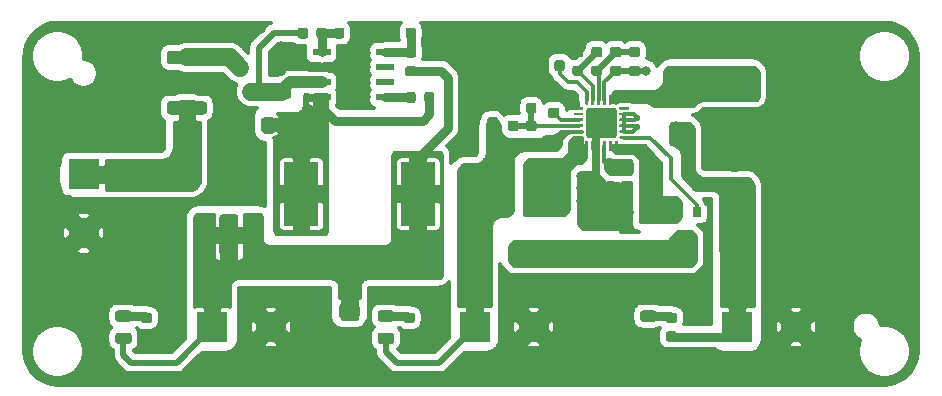
<source format=gbr>
G04 #@! TF.GenerationSoftware,KiCad,Pcbnew,(5.1.6)-1*
G04 #@! TF.CreationDate,2020-09-10T01:06:56+02:00*
G04 #@! TF.ProjectId,BananaSchplit,42616e61-6e61-4536-9368-706c69742e6b,rev?*
G04 #@! TF.SameCoordinates,Original*
G04 #@! TF.FileFunction,Copper,L1,Top*
G04 #@! TF.FilePolarity,Positive*
%FSLAX46Y46*%
G04 Gerber Fmt 4.6, Leading zero omitted, Abs format (unit mm)*
G04 Created by KiCad (PCBNEW (5.1.6)-1) date 2020-09-10 01:06:56*
%MOMM*%
%LPD*%
G01*
G04 APERTURE LIST*
G04 #@! TA.AperFunction,SMDPad,CuDef*
%ADD10R,2.900000X5.400000*%
G04 #@! TD*
G04 #@! TA.AperFunction,SMDPad,CuDef*
%ADD11R,1.550000X0.600000*%
G04 #@! TD*
G04 #@! TA.AperFunction,Conductor*
%ADD12R,2.950000X4.500000*%
G04 #@! TD*
G04 #@! TA.AperFunction,SMDPad,CuDef*
%ADD13R,2.600000X3.100000*%
G04 #@! TD*
G04 #@! TA.AperFunction,ComponentPad*
%ADD14C,2.600000*%
G04 #@! TD*
G04 #@! TA.AperFunction,ComponentPad*
%ADD15R,2.600000X2.600000*%
G04 #@! TD*
G04 #@! TA.AperFunction,SMDPad,CuDef*
%ADD16R,0.900000X1.200000*%
G04 #@! TD*
G04 #@! TA.AperFunction,SMDPad,CuDef*
%ADD17R,1.200000X0.900000*%
G04 #@! TD*
G04 #@! TA.AperFunction,SMDPad,CuDef*
%ADD18R,2.500000X1.900000*%
G04 #@! TD*
G04 #@! TA.AperFunction,SMDPad,CuDef*
%ADD19R,0.800000X0.900000*%
G04 #@! TD*
G04 #@! TA.AperFunction,ViaPad*
%ADD20C,0.600000*%
G04 #@! TD*
G04 #@! TA.AperFunction,ViaPad*
%ADD21C,0.800000*%
G04 #@! TD*
G04 #@! TA.AperFunction,ViaPad*
%ADD22C,1.000000*%
G04 #@! TD*
G04 #@! TA.AperFunction,Conductor*
%ADD23C,1.000000*%
G04 #@! TD*
G04 #@! TA.AperFunction,Conductor*
%ADD24C,0.500000*%
G04 #@! TD*
G04 #@! TA.AperFunction,Conductor*
%ADD25C,1.500000*%
G04 #@! TD*
G04 #@! TA.AperFunction,Conductor*
%ADD26C,0.300000*%
G04 #@! TD*
G04 #@! TA.AperFunction,Conductor*
%ADD27C,0.750000*%
G04 #@! TD*
G04 #@! TA.AperFunction,Conductor*
%ADD28C,0.254000*%
G04 #@! TD*
G04 APERTURE END LIST*
G04 #@! TA.AperFunction,SMDPad,CuDef*
G36*
G01*
X32299999Y-23125000D02*
X35200001Y-23125000D01*
G75*
G02*
X35450000Y-23374999I0J-249999D01*
G01*
X35450000Y-24000001D01*
G75*
G02*
X35200001Y-24250000I-249999J0D01*
G01*
X32299999Y-24250000D01*
G75*
G02*
X32050000Y-24000001I0J249999D01*
G01*
X32050000Y-23374999D01*
G75*
G02*
X32299999Y-23125000I249999J0D01*
G01*
G37*
G04 #@! TD.AperFunction*
G04 #@! TA.AperFunction,SMDPad,CuDef*
G36*
G01*
X32299999Y-18850000D02*
X35200001Y-18850000D01*
G75*
G02*
X35450000Y-19099999I0J-249999D01*
G01*
X35450000Y-19725001D01*
G75*
G02*
X35200001Y-19975000I-249999J0D01*
G01*
X32299999Y-19975000D01*
G75*
G02*
X32050000Y-19725001I0J249999D01*
G01*
X32050000Y-19099999D01*
G75*
G02*
X32299999Y-18850000I249999J0D01*
G01*
G37*
G04 #@! TD.AperFunction*
D10*
X53300000Y-30950000D03*
X43400000Y-30950000D03*
G04 #@! TA.AperFunction,SMDPad,CuDef*
G36*
G01*
X37850000Y-30800000D02*
X36750000Y-30800000D01*
G75*
G02*
X36500000Y-30550000I0J250000D01*
G01*
X36500000Y-27550000D01*
G75*
G02*
X36750000Y-27300000I250000J0D01*
G01*
X37850000Y-27300000D01*
G75*
G02*
X38100000Y-27550000I0J-250000D01*
G01*
X38100000Y-30550000D01*
G75*
G02*
X37850000Y-30800000I-250000J0D01*
G01*
G37*
G04 #@! TD.AperFunction*
G04 #@! TA.AperFunction,SMDPad,CuDef*
G36*
G01*
X37850000Y-36200000D02*
X36750000Y-36200000D01*
G75*
G02*
X36500000Y-35950000I0J250000D01*
G01*
X36500000Y-32950000D01*
G75*
G02*
X36750000Y-32700000I250000J0D01*
G01*
X37850000Y-32700000D01*
G75*
G02*
X38100000Y-32950000I0J-250000D01*
G01*
X38100000Y-35950000D01*
G75*
G02*
X37850000Y-36200000I-250000J0D01*
G01*
G37*
G04 #@! TD.AperFunction*
D11*
X45150000Y-22800000D03*
X45150000Y-21530000D03*
X45150000Y-20260000D03*
X45150000Y-18990000D03*
X50550000Y-18990000D03*
X50550000Y-20260000D03*
X50550000Y-21530000D03*
X50550000Y-22800000D03*
D12*
X47850000Y-20895000D03*
D13*
X47850000Y-20895000D03*
G04 #@! TA.AperFunction,SMDPad,CuDef*
G36*
G01*
X75031250Y-41900000D02*
X74518750Y-41900000D01*
G75*
G02*
X74300000Y-41681250I0J218750D01*
G01*
X74300000Y-41243750D01*
G75*
G02*
X74518750Y-41025000I218750J0D01*
G01*
X75031250Y-41025000D01*
G75*
G02*
X75250000Y-41243750I0J-218750D01*
G01*
X75250000Y-41681250D01*
G75*
G02*
X75031250Y-41900000I-218750J0D01*
G01*
G37*
G04 #@! TD.AperFunction*
G04 #@! TA.AperFunction,SMDPad,CuDef*
G36*
G01*
X75031250Y-43475000D02*
X74518750Y-43475000D01*
G75*
G02*
X74300000Y-43256250I0J218750D01*
G01*
X74300000Y-42818750D01*
G75*
G02*
X74518750Y-42600000I218750J0D01*
G01*
X75031250Y-42600000D01*
G75*
G02*
X75250000Y-42818750I0J-218750D01*
G01*
X75250000Y-43256250D01*
G75*
G02*
X75031250Y-43475000I-218750J0D01*
G01*
G37*
G04 #@! TD.AperFunction*
G04 #@! TA.AperFunction,SMDPad,CuDef*
G36*
G01*
X52831250Y-41900000D02*
X52318750Y-41900000D01*
G75*
G02*
X52100000Y-41681250I0J218750D01*
G01*
X52100000Y-41243750D01*
G75*
G02*
X52318750Y-41025000I218750J0D01*
G01*
X52831250Y-41025000D01*
G75*
G02*
X53050000Y-41243750I0J-218750D01*
G01*
X53050000Y-41681250D01*
G75*
G02*
X52831250Y-41900000I-218750J0D01*
G01*
G37*
G04 #@! TD.AperFunction*
G04 #@! TA.AperFunction,SMDPad,CuDef*
G36*
G01*
X52831250Y-43475000D02*
X52318750Y-43475000D01*
G75*
G02*
X52100000Y-43256250I0J218750D01*
G01*
X52100000Y-42818750D01*
G75*
G02*
X52318750Y-42600000I218750J0D01*
G01*
X52831250Y-42600000D01*
G75*
G02*
X53050000Y-42818750I0J-218750D01*
G01*
X53050000Y-43256250D01*
G75*
G02*
X52831250Y-43475000I-218750J0D01*
G01*
G37*
G04 #@! TD.AperFunction*
G04 #@! TA.AperFunction,SMDPad,CuDef*
G36*
G01*
X30581250Y-41900000D02*
X30068750Y-41900000D01*
G75*
G02*
X29850000Y-41681250I0J218750D01*
G01*
X29850000Y-41243750D01*
G75*
G02*
X30068750Y-41025000I218750J0D01*
G01*
X30581250Y-41025000D01*
G75*
G02*
X30800000Y-41243750I0J-218750D01*
G01*
X30800000Y-41681250D01*
G75*
G02*
X30581250Y-41900000I-218750J0D01*
G01*
G37*
G04 #@! TD.AperFunction*
G04 #@! TA.AperFunction,SMDPad,CuDef*
G36*
G01*
X30581250Y-43475000D02*
X30068750Y-43475000D01*
G75*
G02*
X29850000Y-43256250I0J218750D01*
G01*
X29850000Y-42818750D01*
G75*
G02*
X30068750Y-42600000I218750J0D01*
G01*
X30581250Y-42600000D01*
G75*
G02*
X30800000Y-42818750I0J-218750D01*
G01*
X30800000Y-43256250D01*
G75*
G02*
X30581250Y-43475000I-218750J0D01*
G01*
G37*
G04 #@! TD.AperFunction*
G04 #@! TA.AperFunction,SMDPad,CuDef*
G36*
G01*
X44012500Y-17093750D02*
X44012500Y-17606250D01*
G75*
G02*
X43793750Y-17825000I-218750J0D01*
G01*
X43356250Y-17825000D01*
G75*
G02*
X43137500Y-17606250I0J218750D01*
G01*
X43137500Y-17093750D01*
G75*
G02*
X43356250Y-16875000I218750J0D01*
G01*
X43793750Y-16875000D01*
G75*
G02*
X44012500Y-17093750I0J-218750D01*
G01*
G37*
G04 #@! TD.AperFunction*
G04 #@! TA.AperFunction,SMDPad,CuDef*
G36*
G01*
X45587500Y-17093750D02*
X45587500Y-17606250D01*
G75*
G02*
X45368750Y-17825000I-218750J0D01*
G01*
X44931250Y-17825000D01*
G75*
G02*
X44712500Y-17606250I0J218750D01*
G01*
X44712500Y-17093750D01*
G75*
G02*
X44931250Y-16875000I218750J0D01*
G01*
X45368750Y-16875000D01*
G75*
G02*
X45587500Y-17093750I0J-218750D01*
G01*
G37*
G04 #@! TD.AperFunction*
D14*
X40875000Y-42250000D03*
D15*
X35875000Y-42250000D03*
G04 #@! TA.AperFunction,SMDPad,CuDef*
G36*
G01*
X72368750Y-42700000D02*
X73281250Y-42700000D01*
G75*
G02*
X73525000Y-42943750I0J-243750D01*
G01*
X73525000Y-43431250D01*
G75*
G02*
X73281250Y-43675000I-243750J0D01*
G01*
X72368750Y-43675000D01*
G75*
G02*
X72125000Y-43431250I0J243750D01*
G01*
X72125000Y-42943750D01*
G75*
G02*
X72368750Y-42700000I243750J0D01*
G01*
G37*
G04 #@! TD.AperFunction*
G04 #@! TA.AperFunction,SMDPad,CuDef*
G36*
G01*
X72368750Y-40825000D02*
X73281250Y-40825000D01*
G75*
G02*
X73525000Y-41068750I0J-243750D01*
G01*
X73525000Y-41556250D01*
G75*
G02*
X73281250Y-41800000I-243750J0D01*
G01*
X72368750Y-41800000D01*
G75*
G02*
X72125000Y-41556250I0J243750D01*
G01*
X72125000Y-41068750D01*
G75*
G02*
X72368750Y-40825000I243750J0D01*
G01*
G37*
G04 #@! TD.AperFunction*
G04 #@! TA.AperFunction,SMDPad,CuDef*
G36*
G01*
X50143750Y-42700000D02*
X51056250Y-42700000D01*
G75*
G02*
X51300000Y-42943750I0J-243750D01*
G01*
X51300000Y-43431250D01*
G75*
G02*
X51056250Y-43675000I-243750J0D01*
G01*
X50143750Y-43675000D01*
G75*
G02*
X49900000Y-43431250I0J243750D01*
G01*
X49900000Y-42943750D01*
G75*
G02*
X50143750Y-42700000I243750J0D01*
G01*
G37*
G04 #@! TD.AperFunction*
G04 #@! TA.AperFunction,SMDPad,CuDef*
G36*
G01*
X50143750Y-40825000D02*
X51056250Y-40825000D01*
G75*
G02*
X51300000Y-41068750I0J-243750D01*
G01*
X51300000Y-41556250D01*
G75*
G02*
X51056250Y-41800000I-243750J0D01*
G01*
X50143750Y-41800000D01*
G75*
G02*
X49900000Y-41556250I0J243750D01*
G01*
X49900000Y-41068750D01*
G75*
G02*
X50143750Y-40825000I243750J0D01*
G01*
G37*
G04 #@! TD.AperFunction*
G04 #@! TA.AperFunction,SMDPad,CuDef*
G36*
G01*
X27918750Y-42700000D02*
X28831250Y-42700000D01*
G75*
G02*
X29075000Y-42943750I0J-243750D01*
G01*
X29075000Y-43431250D01*
G75*
G02*
X28831250Y-43675000I-243750J0D01*
G01*
X27918750Y-43675000D01*
G75*
G02*
X27675000Y-43431250I0J243750D01*
G01*
X27675000Y-42943750D01*
G75*
G02*
X27918750Y-42700000I243750J0D01*
G01*
G37*
G04 #@! TD.AperFunction*
G04 #@! TA.AperFunction,SMDPad,CuDef*
G36*
G01*
X27918750Y-40825000D02*
X28831250Y-40825000D01*
G75*
G02*
X29075000Y-41068750I0J-243750D01*
G01*
X29075000Y-41556250D01*
G75*
G02*
X28831250Y-41800000I-243750J0D01*
G01*
X27918750Y-41800000D01*
G75*
G02*
X27675000Y-41556250I0J243750D01*
G01*
X27675000Y-41068750D01*
G75*
G02*
X27918750Y-40825000I243750J0D01*
G01*
G37*
G04 #@! TD.AperFunction*
G04 #@! TA.AperFunction,SMDPad,CuDef*
G36*
G01*
X42325000Y-22925000D02*
X41075000Y-22925000D01*
G75*
G02*
X40825000Y-22675000I0J250000D01*
G01*
X40825000Y-21925000D01*
G75*
G02*
X41075000Y-21675000I250000J0D01*
G01*
X42325000Y-21675000D01*
G75*
G02*
X42575000Y-21925000I0J-250000D01*
G01*
X42575000Y-22675000D01*
G75*
G02*
X42325000Y-22925000I-250000J0D01*
G01*
G37*
G04 #@! TD.AperFunction*
G04 #@! TA.AperFunction,SMDPad,CuDef*
G36*
G01*
X42325000Y-20125000D02*
X41075000Y-20125000D01*
G75*
G02*
X40825000Y-19875000I0J250000D01*
G01*
X40825000Y-19125000D01*
G75*
G02*
X41075000Y-18875000I250000J0D01*
G01*
X42325000Y-18875000D01*
G75*
G02*
X42575000Y-19125000I0J-250000D01*
G01*
X42575000Y-19875000D01*
G75*
G02*
X42325000Y-20125000I-250000J0D01*
G01*
G37*
G04 #@! TD.AperFunction*
G04 #@! TA.AperFunction,SMDPad,CuDef*
G36*
G01*
X53837500Y-23056250D02*
X53837500Y-22543750D01*
G75*
G02*
X54056250Y-22325000I218750J0D01*
G01*
X54493750Y-22325000D01*
G75*
G02*
X54712500Y-22543750I0J-218750D01*
G01*
X54712500Y-23056250D01*
G75*
G02*
X54493750Y-23275000I-218750J0D01*
G01*
X54056250Y-23275000D01*
G75*
G02*
X53837500Y-23056250I0J218750D01*
G01*
G37*
G04 #@! TD.AperFunction*
G04 #@! TA.AperFunction,SMDPad,CuDef*
G36*
G01*
X52262500Y-23056250D02*
X52262500Y-22543750D01*
G75*
G02*
X52481250Y-22325000I218750J0D01*
G01*
X52918750Y-22325000D01*
G75*
G02*
X53137500Y-22543750I0J-218750D01*
G01*
X53137500Y-23056250D01*
G75*
G02*
X52918750Y-23275000I-218750J0D01*
G01*
X52481250Y-23275000D01*
G75*
G02*
X52262500Y-23056250I0J218750D01*
G01*
G37*
G04 #@! TD.AperFunction*
G04 #@! TA.AperFunction,SMDPad,CuDef*
G36*
G01*
X46875000Y-43075000D02*
X48125000Y-43075000D01*
G75*
G02*
X48375000Y-43325000I0J-250000D01*
G01*
X48375000Y-44075000D01*
G75*
G02*
X48125000Y-44325000I-250000J0D01*
G01*
X46875000Y-44325000D01*
G75*
G02*
X46625000Y-44075000I0J250000D01*
G01*
X46625000Y-43325000D01*
G75*
G02*
X46875000Y-43075000I250000J0D01*
G01*
G37*
G04 #@! TD.AperFunction*
G04 #@! TA.AperFunction,SMDPad,CuDef*
G36*
G01*
X46875000Y-40275000D02*
X48125000Y-40275000D01*
G75*
G02*
X48375000Y-40525000I0J-250000D01*
G01*
X48375000Y-41275000D01*
G75*
G02*
X48125000Y-41525000I-250000J0D01*
G01*
X46875000Y-41525000D01*
G75*
G02*
X46625000Y-41275000I0J250000D01*
G01*
X46625000Y-40525000D01*
G75*
G02*
X46875000Y-40275000I250000J0D01*
G01*
G37*
G04 #@! TD.AperFunction*
G04 #@! TA.AperFunction,SMDPad,CuDef*
G36*
G01*
X73525000Y-31875000D02*
X73525000Y-33125000D01*
G75*
G02*
X73275000Y-33375000I-250000J0D01*
G01*
X72525000Y-33375000D01*
G75*
G02*
X72275000Y-33125000I0J250000D01*
G01*
X72275000Y-31875000D01*
G75*
G02*
X72525000Y-31625000I250000J0D01*
G01*
X73275000Y-31625000D01*
G75*
G02*
X73525000Y-31875000I0J-250000D01*
G01*
G37*
G04 #@! TD.AperFunction*
G04 #@! TA.AperFunction,SMDPad,CuDef*
G36*
G01*
X70725000Y-31875000D02*
X70725000Y-33125000D01*
G75*
G02*
X70475000Y-33375000I-250000J0D01*
G01*
X69725000Y-33375000D01*
G75*
G02*
X69475000Y-33125000I0J250000D01*
G01*
X69475000Y-31875000D01*
G75*
G02*
X69725000Y-31625000I250000J0D01*
G01*
X70475000Y-31625000D01*
G75*
G02*
X70725000Y-31875000I0J-250000D01*
G01*
G37*
G04 #@! TD.AperFunction*
G04 #@! TA.AperFunction,SMDPad,CuDef*
G36*
G01*
X68275000Y-33775000D02*
X67025000Y-33775000D01*
G75*
G02*
X66775000Y-33525000I0J250000D01*
G01*
X66775000Y-32775000D01*
G75*
G02*
X67025000Y-32525000I250000J0D01*
G01*
X68275000Y-32525000D01*
G75*
G02*
X68525000Y-32775000I0J-250000D01*
G01*
X68525000Y-33525000D01*
G75*
G02*
X68275000Y-33775000I-250000J0D01*
G01*
G37*
G04 #@! TD.AperFunction*
G04 #@! TA.AperFunction,SMDPad,CuDef*
G36*
G01*
X68275000Y-36575000D02*
X67025000Y-36575000D01*
G75*
G02*
X66775000Y-36325000I0J250000D01*
G01*
X66775000Y-35575000D01*
G75*
G02*
X67025000Y-35325000I250000J0D01*
G01*
X68275000Y-35325000D01*
G75*
G02*
X68525000Y-35575000I0J-250000D01*
G01*
X68525000Y-36325000D01*
G75*
G02*
X68275000Y-36575000I-250000J0D01*
G01*
G37*
G04 #@! TD.AperFunction*
G04 #@! TA.AperFunction,SMDPad,CuDef*
G36*
G01*
X69343750Y-28312500D02*
X69856250Y-28312500D01*
G75*
G02*
X70075000Y-28531250I0J-218750D01*
G01*
X70075000Y-28968750D01*
G75*
G02*
X69856250Y-29187500I-218750J0D01*
G01*
X69343750Y-29187500D01*
G75*
G02*
X69125000Y-28968750I0J218750D01*
G01*
X69125000Y-28531250D01*
G75*
G02*
X69343750Y-28312500I218750J0D01*
G01*
G37*
G04 #@! TD.AperFunction*
G04 #@! TA.AperFunction,SMDPad,CuDef*
G36*
G01*
X69343750Y-29887500D02*
X69856250Y-29887500D01*
G75*
G02*
X70075000Y-30106250I0J-218750D01*
G01*
X70075000Y-30543750D01*
G75*
G02*
X69856250Y-30762500I-218750J0D01*
G01*
X69343750Y-30762500D01*
G75*
G02*
X69125000Y-30543750I0J218750D01*
G01*
X69125000Y-30106250D01*
G75*
G02*
X69343750Y-29887500I218750J0D01*
G01*
G37*
G04 #@! TD.AperFunction*
G04 #@! TA.AperFunction,SMDPad,CuDef*
G36*
G01*
X65056250Y-24537500D02*
X64543750Y-24537500D01*
G75*
G02*
X64325000Y-24318750I0J218750D01*
G01*
X64325000Y-23881250D01*
G75*
G02*
X64543750Y-23662500I218750J0D01*
G01*
X65056250Y-23662500D01*
G75*
G02*
X65275000Y-23881250I0J-218750D01*
G01*
X65275000Y-24318750D01*
G75*
G02*
X65056250Y-24537500I-218750J0D01*
G01*
G37*
G04 #@! TD.AperFunction*
G04 #@! TA.AperFunction,SMDPad,CuDef*
G36*
G01*
X65056250Y-22962500D02*
X64543750Y-22962500D01*
G75*
G02*
X64325000Y-22743750I0J218750D01*
G01*
X64325000Y-22306250D01*
G75*
G02*
X64543750Y-22087500I218750J0D01*
G01*
X65056250Y-22087500D01*
G75*
G02*
X65275000Y-22306250I0J-218750D01*
G01*
X65275000Y-22743750D01*
G75*
G02*
X65056250Y-22962500I-218750J0D01*
G01*
G37*
G04 #@! TD.AperFunction*
G04 #@! TA.AperFunction,SMDPad,CuDef*
G36*
G01*
X61631250Y-27225000D02*
X61118750Y-27225000D01*
G75*
G02*
X60900000Y-27006250I0J218750D01*
G01*
X60900000Y-26568750D01*
G75*
G02*
X61118750Y-26350000I218750J0D01*
G01*
X61631250Y-26350000D01*
G75*
G02*
X61850000Y-26568750I0J-218750D01*
G01*
X61850000Y-27006250D01*
G75*
G02*
X61631250Y-27225000I-218750J0D01*
G01*
G37*
G04 #@! TD.AperFunction*
G04 #@! TA.AperFunction,SMDPad,CuDef*
G36*
G01*
X61631250Y-25650000D02*
X61118750Y-25650000D01*
G75*
G02*
X60900000Y-25431250I0J218750D01*
G01*
X60900000Y-24993750D01*
G75*
G02*
X61118750Y-24775000I218750J0D01*
G01*
X61631250Y-24775000D01*
G75*
G02*
X61850000Y-24993750I0J-218750D01*
G01*
X61850000Y-25431250D01*
G75*
G02*
X61631250Y-25650000I-218750J0D01*
G01*
G37*
G04 #@! TD.AperFunction*
G04 #@! TA.AperFunction,SMDPad,CuDef*
G36*
G01*
X60250000Y-26343750D02*
X60250000Y-27256250D01*
G75*
G02*
X60006250Y-27500000I-243750J0D01*
G01*
X59518750Y-27500000D01*
G75*
G02*
X59275000Y-27256250I0J243750D01*
G01*
X59275000Y-26343750D01*
G75*
G02*
X59518750Y-26100000I243750J0D01*
G01*
X60006250Y-26100000D01*
G75*
G02*
X60250000Y-26343750I0J-243750D01*
G01*
G37*
G04 #@! TD.AperFunction*
G04 #@! TA.AperFunction,SMDPad,CuDef*
G36*
G01*
X58375000Y-26343750D02*
X58375000Y-27256250D01*
G75*
G02*
X58131250Y-27500000I-243750J0D01*
G01*
X57643750Y-27500000D01*
G75*
G02*
X57400000Y-27256250I0J243750D01*
G01*
X57400000Y-26343750D01*
G75*
G02*
X57643750Y-26100000I243750J0D01*
G01*
X58131250Y-26100000D01*
G75*
G02*
X58375000Y-26343750I0J-243750D01*
G01*
G37*
G04 #@! TD.AperFunction*
G04 #@! TA.AperFunction,SMDPad,CuDef*
G36*
G01*
X71393750Y-18525000D02*
X71906250Y-18525000D01*
G75*
G02*
X72125000Y-18743750I0J-218750D01*
G01*
X72125000Y-19181250D01*
G75*
G02*
X71906250Y-19400000I-218750J0D01*
G01*
X71393750Y-19400000D01*
G75*
G02*
X71175000Y-19181250I0J218750D01*
G01*
X71175000Y-18743750D01*
G75*
G02*
X71393750Y-18525000I218750J0D01*
G01*
G37*
G04 #@! TD.AperFunction*
G04 #@! TA.AperFunction,SMDPad,CuDef*
G36*
G01*
X71393750Y-20100000D02*
X71906250Y-20100000D01*
G75*
G02*
X72125000Y-20318750I0J-218750D01*
G01*
X72125000Y-20756250D01*
G75*
G02*
X71906250Y-20975000I-218750J0D01*
G01*
X71393750Y-20975000D01*
G75*
G02*
X71175000Y-20756250I0J218750D01*
G01*
X71175000Y-20318750D01*
G75*
G02*
X71393750Y-20100000I218750J0D01*
G01*
G37*
G04 #@! TD.AperFunction*
G04 #@! TA.AperFunction,SMDPad,CuDef*
G36*
G01*
X67106250Y-19400000D02*
X66593750Y-19400000D01*
G75*
G02*
X66375000Y-19181250I0J218750D01*
G01*
X66375000Y-18743750D01*
G75*
G02*
X66593750Y-18525000I218750J0D01*
G01*
X67106250Y-18525000D01*
G75*
G02*
X67325000Y-18743750I0J-218750D01*
G01*
X67325000Y-19181250D01*
G75*
G02*
X67106250Y-19400000I-218750J0D01*
G01*
G37*
G04 #@! TD.AperFunction*
G04 #@! TA.AperFunction,SMDPad,CuDef*
G36*
G01*
X67106250Y-20975000D02*
X66593750Y-20975000D01*
G75*
G02*
X66375000Y-20756250I0J218750D01*
G01*
X66375000Y-20318750D01*
G75*
G02*
X66593750Y-20100000I218750J0D01*
G01*
X67106250Y-20100000D01*
G75*
G02*
X67325000Y-20318750I0J-218750D01*
G01*
X67325000Y-20756250D01*
G75*
G02*
X67106250Y-20975000I-218750J0D01*
G01*
G37*
G04 #@! TD.AperFunction*
G04 #@! TA.AperFunction,SMDPad,CuDef*
G36*
G01*
X64162500Y-19843750D02*
X64162500Y-20356250D01*
G75*
G02*
X63943750Y-20575000I-218750J0D01*
G01*
X63506250Y-20575000D01*
G75*
G02*
X63287500Y-20356250I0J218750D01*
G01*
X63287500Y-19843750D01*
G75*
G02*
X63506250Y-19625000I218750J0D01*
G01*
X63943750Y-19625000D01*
G75*
G02*
X64162500Y-19843750I0J-218750D01*
G01*
G37*
G04 #@! TD.AperFunction*
G04 #@! TA.AperFunction,SMDPad,CuDef*
G36*
G01*
X65737500Y-19843750D02*
X65737500Y-20356250D01*
G75*
G02*
X65518750Y-20575000I-218750J0D01*
G01*
X65081250Y-20575000D01*
G75*
G02*
X64862500Y-20356250I0J218750D01*
G01*
X64862500Y-19843750D01*
G75*
G02*
X65081250Y-19625000I218750J0D01*
G01*
X65518750Y-19625000D01*
G75*
G02*
X65737500Y-19843750I0J-218750D01*
G01*
G37*
G04 #@! TD.AperFunction*
G04 #@! TA.AperFunction,SMDPad,CuDef*
G36*
G01*
X77600000Y-28556250D02*
X77600000Y-27643750D01*
G75*
G02*
X77843750Y-27400000I243750J0D01*
G01*
X78331250Y-27400000D01*
G75*
G02*
X78575000Y-27643750I0J-243750D01*
G01*
X78575000Y-28556250D01*
G75*
G02*
X78331250Y-28800000I-243750J0D01*
G01*
X77843750Y-28800000D01*
G75*
G02*
X77600000Y-28556250I0J243750D01*
G01*
G37*
G04 #@! TD.AperFunction*
G04 #@! TA.AperFunction,SMDPad,CuDef*
G36*
G01*
X75725000Y-28556250D02*
X75725000Y-27643750D01*
G75*
G02*
X75968750Y-27400000I243750J0D01*
G01*
X76456250Y-27400000D01*
G75*
G02*
X76700000Y-27643750I0J-243750D01*
G01*
X76700000Y-28556250D01*
G75*
G02*
X76456250Y-28800000I-243750J0D01*
G01*
X75968750Y-28800000D01*
G75*
G02*
X75725000Y-28556250I0J243750D01*
G01*
G37*
G04 #@! TD.AperFunction*
D16*
X64300000Y-29150000D03*
X61000000Y-29150000D03*
X40600000Y-25100000D03*
X37300000Y-25100000D03*
D17*
X75200000Y-22850000D03*
X75200000Y-26150000D03*
D15*
X25000000Y-29300000D03*
D14*
X25000000Y-34300000D03*
X63100000Y-42250000D03*
D15*
X58100000Y-42250000D03*
X80325000Y-42250000D03*
D14*
X85325000Y-42250000D03*
D18*
X63500000Y-35950000D03*
X63500000Y-31850000D03*
X79450000Y-21550000D03*
X79450000Y-25650000D03*
D19*
X38250000Y-20300000D03*
X39200000Y-22300000D03*
X37300000Y-22300000D03*
X76900000Y-32500000D03*
X75000000Y-32500000D03*
X75950000Y-34500000D03*
G04 #@! TA.AperFunction,SMDPad,CuDef*
G36*
G01*
X48662500Y-17093750D02*
X48662500Y-17606250D01*
G75*
G02*
X48443750Y-17825000I-218750J0D01*
G01*
X48006250Y-17825000D01*
G75*
G02*
X47787500Y-17606250I0J218750D01*
G01*
X47787500Y-17093750D01*
G75*
G02*
X48006250Y-16875000I218750J0D01*
G01*
X48443750Y-16875000D01*
G75*
G02*
X48662500Y-17093750I0J-218750D01*
G01*
G37*
G04 #@! TD.AperFunction*
G04 #@! TA.AperFunction,SMDPad,CuDef*
G36*
G01*
X47087500Y-17093750D02*
X47087500Y-17606250D01*
G75*
G02*
X46868750Y-17825000I-218750J0D01*
G01*
X46431250Y-17825000D01*
G75*
G02*
X46212500Y-17606250I0J218750D01*
G01*
X46212500Y-17093750D01*
G75*
G02*
X46431250Y-16875000I218750J0D01*
G01*
X46868750Y-16875000D01*
G75*
G02*
X47087500Y-17093750I0J-218750D01*
G01*
G37*
G04 #@! TD.AperFunction*
G04 #@! TA.AperFunction,SMDPad,CuDef*
G36*
G01*
X52443750Y-18562500D02*
X52956250Y-18562500D01*
G75*
G02*
X53175000Y-18781250I0J-218750D01*
G01*
X53175000Y-19218750D01*
G75*
G02*
X52956250Y-19437500I-218750J0D01*
G01*
X52443750Y-19437500D01*
G75*
G02*
X52225000Y-19218750I0J218750D01*
G01*
X52225000Y-18781250D01*
G75*
G02*
X52443750Y-18562500I218750J0D01*
G01*
G37*
G04 #@! TD.AperFunction*
G04 #@! TA.AperFunction,SMDPad,CuDef*
G36*
G01*
X52443750Y-20137500D02*
X52956250Y-20137500D01*
G75*
G02*
X53175000Y-20356250I0J-218750D01*
G01*
X53175000Y-20793750D01*
G75*
G02*
X52956250Y-21012500I-218750J0D01*
G01*
X52443750Y-21012500D01*
G75*
G02*
X52225000Y-20793750I0J218750D01*
G01*
X52225000Y-20356250D01*
G75*
G02*
X52443750Y-20137500I218750J0D01*
G01*
G37*
G04 #@! TD.AperFunction*
G04 #@! TA.AperFunction,SMDPad,CuDef*
G36*
G01*
X52262500Y-17606250D02*
X52262500Y-17093750D01*
G75*
G02*
X52481250Y-16875000I218750J0D01*
G01*
X52918750Y-16875000D01*
G75*
G02*
X53137500Y-17093750I0J-218750D01*
G01*
X53137500Y-17606250D01*
G75*
G02*
X52918750Y-17825000I-218750J0D01*
G01*
X52481250Y-17825000D01*
G75*
G02*
X52262500Y-17606250I0J218750D01*
G01*
G37*
G04 #@! TD.AperFunction*
G04 #@! TA.AperFunction,SMDPad,CuDef*
G36*
G01*
X50687500Y-17606250D02*
X50687500Y-17093750D01*
G75*
G02*
X50906250Y-16875000I218750J0D01*
G01*
X51343750Y-16875000D01*
G75*
G02*
X51562500Y-17093750I0J-218750D01*
G01*
X51562500Y-17606250D01*
G75*
G02*
X51343750Y-17825000I-218750J0D01*
G01*
X50906250Y-17825000D01*
G75*
G02*
X50687500Y-17606250I0J218750D01*
G01*
G37*
G04 #@! TD.AperFunction*
G04 #@! TA.AperFunction,SMDPad,CuDef*
G36*
G01*
X72337500Y-29006250D02*
X72337500Y-28493750D01*
G75*
G02*
X72556250Y-28275000I218750J0D01*
G01*
X72993750Y-28275000D01*
G75*
G02*
X73212500Y-28493750I0J-218750D01*
G01*
X73212500Y-29006250D01*
G75*
G02*
X72993750Y-29225000I-218750J0D01*
G01*
X72556250Y-29225000D01*
G75*
G02*
X72337500Y-29006250I0J218750D01*
G01*
G37*
G04 #@! TD.AperFunction*
G04 #@! TA.AperFunction,SMDPad,CuDef*
G36*
G01*
X70762500Y-29006250D02*
X70762500Y-28493750D01*
G75*
G02*
X70981250Y-28275000I218750J0D01*
G01*
X71418750Y-28275000D01*
G75*
G02*
X71637500Y-28493750I0J-218750D01*
G01*
X71637500Y-29006250D01*
G75*
G02*
X71418750Y-29225000I-218750J0D01*
G01*
X70981250Y-29225000D01*
G75*
G02*
X70762500Y-29006250I0J218750D01*
G01*
G37*
G04 #@! TD.AperFunction*
G04 #@! TA.AperFunction,SMDPad,CuDef*
G36*
G01*
X62643750Y-24775000D02*
X63156250Y-24775000D01*
G75*
G02*
X63375000Y-24993750I0J-218750D01*
G01*
X63375000Y-25431250D01*
G75*
G02*
X63156250Y-25650000I-218750J0D01*
G01*
X62643750Y-25650000D01*
G75*
G02*
X62425000Y-25431250I0J218750D01*
G01*
X62425000Y-24993750D01*
G75*
G02*
X62643750Y-24775000I218750J0D01*
G01*
G37*
G04 #@! TD.AperFunction*
G04 #@! TA.AperFunction,SMDPad,CuDef*
G36*
G01*
X62643750Y-26350000D02*
X63156250Y-26350000D01*
G75*
G02*
X63375000Y-26568750I0J-218750D01*
G01*
X63375000Y-27006250D01*
G75*
G02*
X63156250Y-27225000I-218750J0D01*
G01*
X62643750Y-27225000D01*
G75*
G02*
X62425000Y-27006250I0J218750D01*
G01*
X62425000Y-26568750D01*
G75*
G02*
X62643750Y-26350000I218750J0D01*
G01*
G37*
G04 #@! TD.AperFunction*
G04 #@! TA.AperFunction,SMDPad,CuDef*
G36*
G01*
X62462500Y-23956250D02*
X62462500Y-23443750D01*
G75*
G02*
X62681250Y-23225000I218750J0D01*
G01*
X63118750Y-23225000D01*
G75*
G02*
X63337500Y-23443750I0J-218750D01*
G01*
X63337500Y-23956250D01*
G75*
G02*
X63118750Y-24175000I-218750J0D01*
G01*
X62681250Y-24175000D01*
G75*
G02*
X62462500Y-23956250I0J218750D01*
G01*
G37*
G04 #@! TD.AperFunction*
G04 #@! TA.AperFunction,SMDPad,CuDef*
G36*
G01*
X60887500Y-23956250D02*
X60887500Y-23443750D01*
G75*
G02*
X61106250Y-23225000I218750J0D01*
G01*
X61543750Y-23225000D01*
G75*
G02*
X61762500Y-23443750I0J-218750D01*
G01*
X61762500Y-23956250D01*
G75*
G02*
X61543750Y-24175000I-218750J0D01*
G01*
X61106250Y-24175000D01*
G75*
G02*
X60887500Y-23956250I0J218750D01*
G01*
G37*
G04 #@! TD.AperFunction*
G04 #@! TA.AperFunction,SMDPad,CuDef*
G36*
G01*
X68706250Y-20975000D02*
X68193750Y-20975000D01*
G75*
G02*
X67975000Y-20756250I0J218750D01*
G01*
X67975000Y-20318750D01*
G75*
G02*
X68193750Y-20100000I218750J0D01*
G01*
X68706250Y-20100000D01*
G75*
G02*
X68925000Y-20318750I0J-218750D01*
G01*
X68925000Y-20756250D01*
G75*
G02*
X68706250Y-20975000I-218750J0D01*
G01*
G37*
G04 #@! TD.AperFunction*
G04 #@! TA.AperFunction,SMDPad,CuDef*
G36*
G01*
X68706250Y-19400000D02*
X68193750Y-19400000D01*
G75*
G02*
X67975000Y-19181250I0J218750D01*
G01*
X67975000Y-18743750D01*
G75*
G02*
X68193750Y-18525000I218750J0D01*
G01*
X68706250Y-18525000D01*
G75*
G02*
X68925000Y-18743750I0J-218750D01*
G01*
X68925000Y-19181250D01*
G75*
G02*
X68706250Y-19400000I-218750J0D01*
G01*
G37*
G04 #@! TD.AperFunction*
G04 #@! TA.AperFunction,SMDPad,CuDef*
G36*
G01*
X70306250Y-19400000D02*
X69793750Y-19400000D01*
G75*
G02*
X69575000Y-19181250I0J218750D01*
G01*
X69575000Y-18743750D01*
G75*
G02*
X69793750Y-18525000I218750J0D01*
G01*
X70306250Y-18525000D01*
G75*
G02*
X70525000Y-18743750I0J-218750D01*
G01*
X70525000Y-19181250D01*
G75*
G02*
X70306250Y-19400000I-218750J0D01*
G01*
G37*
G04 #@! TD.AperFunction*
G04 #@! TA.AperFunction,SMDPad,CuDef*
G36*
G01*
X70306250Y-20975000D02*
X69793750Y-20975000D01*
G75*
G02*
X69575000Y-20756250I0J218750D01*
G01*
X69575000Y-20318750D01*
G75*
G02*
X69793750Y-20100000I218750J0D01*
G01*
X70306250Y-20100000D01*
G75*
G02*
X70525000Y-20318750I0J-218750D01*
G01*
X70525000Y-20756250D01*
G75*
G02*
X70306250Y-20975000I-218750J0D01*
G01*
G37*
G04 #@! TD.AperFunction*
G04 #@! TA.AperFunction,SMDPad,CuDef*
G36*
G01*
X57587500Y-25206250D02*
X57587500Y-24693750D01*
G75*
G02*
X57806250Y-24475000I218750J0D01*
G01*
X58243750Y-24475000D01*
G75*
G02*
X58462500Y-24693750I0J-218750D01*
G01*
X58462500Y-25206250D01*
G75*
G02*
X58243750Y-25425000I-218750J0D01*
G01*
X57806250Y-25425000D01*
G75*
G02*
X57587500Y-25206250I0J218750D01*
G01*
G37*
G04 #@! TD.AperFunction*
G04 #@! TA.AperFunction,SMDPad,CuDef*
G36*
G01*
X59162500Y-25206250D02*
X59162500Y-24693750D01*
G75*
G02*
X59381250Y-24475000I218750J0D01*
G01*
X59818750Y-24475000D01*
G75*
G02*
X60037500Y-24693750I0J-218750D01*
G01*
X60037500Y-25206250D01*
G75*
G02*
X59818750Y-25425000I-218750J0D01*
G01*
X59381250Y-25425000D01*
G75*
G02*
X59162500Y-25206250I0J218750D01*
G01*
G37*
G04 #@! TD.AperFunction*
G04 #@! TA.AperFunction,SMDPad,CuDef*
G36*
G01*
X79843750Y-28200000D02*
X80356250Y-28200000D01*
G75*
G02*
X80575000Y-28418750I0J-218750D01*
G01*
X80575000Y-28856250D01*
G75*
G02*
X80356250Y-29075000I-218750J0D01*
G01*
X79843750Y-29075000D01*
G75*
G02*
X79625000Y-28856250I0J218750D01*
G01*
X79625000Y-28418750D01*
G75*
G02*
X79843750Y-28200000I218750J0D01*
G01*
G37*
G04 #@! TD.AperFunction*
G04 #@! TA.AperFunction,SMDPad,CuDef*
G36*
G01*
X79843750Y-29775000D02*
X80356250Y-29775000D01*
G75*
G02*
X80575000Y-29993750I0J-218750D01*
G01*
X80575000Y-30431250D01*
G75*
G02*
X80356250Y-30650000I-218750J0D01*
G01*
X79843750Y-30650000D01*
G75*
G02*
X79625000Y-30431250I0J218750D01*
G01*
X79625000Y-29993750D01*
G75*
G02*
X79843750Y-29775000I218750J0D01*
G01*
G37*
G04 #@! TD.AperFunction*
G04 #@! TA.AperFunction,SMDPad,CuDef*
G36*
G01*
X69900000Y-26250000D02*
X67800000Y-26250000D01*
G75*
G02*
X67550000Y-26000000I0J250000D01*
G01*
X67550000Y-23900000D01*
G75*
G02*
X67800000Y-23650000I250000J0D01*
G01*
X69900000Y-23650000D01*
G75*
G02*
X70150000Y-23900000I0J-250000D01*
G01*
X70150000Y-26000000D01*
G75*
G02*
X69900000Y-26250000I-250000J0D01*
G01*
G37*
G04 #@! TD.AperFunction*
G04 #@! TA.AperFunction,SMDPad,CuDef*
G36*
G01*
X67662500Y-27300000D02*
X67537500Y-27300000D01*
G75*
G02*
X67475000Y-27237500I0J62500D01*
G01*
X67475000Y-26537500D01*
G75*
G02*
X67537500Y-26475000I62500J0D01*
G01*
X67662500Y-26475000D01*
G75*
G02*
X67725000Y-26537500I0J-62500D01*
G01*
X67725000Y-27237500D01*
G75*
G02*
X67662500Y-27300000I-62500J0D01*
G01*
G37*
G04 #@! TD.AperFunction*
G04 #@! TA.AperFunction,SMDPad,CuDef*
G36*
G01*
X68162500Y-27300000D02*
X68037500Y-27300000D01*
G75*
G02*
X67975000Y-27237500I0J62500D01*
G01*
X67975000Y-26537500D01*
G75*
G02*
X68037500Y-26475000I62500J0D01*
G01*
X68162500Y-26475000D01*
G75*
G02*
X68225000Y-26537500I0J-62500D01*
G01*
X68225000Y-27237500D01*
G75*
G02*
X68162500Y-27300000I-62500J0D01*
G01*
G37*
G04 #@! TD.AperFunction*
G04 #@! TA.AperFunction,SMDPad,CuDef*
G36*
G01*
X68662500Y-27300000D02*
X68537500Y-27300000D01*
G75*
G02*
X68475000Y-27237500I0J62500D01*
G01*
X68475000Y-26537500D01*
G75*
G02*
X68537500Y-26475000I62500J0D01*
G01*
X68662500Y-26475000D01*
G75*
G02*
X68725000Y-26537500I0J-62500D01*
G01*
X68725000Y-27237500D01*
G75*
G02*
X68662500Y-27300000I-62500J0D01*
G01*
G37*
G04 #@! TD.AperFunction*
G04 #@! TA.AperFunction,SMDPad,CuDef*
G36*
G01*
X69162500Y-27300000D02*
X69037500Y-27300000D01*
G75*
G02*
X68975000Y-27237500I0J62500D01*
G01*
X68975000Y-26537500D01*
G75*
G02*
X69037500Y-26475000I62500J0D01*
G01*
X69162500Y-26475000D01*
G75*
G02*
X69225000Y-26537500I0J-62500D01*
G01*
X69225000Y-27237500D01*
G75*
G02*
X69162500Y-27300000I-62500J0D01*
G01*
G37*
G04 #@! TD.AperFunction*
G04 #@! TA.AperFunction,SMDPad,CuDef*
G36*
G01*
X69662500Y-27300000D02*
X69537500Y-27300000D01*
G75*
G02*
X69475000Y-27237500I0J62500D01*
G01*
X69475000Y-26537500D01*
G75*
G02*
X69537500Y-26475000I62500J0D01*
G01*
X69662500Y-26475000D01*
G75*
G02*
X69725000Y-26537500I0J-62500D01*
G01*
X69725000Y-27237500D01*
G75*
G02*
X69662500Y-27300000I-62500J0D01*
G01*
G37*
G04 #@! TD.AperFunction*
G04 #@! TA.AperFunction,SMDPad,CuDef*
G36*
G01*
X70162500Y-27300000D02*
X70037500Y-27300000D01*
G75*
G02*
X69975000Y-27237500I0J62500D01*
G01*
X69975000Y-26537500D01*
G75*
G02*
X70037500Y-26475000I62500J0D01*
G01*
X70162500Y-26475000D01*
G75*
G02*
X70225000Y-26537500I0J-62500D01*
G01*
X70225000Y-27237500D01*
G75*
G02*
X70162500Y-27300000I-62500J0D01*
G01*
G37*
G04 #@! TD.AperFunction*
G04 #@! TA.AperFunction,SMDPad,CuDef*
G36*
G01*
X71137500Y-26325000D02*
X70437500Y-26325000D01*
G75*
G02*
X70375000Y-26262500I0J62500D01*
G01*
X70375000Y-26137500D01*
G75*
G02*
X70437500Y-26075000I62500J0D01*
G01*
X71137500Y-26075000D01*
G75*
G02*
X71200000Y-26137500I0J-62500D01*
G01*
X71200000Y-26262500D01*
G75*
G02*
X71137500Y-26325000I-62500J0D01*
G01*
G37*
G04 #@! TD.AperFunction*
G04 #@! TA.AperFunction,SMDPad,CuDef*
G36*
G01*
X71137500Y-25825000D02*
X70437500Y-25825000D01*
G75*
G02*
X70375000Y-25762500I0J62500D01*
G01*
X70375000Y-25637500D01*
G75*
G02*
X70437500Y-25575000I62500J0D01*
G01*
X71137500Y-25575000D01*
G75*
G02*
X71200000Y-25637500I0J-62500D01*
G01*
X71200000Y-25762500D01*
G75*
G02*
X71137500Y-25825000I-62500J0D01*
G01*
G37*
G04 #@! TD.AperFunction*
G04 #@! TA.AperFunction,SMDPad,CuDef*
G36*
G01*
X71137500Y-25325000D02*
X70437500Y-25325000D01*
G75*
G02*
X70375000Y-25262500I0J62500D01*
G01*
X70375000Y-25137500D01*
G75*
G02*
X70437500Y-25075000I62500J0D01*
G01*
X71137500Y-25075000D01*
G75*
G02*
X71200000Y-25137500I0J-62500D01*
G01*
X71200000Y-25262500D01*
G75*
G02*
X71137500Y-25325000I-62500J0D01*
G01*
G37*
G04 #@! TD.AperFunction*
G04 #@! TA.AperFunction,SMDPad,CuDef*
G36*
G01*
X71137500Y-24825000D02*
X70437500Y-24825000D01*
G75*
G02*
X70375000Y-24762500I0J62500D01*
G01*
X70375000Y-24637500D01*
G75*
G02*
X70437500Y-24575000I62500J0D01*
G01*
X71137500Y-24575000D01*
G75*
G02*
X71200000Y-24637500I0J-62500D01*
G01*
X71200000Y-24762500D01*
G75*
G02*
X71137500Y-24825000I-62500J0D01*
G01*
G37*
G04 #@! TD.AperFunction*
G04 #@! TA.AperFunction,SMDPad,CuDef*
G36*
G01*
X71137500Y-24325000D02*
X70437500Y-24325000D01*
G75*
G02*
X70375000Y-24262500I0J62500D01*
G01*
X70375000Y-24137500D01*
G75*
G02*
X70437500Y-24075000I62500J0D01*
G01*
X71137500Y-24075000D01*
G75*
G02*
X71200000Y-24137500I0J-62500D01*
G01*
X71200000Y-24262500D01*
G75*
G02*
X71137500Y-24325000I-62500J0D01*
G01*
G37*
G04 #@! TD.AperFunction*
G04 #@! TA.AperFunction,SMDPad,CuDef*
G36*
G01*
X71137500Y-23825000D02*
X70437500Y-23825000D01*
G75*
G02*
X70375000Y-23762500I0J62500D01*
G01*
X70375000Y-23637500D01*
G75*
G02*
X70437500Y-23575000I62500J0D01*
G01*
X71137500Y-23575000D01*
G75*
G02*
X71200000Y-23637500I0J-62500D01*
G01*
X71200000Y-23762500D01*
G75*
G02*
X71137500Y-23825000I-62500J0D01*
G01*
G37*
G04 #@! TD.AperFunction*
G04 #@! TA.AperFunction,SMDPad,CuDef*
G36*
G01*
X70162500Y-23425000D02*
X70037500Y-23425000D01*
G75*
G02*
X69975000Y-23362500I0J62500D01*
G01*
X69975000Y-22662500D01*
G75*
G02*
X70037500Y-22600000I62500J0D01*
G01*
X70162500Y-22600000D01*
G75*
G02*
X70225000Y-22662500I0J-62500D01*
G01*
X70225000Y-23362500D01*
G75*
G02*
X70162500Y-23425000I-62500J0D01*
G01*
G37*
G04 #@! TD.AperFunction*
G04 #@! TA.AperFunction,SMDPad,CuDef*
G36*
G01*
X69662500Y-23425000D02*
X69537500Y-23425000D01*
G75*
G02*
X69475000Y-23362500I0J62500D01*
G01*
X69475000Y-22662500D01*
G75*
G02*
X69537500Y-22600000I62500J0D01*
G01*
X69662500Y-22600000D01*
G75*
G02*
X69725000Y-22662500I0J-62500D01*
G01*
X69725000Y-23362500D01*
G75*
G02*
X69662500Y-23425000I-62500J0D01*
G01*
G37*
G04 #@! TD.AperFunction*
G04 #@! TA.AperFunction,SMDPad,CuDef*
G36*
G01*
X69162500Y-23425000D02*
X69037500Y-23425000D01*
G75*
G02*
X68975000Y-23362500I0J62500D01*
G01*
X68975000Y-22662500D01*
G75*
G02*
X69037500Y-22600000I62500J0D01*
G01*
X69162500Y-22600000D01*
G75*
G02*
X69225000Y-22662500I0J-62500D01*
G01*
X69225000Y-23362500D01*
G75*
G02*
X69162500Y-23425000I-62500J0D01*
G01*
G37*
G04 #@! TD.AperFunction*
G04 #@! TA.AperFunction,SMDPad,CuDef*
G36*
G01*
X68662500Y-23425000D02*
X68537500Y-23425000D01*
G75*
G02*
X68475000Y-23362500I0J62500D01*
G01*
X68475000Y-22662500D01*
G75*
G02*
X68537500Y-22600000I62500J0D01*
G01*
X68662500Y-22600000D01*
G75*
G02*
X68725000Y-22662500I0J-62500D01*
G01*
X68725000Y-23362500D01*
G75*
G02*
X68662500Y-23425000I-62500J0D01*
G01*
G37*
G04 #@! TD.AperFunction*
G04 #@! TA.AperFunction,SMDPad,CuDef*
G36*
G01*
X68162500Y-23425000D02*
X68037500Y-23425000D01*
G75*
G02*
X67975000Y-23362500I0J62500D01*
G01*
X67975000Y-22662500D01*
G75*
G02*
X68037500Y-22600000I62500J0D01*
G01*
X68162500Y-22600000D01*
G75*
G02*
X68225000Y-22662500I0J-62500D01*
G01*
X68225000Y-23362500D01*
G75*
G02*
X68162500Y-23425000I-62500J0D01*
G01*
G37*
G04 #@! TD.AperFunction*
G04 #@! TA.AperFunction,SMDPad,CuDef*
G36*
G01*
X67662500Y-23425000D02*
X67537500Y-23425000D01*
G75*
G02*
X67475000Y-23362500I0J62500D01*
G01*
X67475000Y-22662500D01*
G75*
G02*
X67537500Y-22600000I62500J0D01*
G01*
X67662500Y-22600000D01*
G75*
G02*
X67725000Y-22662500I0J-62500D01*
G01*
X67725000Y-23362500D01*
G75*
G02*
X67662500Y-23425000I-62500J0D01*
G01*
G37*
G04 #@! TD.AperFunction*
G04 #@! TA.AperFunction,SMDPad,CuDef*
G36*
G01*
X67262500Y-23825000D02*
X66562500Y-23825000D01*
G75*
G02*
X66500000Y-23762500I0J62500D01*
G01*
X66500000Y-23637500D01*
G75*
G02*
X66562500Y-23575000I62500J0D01*
G01*
X67262500Y-23575000D01*
G75*
G02*
X67325000Y-23637500I0J-62500D01*
G01*
X67325000Y-23762500D01*
G75*
G02*
X67262500Y-23825000I-62500J0D01*
G01*
G37*
G04 #@! TD.AperFunction*
G04 #@! TA.AperFunction,SMDPad,CuDef*
G36*
G01*
X67262500Y-24325000D02*
X66562500Y-24325000D01*
G75*
G02*
X66500000Y-24262500I0J62500D01*
G01*
X66500000Y-24137500D01*
G75*
G02*
X66562500Y-24075000I62500J0D01*
G01*
X67262500Y-24075000D01*
G75*
G02*
X67325000Y-24137500I0J-62500D01*
G01*
X67325000Y-24262500D01*
G75*
G02*
X67262500Y-24325000I-62500J0D01*
G01*
G37*
G04 #@! TD.AperFunction*
G04 #@! TA.AperFunction,SMDPad,CuDef*
G36*
G01*
X67262500Y-24825000D02*
X66562500Y-24825000D01*
G75*
G02*
X66500000Y-24762500I0J62500D01*
G01*
X66500000Y-24637500D01*
G75*
G02*
X66562500Y-24575000I62500J0D01*
G01*
X67262500Y-24575000D01*
G75*
G02*
X67325000Y-24637500I0J-62500D01*
G01*
X67325000Y-24762500D01*
G75*
G02*
X67262500Y-24825000I-62500J0D01*
G01*
G37*
G04 #@! TD.AperFunction*
G04 #@! TA.AperFunction,SMDPad,CuDef*
G36*
G01*
X67262500Y-25325000D02*
X66562500Y-25325000D01*
G75*
G02*
X66500000Y-25262500I0J62500D01*
G01*
X66500000Y-25137500D01*
G75*
G02*
X66562500Y-25075000I62500J0D01*
G01*
X67262500Y-25075000D01*
G75*
G02*
X67325000Y-25137500I0J-62500D01*
G01*
X67325000Y-25262500D01*
G75*
G02*
X67262500Y-25325000I-62500J0D01*
G01*
G37*
G04 #@! TD.AperFunction*
G04 #@! TA.AperFunction,SMDPad,CuDef*
G36*
G01*
X67262500Y-25825000D02*
X66562500Y-25825000D01*
G75*
G02*
X66500000Y-25762500I0J62500D01*
G01*
X66500000Y-25637500D01*
G75*
G02*
X66562500Y-25575000I62500J0D01*
G01*
X67262500Y-25575000D01*
G75*
G02*
X67325000Y-25637500I0J-62500D01*
G01*
X67325000Y-25762500D01*
G75*
G02*
X67262500Y-25825000I-62500J0D01*
G01*
G37*
G04 #@! TD.AperFunction*
G04 #@! TA.AperFunction,SMDPad,CuDef*
G36*
G01*
X67262500Y-26325000D02*
X66562500Y-26325000D01*
G75*
G02*
X66500000Y-26262500I0J62500D01*
G01*
X66500000Y-26137500D01*
G75*
G02*
X66562500Y-26075000I62500J0D01*
G01*
X67262500Y-26075000D01*
G75*
G02*
X67325000Y-26137500I0J-62500D01*
G01*
X67325000Y-26262500D01*
G75*
G02*
X67262500Y-26325000I-62500J0D01*
G01*
G37*
G04 #@! TD.AperFunction*
D20*
X68850000Y-24950000D03*
X68000000Y-24950000D03*
X68000000Y-24100000D03*
X68850000Y-24100000D03*
X69700000Y-24100000D03*
X69700000Y-24950000D03*
X69700000Y-25800000D03*
X68850000Y-25800000D03*
X68000000Y-25800000D03*
D21*
X56950000Y-26250000D03*
X57125000Y-24950000D03*
X60425000Y-23700000D03*
X63875000Y-22525000D03*
X62825000Y-20100000D03*
X66825000Y-18075000D03*
X79050000Y-28100000D03*
X81025000Y-28625000D03*
X81175000Y-25900000D03*
X81175000Y-25000000D03*
X77750000Y-25000000D03*
X77750000Y-25900000D03*
X68950000Y-33650000D03*
X69050000Y-32500000D03*
X52575000Y-43925000D03*
X72825000Y-44125000D03*
X30325000Y-44075000D03*
X27500000Y-17000000D03*
X30000000Y-17000000D03*
X32500000Y-17000000D03*
X35000000Y-17000000D03*
X37500000Y-17000000D03*
X60000000Y-17000000D03*
X62500000Y-17000000D03*
X65000000Y-17000000D03*
X67500000Y-17000000D03*
X70000000Y-17000000D03*
X72500000Y-17000000D03*
X75000000Y-17000000D03*
X77500000Y-17000000D03*
X80000000Y-17000000D03*
X82500000Y-17000000D03*
X85000000Y-17000000D03*
X87500000Y-17000000D03*
X90000000Y-17000000D03*
X25000000Y-17000000D03*
X20500000Y-27500000D03*
X20500000Y-42500000D03*
X20500000Y-40000000D03*
X20500000Y-37500000D03*
X20500000Y-35000000D03*
X20500000Y-32500000D03*
X20500000Y-30000000D03*
X20500000Y-25000000D03*
X20500000Y-22500000D03*
X25000000Y-46500000D03*
X32500000Y-46500000D03*
X35000000Y-46500000D03*
X52500000Y-46500000D03*
X72500000Y-46500000D03*
X82500000Y-46500000D03*
X40000000Y-46500000D03*
X42500000Y-46500000D03*
X65000000Y-46500000D03*
X60000000Y-46500000D03*
X47500000Y-46500000D03*
X50000000Y-46500000D03*
X55000000Y-46500000D03*
X67500000Y-46500000D03*
X27500000Y-46500000D03*
X75000000Y-46500000D03*
X37500000Y-46500000D03*
X45000000Y-46500000D03*
X70000000Y-46500000D03*
X57500000Y-46500000D03*
X87500000Y-46500000D03*
X62500000Y-46500000D03*
X80000000Y-46500000D03*
X85000000Y-46500000D03*
X90000000Y-46500000D03*
X77500000Y-46500000D03*
X30000000Y-46500000D03*
X95000000Y-22500000D03*
X95000000Y-32500000D03*
X95000000Y-25000000D03*
X95000000Y-30000000D03*
X95000000Y-35000000D03*
X95000000Y-27500000D03*
X95000000Y-40000000D03*
X95000000Y-37500000D03*
X95000000Y-42500000D03*
X67150000Y-29450000D03*
X68250000Y-29450000D03*
X67150000Y-30500000D03*
X68250000Y-30500000D03*
X67150000Y-31550000D03*
X68250000Y-31550000D03*
X30000000Y-20000000D03*
X30000000Y-22500000D03*
X30000000Y-25000000D03*
X27500000Y-25000000D03*
X25000000Y-25000000D03*
X27500000Y-22500000D03*
X27500000Y-20000000D03*
X25000000Y-22500000D03*
X25000000Y-37500000D03*
X25000000Y-40000000D03*
X32500000Y-32500000D03*
X57500000Y-20000000D03*
X60000000Y-20000000D03*
X60000000Y-22500000D03*
X57500000Y-22500000D03*
X85000000Y-20000000D03*
X87500000Y-20000000D03*
X82500000Y-27500000D03*
X92500000Y-35000000D03*
X87500000Y-35000000D03*
X85000000Y-35000000D03*
X85000000Y-37500000D03*
X90000000Y-35000000D03*
X90000000Y-37500000D03*
X87500000Y-37500000D03*
X92500000Y-37500000D03*
X92500000Y-40000000D03*
X90000000Y-40000000D03*
X70000000Y-42500000D03*
X32500000Y-37500000D03*
X90000000Y-20000000D03*
X85000000Y-27500000D03*
X92500000Y-27500000D03*
X85000000Y-30000000D03*
X87500000Y-22500000D03*
X90000000Y-22500000D03*
X92500000Y-22500000D03*
X92500000Y-32500000D03*
X40000000Y-17000000D03*
X57500000Y-17000000D03*
X55000000Y-17000000D03*
X44050000Y-20250000D03*
X41700000Y-20550000D03*
X41700000Y-18450000D03*
X43000000Y-19500000D03*
X46800000Y-19050000D03*
X48900000Y-19050000D03*
X46800000Y-20250000D03*
X48900000Y-20250000D03*
X48900000Y-21550000D03*
X46800000Y-21550000D03*
X46800000Y-22800000D03*
X48900000Y-22800000D03*
X49100000Y-17350000D03*
X50250000Y-17350000D03*
X38550000Y-29050000D03*
X36050000Y-29050000D03*
X37300000Y-26850000D03*
X37300000Y-31250000D03*
X36400000Y-25100000D03*
X38200000Y-25100000D03*
X37300000Y-23200000D03*
X56950000Y-27450000D03*
X71150000Y-32500000D03*
X46650000Y-44800000D03*
X48350000Y-44800000D03*
X67500000Y-40000000D03*
X70000000Y-44450000D03*
X70000000Y-40000000D03*
X61050000Y-40000000D03*
X65150000Y-40000000D03*
X76500000Y-40000000D03*
X77900000Y-36850000D03*
X77900000Y-35000000D03*
X22700000Y-25000000D03*
X22700000Y-22500000D03*
X22700000Y-37500000D03*
X22700000Y-40000000D03*
X25000000Y-42500000D03*
X77900000Y-31650000D03*
X36100000Y-22300000D03*
X33750000Y-21500000D03*
D20*
X69600000Y-28200000D03*
X71900000Y-25300000D03*
X71900000Y-24500000D03*
D21*
X72600000Y-20537500D03*
X75200000Y-25200000D03*
X72425000Y-30950000D03*
X72425000Y-29925000D03*
X73450000Y-29925000D03*
X73450000Y-30950000D03*
D22*
X52250000Y-35000000D03*
X53750000Y-35000000D03*
X52250000Y-36500000D03*
X53750000Y-36500000D03*
D23*
X42470000Y-21530000D02*
X41700000Y-22300000D01*
X45150000Y-21530000D02*
X42470000Y-21530000D01*
D24*
X39850000Y-21650000D02*
X40500000Y-22300000D01*
X39850000Y-18600000D02*
X39850000Y-21650000D01*
D25*
X40500000Y-22300000D02*
X39200000Y-22300000D01*
X41700000Y-22300000D02*
X40500000Y-22300000D01*
D24*
X43575000Y-17350000D02*
X41100000Y-17350000D01*
X41100000Y-17350000D02*
X39850000Y-18600000D01*
D26*
X66912500Y-23700000D02*
X66200000Y-23700000D01*
X65025000Y-22525000D02*
X64800000Y-22525000D01*
X66200000Y-23700000D02*
X65025000Y-22525000D01*
D24*
X81012500Y-28637500D02*
X81025000Y-28625000D01*
X80100000Y-28637500D02*
X81012500Y-28637500D01*
D27*
X43000000Y-19500000D02*
X41700000Y-19500000D01*
X41700000Y-18450000D02*
X41700000Y-19500000D01*
X41700000Y-19500000D02*
X41700000Y-20550000D01*
X44060000Y-20260000D02*
X44050000Y-20250000D01*
X45150000Y-20260000D02*
X44060000Y-20260000D01*
X47215000Y-20260000D02*
X47850000Y-20895000D01*
X45150000Y-20260000D02*
X47215000Y-20260000D01*
X37300000Y-22300000D02*
X37300000Y-23200000D01*
X37300000Y-25100000D02*
X36400000Y-25100000D01*
X37300000Y-25100000D02*
X38200000Y-25100000D01*
X37300000Y-29050000D02*
X37300000Y-26850000D01*
X37300000Y-29050000D02*
X36050000Y-29050000D01*
X37300000Y-29050000D02*
X38550000Y-29050000D01*
X37300000Y-29050000D02*
X37300000Y-31250000D01*
X71150000Y-32500000D02*
X70100000Y-32500000D01*
X54275000Y-22800000D02*
X54275000Y-24225000D01*
X54275000Y-24225000D02*
X53750000Y-24750000D01*
X53750000Y-24750000D02*
X46250000Y-24750000D01*
X45150000Y-23650000D02*
X45150000Y-22800000D01*
X46250000Y-24750000D02*
X45150000Y-23650000D01*
X52690000Y-18990000D02*
X52700000Y-19000000D01*
X50550000Y-18990000D02*
X52690000Y-18990000D01*
X52700000Y-19000000D02*
X52700000Y-17350000D01*
D26*
X69100000Y-28250000D02*
X69600000Y-28750000D01*
X69100000Y-26887500D02*
X69100000Y-28250000D01*
X70787500Y-25700000D02*
X71500000Y-25700000D01*
X71500000Y-25700000D02*
X71900000Y-25300000D01*
X70787500Y-24200000D02*
X71600000Y-24200000D01*
X71600000Y-24200000D02*
X71900000Y-24500000D01*
X71700000Y-24700000D02*
X71900000Y-24500000D01*
X70787500Y-24700000D02*
X71700000Y-24700000D01*
X71800000Y-25200000D02*
X71900000Y-25300000D01*
X70787500Y-25200000D02*
X71800000Y-25200000D01*
X70787500Y-24200000D02*
X70787500Y-25700000D01*
X65400000Y-24700000D02*
X64800000Y-24100000D01*
X66912500Y-24700000D02*
X65400000Y-24700000D01*
D24*
X50600000Y-43187500D02*
X50600000Y-44350000D01*
X50600000Y-44350000D02*
X51500000Y-45250000D01*
X55100000Y-45250000D02*
X58100000Y-42250000D01*
X51500000Y-45250000D02*
X55100000Y-45250000D01*
D26*
X62912500Y-25200000D02*
X62900000Y-25212500D01*
X66912500Y-25200000D02*
X62912500Y-25200000D01*
D24*
X62900000Y-23700000D02*
X62900000Y-25212500D01*
X61375000Y-25212500D02*
X62900000Y-25212500D01*
D26*
X68600000Y-20687500D02*
X68450000Y-20537500D01*
X68600000Y-23012500D02*
X68600000Y-20687500D01*
D24*
X70050000Y-18962500D02*
X71650000Y-18962500D01*
X68475000Y-20537500D02*
X70050000Y-18962500D01*
X68450000Y-20537500D02*
X68475000Y-20537500D01*
D26*
X69100000Y-21487500D02*
X70050000Y-20537500D01*
X69100000Y-23012500D02*
X69100000Y-21487500D01*
D24*
X70050000Y-20537500D02*
X71650000Y-20537500D01*
X71650000Y-20537500D02*
X71650000Y-20537500D01*
X71650000Y-20537500D02*
X72600000Y-20537500D01*
D27*
X79537500Y-43037500D02*
X80325000Y-42250000D01*
X74775000Y-43037500D02*
X79537500Y-43037500D01*
D26*
X68100000Y-21787500D02*
X66850000Y-20537500D01*
X68100000Y-23012500D02*
X68100000Y-21787500D01*
D24*
X66875000Y-20537500D02*
X68450000Y-18962500D01*
X66850000Y-20537500D02*
X66875000Y-20537500D01*
D26*
X67600000Y-23012500D02*
X67600000Y-22300000D01*
X67600000Y-22300000D02*
X66800000Y-21500000D01*
X66800000Y-21500000D02*
X66000000Y-21500000D01*
X65300000Y-20800000D02*
X65300000Y-20100000D01*
X66000000Y-21500000D02*
X65300000Y-20800000D01*
X70787500Y-26200000D02*
X73000000Y-26200000D01*
X73000000Y-26200000D02*
X74700000Y-27900000D01*
X74700000Y-27900000D02*
X74700000Y-29700000D01*
X76900000Y-31900000D02*
X76900000Y-32500000D01*
X74700000Y-29700000D02*
X76900000Y-31900000D01*
D27*
X45150000Y-18990000D02*
X45150000Y-17350000D01*
X45150000Y-17350000D02*
X46650000Y-17350000D01*
X52700000Y-22800000D02*
X50550000Y-22800000D01*
D24*
X28375000Y-43187500D02*
X28375000Y-44625000D01*
X28375000Y-44625000D02*
X29000000Y-45250000D01*
X32875000Y-45250000D02*
X35875000Y-42250000D01*
X29000000Y-45250000D02*
X32875000Y-45250000D01*
D27*
X53300000Y-27950000D02*
X53300000Y-30950000D01*
X55850000Y-25400000D02*
X53300000Y-27950000D01*
X55850000Y-21150000D02*
X55850000Y-25400000D01*
X52700000Y-20575000D02*
X55275000Y-20575000D01*
X55275000Y-20575000D02*
X55850000Y-21150000D01*
X30175000Y-41312500D02*
X30325000Y-41462500D01*
X28375000Y-41312500D02*
X30175000Y-41312500D01*
X52425000Y-41312500D02*
X52575000Y-41462500D01*
X50600000Y-41312500D02*
X52425000Y-41312500D01*
X74625000Y-41312500D02*
X74775000Y-41462500D01*
X72825000Y-41312500D02*
X74625000Y-41312500D01*
D25*
X37362500Y-19412500D02*
X38250000Y-20300000D01*
X33750000Y-19412500D02*
X37362500Y-19412500D01*
D28*
G36*
X68573000Y-27901339D02*
G01*
X68573000Y-29400000D01*
X68575440Y-29424776D01*
X68582667Y-29448601D01*
X68594403Y-29470557D01*
X68610197Y-29489803D01*
X69110197Y-29989803D01*
X69129443Y-30005597D01*
X69151399Y-30017333D01*
X69175224Y-30024560D01*
X69200000Y-30027000D01*
X70247394Y-30027000D01*
X70673000Y-30452606D01*
X70673000Y-33547394D01*
X70247394Y-33973000D01*
X67252606Y-33973000D01*
X66827000Y-33547394D01*
X66827000Y-29552606D01*
X67252606Y-29127000D01*
X68000000Y-29127000D01*
X68024776Y-29124560D01*
X68048601Y-29117333D01*
X68070557Y-29105597D01*
X68089803Y-29089803D01*
X68105597Y-29070557D01*
X68117333Y-29048601D01*
X68124560Y-29024776D01*
X68127000Y-29000000D01*
X68127000Y-25677000D01*
X68525674Y-25677000D01*
X68573000Y-27901339D01*
G37*
X68573000Y-27901339D02*
X68573000Y-29400000D01*
X68575440Y-29424776D01*
X68582667Y-29448601D01*
X68594403Y-29470557D01*
X68610197Y-29489803D01*
X69110197Y-29989803D01*
X69129443Y-30005597D01*
X69151399Y-30017333D01*
X69175224Y-30024560D01*
X69200000Y-30027000D01*
X70247394Y-30027000D01*
X70673000Y-30452606D01*
X70673000Y-33547394D01*
X70247394Y-33973000D01*
X67252606Y-33973000D01*
X66827000Y-33547394D01*
X66827000Y-29552606D01*
X67252606Y-29127000D01*
X68000000Y-29127000D01*
X68024776Y-29124560D01*
X68048601Y-29117333D01*
X68070557Y-29105597D01*
X68089803Y-29089803D01*
X68105597Y-29070557D01*
X68117333Y-29048601D01*
X68124560Y-29024776D01*
X68127000Y-29000000D01*
X68127000Y-25677000D01*
X68525674Y-25677000D01*
X68573000Y-27901339D01*
G36*
X67173000Y-26700000D02*
G01*
X67175440Y-26724776D01*
X67182667Y-26748601D01*
X67194403Y-26770557D01*
X67210197Y-26789803D01*
X67229443Y-26805597D01*
X67251399Y-26817333D01*
X67275224Y-26824560D01*
X67300000Y-26827000D01*
X67573000Y-26827000D01*
X67573000Y-27947394D01*
X67147394Y-28373000D01*
X66700000Y-28373000D01*
X66675224Y-28375440D01*
X66651399Y-28382667D01*
X66629443Y-28394403D01*
X66610197Y-28410197D01*
X66110197Y-28910197D01*
X66094403Y-28929443D01*
X66082667Y-28951399D01*
X66075440Y-28975224D01*
X66073000Y-29000000D01*
X66073000Y-32347394D01*
X65647394Y-32773000D01*
X62327000Y-32773000D01*
X62327000Y-28452606D01*
X62752606Y-28027000D01*
X65500000Y-28027000D01*
X65524776Y-28024560D01*
X65548601Y-28017333D01*
X65570557Y-28005597D01*
X65589803Y-27989803D01*
X66089803Y-27489803D01*
X66105597Y-27470557D01*
X66117333Y-27448601D01*
X66124560Y-27424776D01*
X66127000Y-27400000D01*
X66127000Y-26598735D01*
X66506561Y-26177000D01*
X67173000Y-26177000D01*
X67173000Y-26700000D01*
G37*
X67173000Y-26700000D02*
X67175440Y-26724776D01*
X67182667Y-26748601D01*
X67194403Y-26770557D01*
X67210197Y-26789803D01*
X67229443Y-26805597D01*
X67251399Y-26817333D01*
X67275224Y-26824560D01*
X67300000Y-26827000D01*
X67573000Y-26827000D01*
X67573000Y-27947394D01*
X67147394Y-28373000D01*
X66700000Y-28373000D01*
X66675224Y-28375440D01*
X66651399Y-28382667D01*
X66629443Y-28394403D01*
X66610197Y-28410197D01*
X66110197Y-28910197D01*
X66094403Y-28929443D01*
X66082667Y-28951399D01*
X66075440Y-28975224D01*
X66073000Y-29000000D01*
X66073000Y-32347394D01*
X65647394Y-32773000D01*
X62327000Y-32773000D01*
X62327000Y-28452606D01*
X62752606Y-28027000D01*
X65500000Y-28027000D01*
X65524776Y-28024560D01*
X65548601Y-28017333D01*
X65570557Y-28005597D01*
X65589803Y-27989803D01*
X66089803Y-27489803D01*
X66105597Y-27470557D01*
X66117333Y-27448601D01*
X66124560Y-27424776D01*
X66127000Y-27400000D01*
X66127000Y-26598735D01*
X66506561Y-26177000D01*
X67173000Y-26177000D01*
X67173000Y-26700000D01*
G36*
X76873000Y-34552606D02*
G01*
X76873000Y-36647394D01*
X76447394Y-37073000D01*
X61452606Y-37073000D01*
X61027000Y-36647394D01*
X61027000Y-35352606D01*
X61452606Y-34927000D01*
X74500000Y-34927000D01*
X74524776Y-34924560D01*
X74548601Y-34917333D01*
X74570557Y-34905597D01*
X74589803Y-34889803D01*
X75352606Y-34127000D01*
X76447394Y-34127000D01*
X76873000Y-34552606D01*
G37*
X76873000Y-34552606D02*
X76873000Y-36647394D01*
X76447394Y-37073000D01*
X61452606Y-37073000D01*
X61027000Y-36647394D01*
X61027000Y-35352606D01*
X61452606Y-34927000D01*
X74500000Y-34927000D01*
X74524776Y-34924560D01*
X74548601Y-34917333D01*
X74570557Y-34905597D01*
X74589803Y-34889803D01*
X75352606Y-34127000D01*
X76447394Y-34127000D01*
X76873000Y-34552606D01*
G36*
X59751191Y-24538126D02*
G01*
X59822196Y-24567538D01*
X59889825Y-24619431D01*
X60107866Y-24837472D01*
X60172078Y-24921155D01*
X60209231Y-25010850D01*
X60223000Y-25115435D01*
X60223000Y-25492893D01*
X60224086Y-25509470D01*
X60241123Y-25638880D01*
X60249704Y-25670904D01*
X60299654Y-25791494D01*
X60316231Y-25820206D01*
X60395691Y-25923760D01*
X60406644Y-25936250D01*
X60613750Y-26143356D01*
X60626240Y-26154309D01*
X60729794Y-26233769D01*
X60758506Y-26250346D01*
X60879096Y-26300296D01*
X60911120Y-26308877D01*
X61040530Y-26325914D01*
X61057107Y-26327000D01*
X63592893Y-26327000D01*
X63609470Y-26325914D01*
X63738880Y-26308877D01*
X63770904Y-26300296D01*
X63891494Y-26250346D01*
X63920206Y-26233769D01*
X64023760Y-26154309D01*
X64036250Y-26143356D01*
X64037472Y-26142134D01*
X64121155Y-26077922D01*
X64210850Y-26040769D01*
X64315435Y-26027000D01*
X64724609Y-26027000D01*
X64745931Y-26025197D01*
X64911435Y-25997011D01*
X64935450Y-25990446D01*
X64951674Y-25982896D01*
X65098518Y-25901516D01*
X65116293Y-25889605D01*
X65333997Y-25715442D01*
X65403363Y-25677000D01*
X66935923Y-25677000D01*
X67006008Y-25670097D01*
X67060451Y-25653582D01*
X67162781Y-25653582D01*
X67168520Y-25675000D01*
X67162690Y-25696758D01*
X67146758Y-25712690D01*
X67108281Y-25723000D01*
X66293303Y-25723000D01*
X66277726Y-25723959D01*
X66155993Y-25739004D01*
X66125774Y-25746589D01*
X66011367Y-25790820D01*
X65983905Y-25805534D01*
X65883709Y-25876288D01*
X65871537Y-25886058D01*
X65628234Y-26107243D01*
X65616053Y-26119968D01*
X65527523Y-26226330D01*
X65508991Y-26256199D01*
X65453007Y-26382754D01*
X65443372Y-26416557D01*
X65424222Y-26553610D01*
X65423000Y-26571185D01*
X65423000Y-26669986D01*
X65407527Y-26780720D01*
X65365903Y-26874815D01*
X65294374Y-26960751D01*
X65063391Y-27170736D01*
X64982400Y-27227928D01*
X64897272Y-27260840D01*
X64798880Y-27273000D01*
X62207107Y-27273000D01*
X62190530Y-27274086D01*
X62061120Y-27291123D01*
X62029096Y-27299704D01*
X61908506Y-27349654D01*
X61879794Y-27366231D01*
X61776240Y-27445691D01*
X61763750Y-27456644D01*
X61556644Y-27663750D01*
X61545691Y-27676240D01*
X61466231Y-27779794D01*
X61449654Y-27808506D01*
X61399704Y-27929096D01*
X61391123Y-27961120D01*
X61374086Y-28090530D01*
X61373000Y-28107107D01*
X61373000Y-32234565D01*
X61359231Y-32339150D01*
X61322078Y-32428845D01*
X61257866Y-32512528D01*
X61062528Y-32707866D01*
X60978845Y-32772078D01*
X60889150Y-32809231D01*
X60784565Y-32823000D01*
X60357107Y-32823000D01*
X60340530Y-32824086D01*
X60211120Y-32841123D01*
X60179096Y-32849704D01*
X60058506Y-32899654D01*
X60029794Y-32916231D01*
X59926240Y-32995691D01*
X59913750Y-33006644D01*
X59705639Y-33214755D01*
X59694749Y-33227164D01*
X59615695Y-33330017D01*
X59599174Y-33358525D01*
X59549240Y-33478253D01*
X59540609Y-33510054D01*
X59523157Y-33638599D01*
X59522003Y-33655067D01*
X59488874Y-40479446D01*
X59400000Y-40470692D01*
X58842250Y-40473000D01*
X58723000Y-40592250D01*
X58723000Y-41627000D01*
X58743000Y-41627000D01*
X58743000Y-42873000D01*
X58723000Y-42873000D01*
X58723000Y-42893000D01*
X57477000Y-42893000D01*
X57477000Y-42873000D01*
X57457000Y-42873000D01*
X57457000Y-41627000D01*
X57477000Y-41627000D01*
X57477000Y-40592250D01*
X57357750Y-40473000D01*
X56800000Y-40470692D01*
X56727000Y-40477882D01*
X56727000Y-29015435D01*
X56740769Y-28910850D01*
X56777922Y-28821155D01*
X56842134Y-28737472D01*
X57037472Y-28542134D01*
X57121155Y-28477922D01*
X57210850Y-28440769D01*
X57315435Y-28427000D01*
X58292893Y-28427000D01*
X58309470Y-28425914D01*
X58438880Y-28408877D01*
X58470904Y-28400296D01*
X58591494Y-28350346D01*
X58620206Y-28333769D01*
X58723760Y-28254309D01*
X58736250Y-28243356D01*
X58943356Y-28036250D01*
X58954309Y-28023760D01*
X59033769Y-27920206D01*
X59050346Y-27891494D01*
X59100296Y-27770904D01*
X59108877Y-27738880D01*
X59125914Y-27609470D01*
X59127000Y-27592893D01*
X59127000Y-25115435D01*
X59140769Y-25010850D01*
X59177922Y-24921155D01*
X59242134Y-24837472D01*
X59460175Y-24619431D01*
X59527804Y-24567538D01*
X59598809Y-24538126D01*
X59675000Y-24528095D01*
X59751191Y-24538126D01*
G37*
X59751191Y-24538126D02*
X59822196Y-24567538D01*
X59889825Y-24619431D01*
X60107866Y-24837472D01*
X60172078Y-24921155D01*
X60209231Y-25010850D01*
X60223000Y-25115435D01*
X60223000Y-25492893D01*
X60224086Y-25509470D01*
X60241123Y-25638880D01*
X60249704Y-25670904D01*
X60299654Y-25791494D01*
X60316231Y-25820206D01*
X60395691Y-25923760D01*
X60406644Y-25936250D01*
X60613750Y-26143356D01*
X60626240Y-26154309D01*
X60729794Y-26233769D01*
X60758506Y-26250346D01*
X60879096Y-26300296D01*
X60911120Y-26308877D01*
X61040530Y-26325914D01*
X61057107Y-26327000D01*
X63592893Y-26327000D01*
X63609470Y-26325914D01*
X63738880Y-26308877D01*
X63770904Y-26300296D01*
X63891494Y-26250346D01*
X63920206Y-26233769D01*
X64023760Y-26154309D01*
X64036250Y-26143356D01*
X64037472Y-26142134D01*
X64121155Y-26077922D01*
X64210850Y-26040769D01*
X64315435Y-26027000D01*
X64724609Y-26027000D01*
X64745931Y-26025197D01*
X64911435Y-25997011D01*
X64935450Y-25990446D01*
X64951674Y-25982896D01*
X65098518Y-25901516D01*
X65116293Y-25889605D01*
X65333997Y-25715442D01*
X65403363Y-25677000D01*
X66935923Y-25677000D01*
X67006008Y-25670097D01*
X67060451Y-25653582D01*
X67162781Y-25653582D01*
X67168520Y-25675000D01*
X67162690Y-25696758D01*
X67146758Y-25712690D01*
X67108281Y-25723000D01*
X66293303Y-25723000D01*
X66277726Y-25723959D01*
X66155993Y-25739004D01*
X66125774Y-25746589D01*
X66011367Y-25790820D01*
X65983905Y-25805534D01*
X65883709Y-25876288D01*
X65871537Y-25886058D01*
X65628234Y-26107243D01*
X65616053Y-26119968D01*
X65527523Y-26226330D01*
X65508991Y-26256199D01*
X65453007Y-26382754D01*
X65443372Y-26416557D01*
X65424222Y-26553610D01*
X65423000Y-26571185D01*
X65423000Y-26669986D01*
X65407527Y-26780720D01*
X65365903Y-26874815D01*
X65294374Y-26960751D01*
X65063391Y-27170736D01*
X64982400Y-27227928D01*
X64897272Y-27260840D01*
X64798880Y-27273000D01*
X62207107Y-27273000D01*
X62190530Y-27274086D01*
X62061120Y-27291123D01*
X62029096Y-27299704D01*
X61908506Y-27349654D01*
X61879794Y-27366231D01*
X61776240Y-27445691D01*
X61763750Y-27456644D01*
X61556644Y-27663750D01*
X61545691Y-27676240D01*
X61466231Y-27779794D01*
X61449654Y-27808506D01*
X61399704Y-27929096D01*
X61391123Y-27961120D01*
X61374086Y-28090530D01*
X61373000Y-28107107D01*
X61373000Y-32234565D01*
X61359231Y-32339150D01*
X61322078Y-32428845D01*
X61257866Y-32512528D01*
X61062528Y-32707866D01*
X60978845Y-32772078D01*
X60889150Y-32809231D01*
X60784565Y-32823000D01*
X60357107Y-32823000D01*
X60340530Y-32824086D01*
X60211120Y-32841123D01*
X60179096Y-32849704D01*
X60058506Y-32899654D01*
X60029794Y-32916231D01*
X59926240Y-32995691D01*
X59913750Y-33006644D01*
X59705639Y-33214755D01*
X59694749Y-33227164D01*
X59615695Y-33330017D01*
X59599174Y-33358525D01*
X59549240Y-33478253D01*
X59540609Y-33510054D01*
X59523157Y-33638599D01*
X59522003Y-33655067D01*
X59488874Y-40479446D01*
X59400000Y-40470692D01*
X58842250Y-40473000D01*
X58723000Y-40592250D01*
X58723000Y-41627000D01*
X58743000Y-41627000D01*
X58743000Y-42873000D01*
X58723000Y-42873000D01*
X58723000Y-42893000D01*
X57477000Y-42893000D01*
X57477000Y-42873000D01*
X57457000Y-42873000D01*
X57457000Y-41627000D01*
X57477000Y-41627000D01*
X57477000Y-40592250D01*
X57357750Y-40473000D01*
X56800000Y-40470692D01*
X56727000Y-40477882D01*
X56727000Y-29015435D01*
X56740769Y-28910850D01*
X56777922Y-28821155D01*
X56842134Y-28737472D01*
X57037472Y-28542134D01*
X57121155Y-28477922D01*
X57210850Y-28440769D01*
X57315435Y-28427000D01*
X58292893Y-28427000D01*
X58309470Y-28425914D01*
X58438880Y-28408877D01*
X58470904Y-28400296D01*
X58591494Y-28350346D01*
X58620206Y-28333769D01*
X58723760Y-28254309D01*
X58736250Y-28243356D01*
X58943356Y-28036250D01*
X58954309Y-28023760D01*
X59033769Y-27920206D01*
X59050346Y-27891494D01*
X59100296Y-27770904D01*
X59108877Y-27738880D01*
X59125914Y-27609470D01*
X59127000Y-27592893D01*
X59127000Y-25115435D01*
X59140769Y-25010850D01*
X59177922Y-24921155D01*
X59242134Y-24837472D01*
X59460175Y-24619431D01*
X59527804Y-24567538D01*
X59598809Y-24538126D01*
X59675000Y-24528095D01*
X59751191Y-24538126D01*
G36*
X71323000Y-29273000D02*
G01*
X69552606Y-29273000D01*
X69127000Y-28847394D01*
X69127000Y-28127000D01*
X71323000Y-28127000D01*
X71323000Y-29273000D01*
G37*
X71323000Y-29273000D02*
X69552606Y-29273000D01*
X69127000Y-28847394D01*
X69127000Y-28127000D01*
X71323000Y-28127000D01*
X71323000Y-29273000D01*
G36*
X73923000Y-28350222D02*
G01*
X73923000Y-31100000D01*
X73925440Y-31124776D01*
X73932667Y-31148601D01*
X73944403Y-31170557D01*
X73960197Y-31189803D01*
X73979443Y-31205597D01*
X74001399Y-31217333D01*
X74025224Y-31224560D01*
X74050000Y-31227000D01*
X75147394Y-31227000D01*
X75573000Y-31652606D01*
X75573000Y-32947394D01*
X75147394Y-33373000D01*
X72127000Y-33373000D01*
X72127000Y-28100000D01*
X72124560Y-28075224D01*
X72117333Y-28051399D01*
X72105597Y-28029443D01*
X72094398Y-28015041D01*
X71644398Y-27515041D01*
X71626010Y-27498258D01*
X71604700Y-27485384D01*
X71581289Y-27476915D01*
X71550000Y-27473000D01*
X70052606Y-27473000D01*
X69627000Y-27047394D01*
X69627000Y-26827000D01*
X72494979Y-26827000D01*
X73923000Y-28350222D01*
G37*
X73923000Y-28350222D02*
X73923000Y-31100000D01*
X73925440Y-31124776D01*
X73932667Y-31148601D01*
X73944403Y-31170557D01*
X73960197Y-31189803D01*
X73979443Y-31205597D01*
X74001399Y-31217333D01*
X74025224Y-31224560D01*
X74050000Y-31227000D01*
X75147394Y-31227000D01*
X75573000Y-31652606D01*
X75573000Y-32947394D01*
X75147394Y-33373000D01*
X72127000Y-33373000D01*
X72127000Y-28100000D01*
X72124560Y-28075224D01*
X72117333Y-28051399D01*
X72105597Y-28029443D01*
X72094398Y-28015041D01*
X71644398Y-27515041D01*
X71626010Y-27498258D01*
X71604700Y-27485384D01*
X71581289Y-27476915D01*
X71550000Y-27473000D01*
X70052606Y-27473000D01*
X69627000Y-27047394D01*
X69627000Y-26827000D01*
X72494979Y-26827000D01*
X73923000Y-28350222D01*
G36*
X81689150Y-20190769D02*
G01*
X81778845Y-20227922D01*
X81862528Y-20292134D01*
X82057866Y-20487472D01*
X82122078Y-20571155D01*
X82159231Y-20660850D01*
X82173000Y-20765435D01*
X82173000Y-22641672D01*
X82159231Y-22746257D01*
X82122077Y-22835955D01*
X82062976Y-22912976D01*
X81985955Y-22972077D01*
X81896257Y-23009231D01*
X81791672Y-23023000D01*
X77431025Y-23023000D01*
X77409078Y-23024911D01*
X77238865Y-23054775D01*
X77214883Y-23061460D01*
X77197592Y-23069718D01*
X77047713Y-23155743D01*
X77029630Y-23168325D01*
X76716258Y-23429469D01*
X76595294Y-23498898D01*
X76457920Y-23523000D01*
X73365435Y-23523000D01*
X73260850Y-23509231D01*
X73171155Y-23472078D01*
X73087472Y-23407866D01*
X73036250Y-23356644D01*
X73023760Y-23345691D01*
X72920206Y-23266231D01*
X72891494Y-23249654D01*
X72770904Y-23199704D01*
X72738880Y-23191123D01*
X72609470Y-23174086D01*
X72592893Y-23173000D01*
X71412312Y-23173000D01*
X71344841Y-23136936D01*
X71243201Y-23106104D01*
X71137500Y-23095693D01*
X70437500Y-23095693D01*
X70331799Y-23106104D01*
X70230159Y-23136936D01*
X70162688Y-23173000D01*
X69923424Y-23173000D01*
X69900000Y-23170693D01*
X69845426Y-23170693D01*
X69781580Y-23160581D01*
X69719855Y-23129130D01*
X69718663Y-23127938D01*
X69727000Y-23043294D01*
X69727000Y-22557195D01*
X69742134Y-22537472D01*
X69937472Y-22342134D01*
X70021155Y-22277922D01*
X70110850Y-22240769D01*
X70215435Y-22227000D01*
X73292893Y-22227000D01*
X73309470Y-22225914D01*
X73438880Y-22208877D01*
X73470904Y-22200296D01*
X73591494Y-22150346D01*
X73620206Y-22133769D01*
X73723760Y-22054309D01*
X73736250Y-22043356D01*
X73943356Y-21836250D01*
X73954309Y-21823760D01*
X74033769Y-21720206D01*
X74050346Y-21691494D01*
X74100296Y-21570904D01*
X74108877Y-21538880D01*
X74125914Y-21409470D01*
X74127000Y-21392893D01*
X74127000Y-20765435D01*
X74140769Y-20660850D01*
X74177922Y-20571155D01*
X74242134Y-20487472D01*
X74437472Y-20292134D01*
X74521155Y-20227922D01*
X74610850Y-20190769D01*
X74715435Y-20177000D01*
X81584565Y-20177000D01*
X81689150Y-20190769D01*
G37*
X81689150Y-20190769D02*
X81778845Y-20227922D01*
X81862528Y-20292134D01*
X82057866Y-20487472D01*
X82122078Y-20571155D01*
X82159231Y-20660850D01*
X82173000Y-20765435D01*
X82173000Y-22641672D01*
X82159231Y-22746257D01*
X82122077Y-22835955D01*
X82062976Y-22912976D01*
X81985955Y-22972077D01*
X81896257Y-23009231D01*
X81791672Y-23023000D01*
X77431025Y-23023000D01*
X77409078Y-23024911D01*
X77238865Y-23054775D01*
X77214883Y-23061460D01*
X77197592Y-23069718D01*
X77047713Y-23155743D01*
X77029630Y-23168325D01*
X76716258Y-23429469D01*
X76595294Y-23498898D01*
X76457920Y-23523000D01*
X73365435Y-23523000D01*
X73260850Y-23509231D01*
X73171155Y-23472078D01*
X73087472Y-23407866D01*
X73036250Y-23356644D01*
X73023760Y-23345691D01*
X72920206Y-23266231D01*
X72891494Y-23249654D01*
X72770904Y-23199704D01*
X72738880Y-23191123D01*
X72609470Y-23174086D01*
X72592893Y-23173000D01*
X71412312Y-23173000D01*
X71344841Y-23136936D01*
X71243201Y-23106104D01*
X71137500Y-23095693D01*
X70437500Y-23095693D01*
X70331799Y-23106104D01*
X70230159Y-23136936D01*
X70162688Y-23173000D01*
X69923424Y-23173000D01*
X69900000Y-23170693D01*
X69845426Y-23170693D01*
X69781580Y-23160581D01*
X69719855Y-23129130D01*
X69718663Y-23127938D01*
X69727000Y-23043294D01*
X69727000Y-22557195D01*
X69742134Y-22537472D01*
X69937472Y-22342134D01*
X70021155Y-22277922D01*
X70110850Y-22240769D01*
X70215435Y-22227000D01*
X73292893Y-22227000D01*
X73309470Y-22225914D01*
X73438880Y-22208877D01*
X73470904Y-22200296D01*
X73591494Y-22150346D01*
X73620206Y-22133769D01*
X73723760Y-22054309D01*
X73736250Y-22043356D01*
X73943356Y-21836250D01*
X73954309Y-21823760D01*
X74033769Y-21720206D01*
X74050346Y-21691494D01*
X74100296Y-21570904D01*
X74108877Y-21538880D01*
X74125914Y-21409470D01*
X74127000Y-21392893D01*
X74127000Y-20765435D01*
X74140769Y-20660850D01*
X74177922Y-20571155D01*
X74242134Y-20487472D01*
X74437472Y-20292134D01*
X74521155Y-20227922D01*
X74610850Y-20190769D01*
X74715435Y-20177000D01*
X81584565Y-20177000D01*
X81689150Y-20190769D01*
G36*
X76189150Y-24940769D02*
G01*
X76278845Y-24977922D01*
X76362528Y-25042134D01*
X76557866Y-25237472D01*
X76622078Y-25321155D01*
X76659231Y-25410850D01*
X76673000Y-25515435D01*
X76673000Y-28792893D01*
X76674086Y-28809470D01*
X76691123Y-28938880D01*
X76699704Y-28970904D01*
X76749654Y-29091494D01*
X76766231Y-29120206D01*
X76845691Y-29223760D01*
X76856644Y-29236250D01*
X77063750Y-29443356D01*
X77076240Y-29454309D01*
X77179794Y-29533769D01*
X77208506Y-29550346D01*
X77329096Y-29600296D01*
X77361120Y-29608877D01*
X77490530Y-29625914D01*
X77507107Y-29627000D01*
X81134565Y-29627000D01*
X81239150Y-29640769D01*
X81328845Y-29677922D01*
X81412528Y-29742134D01*
X81607866Y-29937472D01*
X81672078Y-30021155D01*
X81709231Y-30110850D01*
X81723000Y-30215435D01*
X81723000Y-40481265D01*
X81718508Y-40479902D01*
X81625000Y-40470692D01*
X81067250Y-40473000D01*
X80948000Y-40592250D01*
X80948000Y-41627000D01*
X80968000Y-41627000D01*
X80968000Y-42873000D01*
X80948000Y-42873000D01*
X80948000Y-42893000D01*
X79702000Y-42893000D01*
X79702000Y-42873000D01*
X79682000Y-42873000D01*
X79682000Y-41627000D01*
X79702000Y-41627000D01*
X79702000Y-40592250D01*
X79582750Y-40473000D01*
X79025000Y-40470692D01*
X78933027Y-40479751D01*
X78879861Y-31246390D01*
X78878687Y-31229879D01*
X78861031Y-31101033D01*
X78852329Y-31069168D01*
X78802043Y-30949233D01*
X78785417Y-30920689D01*
X78705901Y-30817779D01*
X78682476Y-30794489D01*
X78579110Y-30715567D01*
X78550471Y-30699105D01*
X78430249Y-30649510D01*
X78398333Y-30640992D01*
X78269387Y-30624079D01*
X78252871Y-30623000D01*
X76965435Y-30623000D01*
X76860850Y-30609231D01*
X76771155Y-30572078D01*
X76687472Y-30507866D01*
X75742134Y-29562528D01*
X75677922Y-29478845D01*
X75640769Y-29389150D01*
X75627000Y-29284565D01*
X75627000Y-27559017D01*
X75625786Y-27541497D01*
X75606755Y-27404864D01*
X75597180Y-27371158D01*
X75541536Y-27244925D01*
X75523114Y-27215118D01*
X75435093Y-27108896D01*
X75409228Y-27085258D01*
X75295531Y-27007132D01*
X75280403Y-26998211D01*
X74841066Y-26778543D01*
X74749198Y-26715417D01*
X74683751Y-26636437D01*
X74642377Y-26542576D01*
X74627000Y-26432179D01*
X74627000Y-25308328D01*
X74640769Y-25203743D01*
X74677923Y-25114045D01*
X74737024Y-25037024D01*
X74814045Y-24977923D01*
X74903743Y-24940769D01*
X75008328Y-24927000D01*
X76084565Y-24927000D01*
X76189150Y-24940769D01*
G37*
X76189150Y-24940769D02*
X76278845Y-24977922D01*
X76362528Y-25042134D01*
X76557866Y-25237472D01*
X76622078Y-25321155D01*
X76659231Y-25410850D01*
X76673000Y-25515435D01*
X76673000Y-28792893D01*
X76674086Y-28809470D01*
X76691123Y-28938880D01*
X76699704Y-28970904D01*
X76749654Y-29091494D01*
X76766231Y-29120206D01*
X76845691Y-29223760D01*
X76856644Y-29236250D01*
X77063750Y-29443356D01*
X77076240Y-29454309D01*
X77179794Y-29533769D01*
X77208506Y-29550346D01*
X77329096Y-29600296D01*
X77361120Y-29608877D01*
X77490530Y-29625914D01*
X77507107Y-29627000D01*
X81134565Y-29627000D01*
X81239150Y-29640769D01*
X81328845Y-29677922D01*
X81412528Y-29742134D01*
X81607866Y-29937472D01*
X81672078Y-30021155D01*
X81709231Y-30110850D01*
X81723000Y-30215435D01*
X81723000Y-40481265D01*
X81718508Y-40479902D01*
X81625000Y-40470692D01*
X81067250Y-40473000D01*
X80948000Y-40592250D01*
X80948000Y-41627000D01*
X80968000Y-41627000D01*
X80968000Y-42873000D01*
X80948000Y-42873000D01*
X80948000Y-42893000D01*
X79702000Y-42893000D01*
X79702000Y-42873000D01*
X79682000Y-42873000D01*
X79682000Y-41627000D01*
X79702000Y-41627000D01*
X79702000Y-40592250D01*
X79582750Y-40473000D01*
X79025000Y-40470692D01*
X78933027Y-40479751D01*
X78879861Y-31246390D01*
X78878687Y-31229879D01*
X78861031Y-31101033D01*
X78852329Y-31069168D01*
X78802043Y-30949233D01*
X78785417Y-30920689D01*
X78705901Y-30817779D01*
X78682476Y-30794489D01*
X78579110Y-30715567D01*
X78550471Y-30699105D01*
X78430249Y-30649510D01*
X78398333Y-30640992D01*
X78269387Y-30624079D01*
X78252871Y-30623000D01*
X76965435Y-30623000D01*
X76860850Y-30609231D01*
X76771155Y-30572078D01*
X76687472Y-30507866D01*
X75742134Y-29562528D01*
X75677922Y-29478845D01*
X75640769Y-29389150D01*
X75627000Y-29284565D01*
X75627000Y-27559017D01*
X75625786Y-27541497D01*
X75606755Y-27404864D01*
X75597180Y-27371158D01*
X75541536Y-27244925D01*
X75523114Y-27215118D01*
X75435093Y-27108896D01*
X75409228Y-27085258D01*
X75295531Y-27007132D01*
X75280403Y-26998211D01*
X74841066Y-26778543D01*
X74749198Y-26715417D01*
X74683751Y-26636437D01*
X74642377Y-26542576D01*
X74627000Y-26432179D01*
X74627000Y-25308328D01*
X74640769Y-25203743D01*
X74677923Y-25114045D01*
X74737024Y-25037024D01*
X74814045Y-24977923D01*
X74903743Y-24940769D01*
X75008328Y-24927000D01*
X76084565Y-24927000D01*
X76189150Y-24940769D01*
D26*
G36*
X40753919Y-16514486D02*
G01*
X40623158Y-16584379D01*
X40597568Y-16598057D01*
X40494862Y-16682345D01*
X40494860Y-16682347D01*
X40460525Y-16710525D01*
X40432347Y-16744860D01*
X39244865Y-17932343D01*
X39210525Y-17960525D01*
X39098057Y-18097569D01*
X39014486Y-18253920D01*
X38978073Y-18373957D01*
X38963023Y-18423570D01*
X38945646Y-18600000D01*
X38950000Y-18644207D01*
X38950000Y-19020102D01*
X38401084Y-18471186D01*
X38357239Y-18417761D01*
X38144062Y-18242810D01*
X37900849Y-18112810D01*
X37636948Y-18032757D01*
X37431277Y-18012500D01*
X37431269Y-18012500D01*
X37362500Y-18005727D01*
X37293731Y-18012500D01*
X33681223Y-18012500D01*
X33475552Y-18032757D01*
X33211651Y-18112810D01*
X33054414Y-18196855D01*
X32299999Y-18196855D01*
X32123804Y-18214209D01*
X31954381Y-18265603D01*
X31798239Y-18349062D01*
X31661380Y-18461380D01*
X31549062Y-18598239D01*
X31465603Y-18754381D01*
X31414209Y-18923804D01*
X31396855Y-19099999D01*
X31396855Y-19725001D01*
X31414209Y-19901196D01*
X31465603Y-20070619D01*
X31549062Y-20226761D01*
X31661380Y-20363620D01*
X31798239Y-20475938D01*
X31954381Y-20559397D01*
X32123804Y-20610791D01*
X32299999Y-20628145D01*
X33054414Y-20628145D01*
X33211651Y-20712190D01*
X33475552Y-20792243D01*
X33681223Y-20812500D01*
X36782602Y-20812500D01*
X37308684Y-21338582D01*
X37468438Y-21469690D01*
X37711650Y-21599690D01*
X37948480Y-21671531D01*
X37900310Y-21761651D01*
X37820257Y-22025552D01*
X37793226Y-22300000D01*
X37820257Y-22574448D01*
X37900310Y-22838349D01*
X38030310Y-23081562D01*
X38205261Y-23294739D01*
X38418438Y-23469690D01*
X38661651Y-23599690D01*
X38925552Y-23679743D01*
X39131223Y-23700000D01*
X39681519Y-23700000D01*
X39630770Y-23750749D01*
X39551310Y-23854302D01*
X39466465Y-24001256D01*
X39416515Y-24121846D01*
X39372598Y-24285749D01*
X39355561Y-24415159D01*
X39350000Y-24500000D01*
X39350000Y-25500000D01*
X39355561Y-25584841D01*
X39372598Y-25714251D01*
X39416515Y-25878154D01*
X39466465Y-25998744D01*
X39551310Y-26145698D01*
X39630770Y-26249251D01*
X39750749Y-26369230D01*
X39854302Y-26448690D01*
X40001256Y-26533535D01*
X40121846Y-26583485D01*
X40285749Y-26627402D01*
X40350000Y-26635861D01*
X40350000Y-32024926D01*
X40248744Y-31966465D01*
X40128154Y-31916515D01*
X39964251Y-31872598D01*
X39834841Y-31855561D01*
X39750000Y-31850000D01*
X34750000Y-31850000D01*
X34665159Y-31855561D01*
X34535749Y-31872598D01*
X34371846Y-31916515D01*
X34251256Y-31966465D01*
X34104302Y-32051310D01*
X34000749Y-32130770D01*
X33880770Y-32250749D01*
X33801310Y-32354302D01*
X33716465Y-32501256D01*
X33666515Y-32621846D01*
X33622598Y-32785749D01*
X33605561Y-32915159D01*
X33600000Y-33000000D01*
X33600000Y-43250000D01*
X33600136Y-43252072D01*
X32502208Y-44350000D01*
X29372792Y-44350000D01*
X29275000Y-44252208D01*
X29275000Y-44206142D01*
X29329538Y-44176991D01*
X29465451Y-44065451D01*
X29576991Y-43929538D01*
X29659873Y-43774477D01*
X29710911Y-43606226D01*
X29728145Y-43431250D01*
X29728145Y-42943750D01*
X29710911Y-42768774D01*
X29659873Y-42600523D01*
X29576991Y-42445462D01*
X29488390Y-42337500D01*
X29500635Y-42337500D01*
X29584351Y-42406204D01*
X29735090Y-42486776D01*
X29898652Y-42536392D01*
X30068750Y-42553145D01*
X30581250Y-42553145D01*
X30751348Y-42536392D01*
X30914910Y-42486776D01*
X31065649Y-42406204D01*
X31197773Y-42297773D01*
X31306204Y-42165649D01*
X31386776Y-42014910D01*
X31436392Y-41851348D01*
X31453145Y-41681250D01*
X31453145Y-41243750D01*
X31436392Y-41073652D01*
X31386776Y-40910090D01*
X31306204Y-40759351D01*
X31197773Y-40627227D01*
X31065649Y-40518796D01*
X30914910Y-40438224D01*
X30751348Y-40388608D01*
X30591443Y-40372859D01*
X30569148Y-40360942D01*
X30375935Y-40302331D01*
X30225351Y-40287500D01*
X30225350Y-40287500D01*
X30175000Y-40282541D01*
X30124650Y-40287500D01*
X29263105Y-40287500D01*
X29174477Y-40240127D01*
X29006226Y-40189089D01*
X28831250Y-40171855D01*
X27918750Y-40171855D01*
X27743774Y-40189089D01*
X27575523Y-40240127D01*
X27420462Y-40323009D01*
X27284549Y-40434549D01*
X27173009Y-40570462D01*
X27090127Y-40725523D01*
X27039089Y-40893774D01*
X27021855Y-41068750D01*
X27021855Y-41556250D01*
X27039089Y-41731226D01*
X27090127Y-41899477D01*
X27173009Y-42054538D01*
X27284549Y-42190451D01*
X27357110Y-42250000D01*
X27284549Y-42309549D01*
X27173009Y-42445462D01*
X27090127Y-42600523D01*
X27039089Y-42768774D01*
X27021855Y-42943750D01*
X27021855Y-43431250D01*
X27039089Y-43606226D01*
X27090127Y-43774477D01*
X27173009Y-43929538D01*
X27284549Y-44065451D01*
X27420462Y-44176991D01*
X27475001Y-44206143D01*
X27475001Y-44580784D01*
X27470646Y-44625000D01*
X27488023Y-44801430D01*
X27539487Y-44971081D01*
X27623057Y-45127431D01*
X27707345Y-45230137D01*
X27707348Y-45230140D01*
X27735526Y-45264475D01*
X27769861Y-45292653D01*
X28332343Y-45855135D01*
X28360525Y-45889475D01*
X28497568Y-46001943D01*
X28653919Y-46085514D01*
X28823569Y-46136977D01*
X28955793Y-46150000D01*
X28955802Y-46150000D01*
X28999999Y-46154353D01*
X29044196Y-46150000D01*
X32830794Y-46150000D01*
X32875000Y-46154354D01*
X32919206Y-46150000D01*
X32919207Y-46150000D01*
X33051431Y-46136977D01*
X33221081Y-46085514D01*
X33377432Y-46001943D01*
X33514475Y-45889475D01*
X33542657Y-45855135D01*
X34997792Y-44400000D01*
X37000000Y-44400000D01*
X37084841Y-44394439D01*
X37214251Y-44377402D01*
X37378154Y-44333485D01*
X37498744Y-44283535D01*
X37645698Y-44198690D01*
X37749251Y-44119230D01*
X37869230Y-43999251D01*
X37948690Y-43895698D01*
X38011640Y-43786666D01*
X40186862Y-43786666D01*
X40357478Y-43983090D01*
X40705531Y-44050752D01*
X41060096Y-44049213D01*
X41392522Y-43983090D01*
X41563138Y-43786666D01*
X40875000Y-43098528D01*
X40186862Y-43786666D01*
X38011640Y-43786666D01*
X38033535Y-43748744D01*
X38083485Y-43628154D01*
X38127402Y-43464251D01*
X38144439Y-43334841D01*
X38150000Y-43250000D01*
X38150000Y-42080531D01*
X39074248Y-42080531D01*
X39075787Y-42435096D01*
X39141910Y-42767522D01*
X39338334Y-42938138D01*
X40026472Y-42250000D01*
X41723528Y-42250000D01*
X42411666Y-42938138D01*
X42608090Y-42767522D01*
X42675752Y-42419469D01*
X42674213Y-42064904D01*
X42608090Y-41732478D01*
X42411666Y-41561862D01*
X41723528Y-42250000D01*
X40026472Y-42250000D01*
X39338334Y-41561862D01*
X39141910Y-41732478D01*
X39074248Y-42080531D01*
X38150000Y-42080531D01*
X38150000Y-40713334D01*
X40186862Y-40713334D01*
X40875000Y-41401472D01*
X41563138Y-40713334D01*
X41392522Y-40516910D01*
X41044469Y-40449248D01*
X40689904Y-40450787D01*
X40357478Y-40516910D01*
X40186862Y-40713334D01*
X38150000Y-40713334D01*
X38150000Y-38900000D01*
X45850000Y-38900000D01*
X45850000Y-41250000D01*
X45855561Y-41334841D01*
X45872598Y-41464251D01*
X45916515Y-41628154D01*
X45966465Y-41748744D01*
X46051310Y-41895698D01*
X46130770Y-41999251D01*
X46250749Y-42119230D01*
X46354302Y-42198690D01*
X46501256Y-42283535D01*
X46621846Y-42333485D01*
X46785749Y-42377402D01*
X46915159Y-42394439D01*
X47000000Y-42400000D01*
X48000000Y-42400000D01*
X48084841Y-42394439D01*
X48214251Y-42377402D01*
X48378154Y-42333485D01*
X48498744Y-42283535D01*
X48645698Y-42198690D01*
X48749251Y-42119230D01*
X48869230Y-41999251D01*
X48948690Y-41895698D01*
X49033535Y-41748744D01*
X49083485Y-41628154D01*
X49127402Y-41464251D01*
X49144439Y-41334841D01*
X49150000Y-41250000D01*
X49150000Y-38900000D01*
X55000000Y-38900000D01*
X55084841Y-38894439D01*
X55214251Y-38877402D01*
X55378154Y-38833485D01*
X55498744Y-38783535D01*
X55645698Y-38698690D01*
X55749251Y-38619230D01*
X55869230Y-38499251D01*
X55948690Y-38395698D01*
X55950000Y-38393429D01*
X55950000Y-43127208D01*
X54727208Y-44350000D01*
X51872793Y-44350000D01*
X51634314Y-44111521D01*
X51690451Y-44065451D01*
X51801991Y-43929538D01*
X51884873Y-43774477D01*
X51935911Y-43606226D01*
X51953145Y-43431250D01*
X51953145Y-42943750D01*
X51935911Y-42768774D01*
X51884873Y-42600523D01*
X51801991Y-42445462D01*
X51713390Y-42337500D01*
X51750635Y-42337500D01*
X51834351Y-42406204D01*
X51985090Y-42486776D01*
X52148652Y-42536392D01*
X52318750Y-42553145D01*
X52831250Y-42553145D01*
X53001348Y-42536392D01*
X53164910Y-42486776D01*
X53315649Y-42406204D01*
X53447773Y-42297773D01*
X53556204Y-42165649D01*
X53636776Y-42014910D01*
X53686392Y-41851348D01*
X53703145Y-41681250D01*
X53703145Y-41243750D01*
X53686392Y-41073652D01*
X53636776Y-40910090D01*
X53556204Y-40759351D01*
X53447773Y-40627227D01*
X53315649Y-40518796D01*
X53164910Y-40438224D01*
X53001348Y-40388608D01*
X52841443Y-40372859D01*
X52819148Y-40360942D01*
X52625935Y-40302331D01*
X52475351Y-40287500D01*
X52475350Y-40287500D01*
X52425000Y-40282541D01*
X52374650Y-40287500D01*
X51488105Y-40287500D01*
X51399477Y-40240127D01*
X51231226Y-40189089D01*
X51056250Y-40171855D01*
X50143750Y-40171855D01*
X49968774Y-40189089D01*
X49800523Y-40240127D01*
X49645462Y-40323009D01*
X49509549Y-40434549D01*
X49398009Y-40570462D01*
X49315127Y-40725523D01*
X49264089Y-40893774D01*
X49246855Y-41068750D01*
X49246855Y-41556250D01*
X49264089Y-41731226D01*
X49315127Y-41899477D01*
X49398009Y-42054538D01*
X49509549Y-42190451D01*
X49582110Y-42250000D01*
X49509549Y-42309549D01*
X49398009Y-42445462D01*
X49315127Y-42600523D01*
X49264089Y-42768774D01*
X49246855Y-42943750D01*
X49246855Y-43431250D01*
X49264089Y-43606226D01*
X49315127Y-43774477D01*
X49398009Y-43929538D01*
X49509549Y-44065451D01*
X49645462Y-44176991D01*
X49700001Y-44206143D01*
X49700001Y-44305784D01*
X49695646Y-44350000D01*
X49713023Y-44526430D01*
X49764487Y-44696081D01*
X49848057Y-44852431D01*
X49932345Y-44955137D01*
X49932348Y-44955140D01*
X49960526Y-44989475D01*
X49994860Y-45017652D01*
X50832347Y-45855140D01*
X50860525Y-45889475D01*
X50894860Y-45917653D01*
X50894862Y-45917655D01*
X50917372Y-45936128D01*
X50997568Y-46001943D01*
X51153919Y-46085514D01*
X51323569Y-46136977D01*
X51455793Y-46150000D01*
X51455795Y-46150000D01*
X51499999Y-46154354D01*
X51544203Y-46150000D01*
X55055794Y-46150000D01*
X55100000Y-46154354D01*
X55144206Y-46150000D01*
X55144207Y-46150000D01*
X55276431Y-46136977D01*
X55446081Y-46085514D01*
X55602432Y-46001943D01*
X55739475Y-45889475D01*
X55767657Y-45855135D01*
X57222792Y-44400000D01*
X59102421Y-44400000D01*
X59187004Y-44394473D01*
X59316023Y-44377540D01*
X59479452Y-44333891D01*
X59599732Y-44284241D01*
X59746372Y-44199895D01*
X59849768Y-44120888D01*
X59969673Y-44001564D01*
X60049180Y-43898554D01*
X60114261Y-43786666D01*
X62411862Y-43786666D01*
X62582478Y-43983090D01*
X62930531Y-44050752D01*
X63285096Y-44049213D01*
X63617522Y-43983090D01*
X63788138Y-43786666D01*
X63100000Y-43098528D01*
X62411862Y-43786666D01*
X60114261Y-43786666D01*
X60134235Y-43752328D01*
X60184469Y-43632290D01*
X60228913Y-43469068D01*
X60246471Y-43340133D01*
X60252407Y-43255582D01*
X60258111Y-42080531D01*
X61299248Y-42080531D01*
X61300787Y-42435096D01*
X61366910Y-42767522D01*
X61563334Y-42938138D01*
X62251472Y-42250000D01*
X63948528Y-42250000D01*
X64636666Y-42938138D01*
X64833090Y-42767522D01*
X64900752Y-42419469D01*
X64899213Y-42064904D01*
X64833090Y-41732478D01*
X64636666Y-41561862D01*
X63948528Y-42250000D01*
X62251472Y-42250000D01*
X61563334Y-41561862D01*
X61366910Y-41732478D01*
X61299248Y-42080531D01*
X60258111Y-42080531D01*
X60264747Y-40713334D01*
X62411862Y-40713334D01*
X63100000Y-41401472D01*
X63788138Y-40713334D01*
X63617522Y-40516910D01*
X63269469Y-40449248D01*
X62914904Y-40450787D01*
X62582478Y-40516910D01*
X62411862Y-40713334D01*
X60264747Y-40713334D01*
X60283282Y-36895353D01*
X60299478Y-36948744D01*
X60359545Y-37061121D01*
X60440381Y-37159619D01*
X60940381Y-37659619D01*
X61038879Y-37740455D01*
X61151256Y-37800522D01*
X61273191Y-37837510D01*
X61400000Y-37850000D01*
X76500000Y-37850000D01*
X76626809Y-37837510D01*
X76748744Y-37800522D01*
X76861121Y-37740455D01*
X76959619Y-37659619D01*
X77459619Y-37159619D01*
X77540455Y-37061121D01*
X77600522Y-36948744D01*
X77637510Y-36826809D01*
X77650000Y-36700000D01*
X77650000Y-34500000D01*
X77637510Y-34373191D01*
X77600522Y-34251256D01*
X77540455Y-34138879D01*
X77459619Y-34040381D01*
X77022383Y-33603145D01*
X77300000Y-33603145D01*
X77427422Y-33590595D01*
X77549948Y-33553427D01*
X77662868Y-33493070D01*
X77761843Y-33411843D01*
X77843070Y-33312868D01*
X77903427Y-33199948D01*
X77940595Y-33077422D01*
X77953145Y-32950000D01*
X77953145Y-32050000D01*
X77940595Y-31922578D01*
X77903427Y-31800052D01*
X77843070Y-31687132D01*
X77761843Y-31588157D01*
X77662868Y-31506930D01*
X77570667Y-31457648D01*
X77568393Y-31453393D01*
X77524574Y-31400000D01*
X78103733Y-31400000D01*
X78164840Y-42012500D01*
X75837507Y-42012500D01*
X75886392Y-41851348D01*
X75903145Y-41681250D01*
X75903145Y-41243750D01*
X75886392Y-41073652D01*
X75836776Y-40910090D01*
X75756204Y-40759351D01*
X75647773Y-40627227D01*
X75515649Y-40518796D01*
X75364910Y-40438224D01*
X75201348Y-40388608D01*
X75041443Y-40372859D01*
X75019148Y-40360942D01*
X74825935Y-40302331D01*
X74675351Y-40287500D01*
X74675350Y-40287500D01*
X74625000Y-40282541D01*
X74574650Y-40287500D01*
X73713105Y-40287500D01*
X73624477Y-40240127D01*
X73456226Y-40189089D01*
X73281250Y-40171855D01*
X72368750Y-40171855D01*
X72193774Y-40189089D01*
X72025523Y-40240127D01*
X71870462Y-40323009D01*
X71734549Y-40434549D01*
X71623009Y-40570462D01*
X71540127Y-40725523D01*
X71489089Y-40893774D01*
X71471855Y-41068750D01*
X71471855Y-41556250D01*
X71489089Y-41731226D01*
X71540127Y-41899477D01*
X71623009Y-42054538D01*
X71734549Y-42190451D01*
X71870462Y-42301991D01*
X72025523Y-42384873D01*
X72193774Y-42435911D01*
X72368750Y-42453145D01*
X73281250Y-42453145D01*
X73456226Y-42435911D01*
X73624477Y-42384873D01*
X73713105Y-42337500D01*
X73792113Y-42337500D01*
X73713224Y-42485090D01*
X73663608Y-42648652D01*
X73646855Y-42818750D01*
X73646855Y-43256250D01*
X73663608Y-43426348D01*
X73713224Y-43589910D01*
X73793796Y-43740649D01*
X73902227Y-43872773D01*
X74034351Y-43981204D01*
X74185090Y-44061776D01*
X74348652Y-44111392D01*
X74518750Y-44128145D01*
X75031250Y-44128145D01*
X75201348Y-44111392D01*
X75362523Y-44062500D01*
X78490958Y-44062500D01*
X78575139Y-44146198D01*
X78678505Y-44225120D01*
X78825081Y-44309371D01*
X78945303Y-44358966D01*
X79108651Y-44402567D01*
X79237597Y-44419480D01*
X79322129Y-44425000D01*
X81350000Y-44425000D01*
X81434841Y-44419439D01*
X81564251Y-44402402D01*
X81728154Y-44358485D01*
X81848744Y-44308535D01*
X81995698Y-44223690D01*
X82099251Y-44144230D01*
X82219230Y-44024251D01*
X82298690Y-43920698D01*
X82376074Y-43786666D01*
X84636862Y-43786666D01*
X84807478Y-43983090D01*
X85155531Y-44050752D01*
X85510096Y-44049213D01*
X85842522Y-43983090D01*
X86013138Y-43786666D01*
X85325000Y-43098528D01*
X84636862Y-43786666D01*
X82376074Y-43786666D01*
X82383535Y-43773744D01*
X82433485Y-43653154D01*
X82477402Y-43489251D01*
X82494439Y-43359841D01*
X82500000Y-43275000D01*
X82500000Y-42080531D01*
X83524248Y-42080531D01*
X83525787Y-42435096D01*
X83591910Y-42767522D01*
X83788334Y-42938138D01*
X84476472Y-42250000D01*
X86173528Y-42250000D01*
X86861666Y-42938138D01*
X87058090Y-42767522D01*
X87125752Y-42419469D01*
X87124213Y-42064904D01*
X87122094Y-42054250D01*
X90024000Y-42054250D01*
X90024000Y-42295750D01*
X90071115Y-42532611D01*
X90163533Y-42755729D01*
X90297704Y-42956529D01*
X90468471Y-43127296D01*
X90669271Y-43261467D01*
X90776410Y-43305845D01*
X90636466Y-43643699D01*
X90550000Y-44078394D01*
X90550000Y-44521606D01*
X90636466Y-44956301D01*
X90806076Y-45365775D01*
X91052311Y-45734292D01*
X91365708Y-46047689D01*
X91734225Y-46293924D01*
X92143699Y-46463534D01*
X92578394Y-46550000D01*
X93021606Y-46550000D01*
X93456301Y-46463534D01*
X93865775Y-46293924D01*
X94234292Y-46047689D01*
X94547689Y-45734292D01*
X94793924Y-45365775D01*
X94963534Y-44956301D01*
X95050000Y-44521606D01*
X95050000Y-44078394D01*
X94963534Y-43643699D01*
X94793924Y-43234225D01*
X94547689Y-42865708D01*
X94234292Y-42552311D01*
X93865775Y-42306076D01*
X93456301Y-42136466D01*
X93021606Y-42050000D01*
X92578394Y-42050000D01*
X92476000Y-42070367D01*
X92476000Y-42054250D01*
X92428885Y-41817389D01*
X92336467Y-41594271D01*
X92202296Y-41393471D01*
X92031529Y-41222704D01*
X91830729Y-41088533D01*
X91607611Y-40996115D01*
X91370750Y-40949000D01*
X91129250Y-40949000D01*
X90892389Y-40996115D01*
X90669271Y-41088533D01*
X90468471Y-41222704D01*
X90297704Y-41393471D01*
X90163533Y-41594271D01*
X90071115Y-41817389D01*
X90024000Y-42054250D01*
X87122094Y-42054250D01*
X87058090Y-41732478D01*
X86861666Y-41561862D01*
X86173528Y-42250000D01*
X84476472Y-42250000D01*
X83788334Y-41561862D01*
X83591910Y-41732478D01*
X83524248Y-42080531D01*
X82500000Y-42080531D01*
X82500000Y-40713334D01*
X84636862Y-40713334D01*
X85325000Y-41401472D01*
X86013138Y-40713334D01*
X85842522Y-40516910D01*
X85494469Y-40449248D01*
X85139904Y-40450787D01*
X84807478Y-40516910D01*
X84636862Y-40713334D01*
X82500000Y-40713334D01*
X82500000Y-30207107D01*
X82494439Y-30122266D01*
X82477402Y-29992856D01*
X82433485Y-29828953D01*
X82383535Y-29708363D01*
X82298692Y-29561411D01*
X82219232Y-29457857D01*
X82163172Y-29393934D01*
X81956066Y-29186828D01*
X81892143Y-29130768D01*
X81788589Y-29051308D01*
X81641637Y-28966465D01*
X81521047Y-28916515D01*
X81357144Y-28872598D01*
X81227734Y-28855561D01*
X81142893Y-28850000D01*
X77569238Y-28850000D01*
X77450000Y-28730762D01*
X77450000Y-25507107D01*
X77444439Y-25422266D01*
X77427402Y-25292856D01*
X77383485Y-25128953D01*
X77333535Y-25008363D01*
X77248692Y-24861411D01*
X77169232Y-24757857D01*
X77113172Y-24693934D01*
X76906066Y-24486828D01*
X76842143Y-24430768D01*
X76738589Y-24351308D01*
X76620785Y-24283294D01*
X76751515Y-24260357D01*
X76846557Y-24236170D01*
X76962755Y-24183878D01*
X77112634Y-24097853D01*
X77205187Y-24033455D01*
X77483579Y-23801462D01*
X77485469Y-23800377D01*
X77487616Y-23800000D01*
X81800000Y-23800000D01*
X81884841Y-23794439D01*
X82014251Y-23777402D01*
X82178154Y-23733485D01*
X82298744Y-23683535D01*
X82445698Y-23598690D01*
X82549251Y-23519230D01*
X82669230Y-23399251D01*
X82748690Y-23295698D01*
X82833535Y-23148744D01*
X82883485Y-23028154D01*
X82927402Y-22864251D01*
X82944439Y-22734841D01*
X82950000Y-22650000D01*
X82950000Y-20757107D01*
X82944439Y-20672266D01*
X82927402Y-20542856D01*
X82883485Y-20378953D01*
X82833535Y-20258363D01*
X82748692Y-20111411D01*
X82669232Y-20007857D01*
X82613172Y-19943934D01*
X82406066Y-19736828D01*
X82342143Y-19680768D01*
X82238589Y-19601308D01*
X82091637Y-19516465D01*
X81971047Y-19466515D01*
X81807144Y-19422598D01*
X81677734Y-19405561D01*
X81592893Y-19400000D01*
X74707107Y-19400000D01*
X74622266Y-19405561D01*
X74492856Y-19422598D01*
X74328953Y-19466515D01*
X74208363Y-19516465D01*
X74061411Y-19601308D01*
X73957857Y-19680768D01*
X73893934Y-19736828D01*
X73686828Y-19943934D01*
X73630768Y-20007857D01*
X73556966Y-20104037D01*
X73530498Y-20040138D01*
X73415589Y-19868164D01*
X73269336Y-19721911D01*
X73097362Y-19607002D01*
X72906274Y-19527850D01*
X72719142Y-19490628D01*
X72761392Y-19351348D01*
X72778145Y-19181250D01*
X72778145Y-19078394D01*
X90550000Y-19078394D01*
X90550000Y-19521606D01*
X90636466Y-19956301D01*
X90806076Y-20365775D01*
X91052311Y-20734292D01*
X91365708Y-21047689D01*
X91734225Y-21293924D01*
X92143699Y-21463534D01*
X92578394Y-21550000D01*
X93021606Y-21550000D01*
X93456301Y-21463534D01*
X93865775Y-21293924D01*
X94234292Y-21047689D01*
X94547689Y-20734292D01*
X94793924Y-20365775D01*
X94963534Y-19956301D01*
X95050000Y-19521606D01*
X95050000Y-19078394D01*
X94963534Y-18643699D01*
X94793924Y-18234225D01*
X94547689Y-17865708D01*
X94234292Y-17552311D01*
X93865775Y-17306076D01*
X93456301Y-17136466D01*
X93021606Y-17050000D01*
X92578394Y-17050000D01*
X92143699Y-17136466D01*
X91734225Y-17306076D01*
X91365708Y-17552311D01*
X91052311Y-17865708D01*
X90806076Y-18234225D01*
X90636466Y-18643699D01*
X90550000Y-19078394D01*
X72778145Y-19078394D01*
X72778145Y-18743750D01*
X72761392Y-18573652D01*
X72711776Y-18410090D01*
X72631204Y-18259351D01*
X72522773Y-18127227D01*
X72390649Y-18018796D01*
X72239910Y-17938224D01*
X72076348Y-17888608D01*
X71906250Y-17871855D01*
X71393750Y-17871855D01*
X71223652Y-17888608D01*
X71060090Y-17938224D01*
X70909351Y-18018796D01*
X70856097Y-18062500D01*
X70843903Y-18062500D01*
X70790649Y-18018796D01*
X70639910Y-17938224D01*
X70476348Y-17888608D01*
X70306250Y-17871855D01*
X69793750Y-17871855D01*
X69623652Y-17888608D01*
X69460090Y-17938224D01*
X69309351Y-18018796D01*
X69250000Y-18067504D01*
X69190649Y-18018796D01*
X69039910Y-17938224D01*
X68876348Y-17888608D01*
X68706250Y-17871855D01*
X68193750Y-17871855D01*
X68023652Y-17888608D01*
X67860090Y-17938224D01*
X67709351Y-18018796D01*
X67577227Y-18127227D01*
X67468796Y-18259351D01*
X67388224Y-18410090D01*
X67338608Y-18573652D01*
X67321855Y-18743750D01*
X67321855Y-18817853D01*
X66692853Y-19446855D01*
X66593750Y-19446855D01*
X66423652Y-19463608D01*
X66316762Y-19496033D01*
X66243704Y-19359351D01*
X66135273Y-19227227D01*
X66003149Y-19118796D01*
X65852410Y-19038224D01*
X65688848Y-18988608D01*
X65518750Y-18971855D01*
X65081250Y-18971855D01*
X64911152Y-18988608D01*
X64747590Y-19038224D01*
X64596851Y-19118796D01*
X64464727Y-19227227D01*
X64356296Y-19359351D01*
X64275724Y-19510090D01*
X64226108Y-19673652D01*
X64209355Y-19843750D01*
X64209355Y-20356250D01*
X64226108Y-20526348D01*
X64275724Y-20689910D01*
X64356296Y-20840649D01*
X64464727Y-20972773D01*
X64533546Y-21029251D01*
X64540870Y-21053394D01*
X64557321Y-21107627D01*
X64631607Y-21246606D01*
X64669739Y-21293070D01*
X64731578Y-21368422D01*
X64762103Y-21393473D01*
X65406530Y-22037901D01*
X65431578Y-22068422D01*
X65462098Y-22093469D01*
X65553393Y-22168393D01*
X65560138Y-22171998D01*
X65692372Y-22242679D01*
X65843173Y-22288424D01*
X65960707Y-22300000D01*
X65960716Y-22300000D01*
X65999999Y-22303869D01*
X66039282Y-22300000D01*
X66468630Y-22300000D01*
X66800000Y-22631370D01*
X66800000Y-23051792D01*
X66811576Y-23169326D01*
X66821855Y-23203211D01*
X66821855Y-23362500D01*
X66827701Y-23421855D01*
X66562500Y-23421855D01*
X66422885Y-23435606D01*
X66288635Y-23476330D01*
X66164909Y-23542463D01*
X66056463Y-23631463D01*
X65967463Y-23739909D01*
X65922508Y-23824014D01*
X65911392Y-23711152D01*
X65861776Y-23547590D01*
X65781204Y-23396851D01*
X65672773Y-23264727D01*
X65540649Y-23156296D01*
X65389910Y-23075724D01*
X65226348Y-23026108D01*
X65056250Y-23009355D01*
X64543750Y-23009355D01*
X64373652Y-23026108D01*
X64210090Y-23075724D01*
X64059351Y-23156296D01*
X63962423Y-23235843D01*
X63924276Y-23110090D01*
X63843704Y-22959351D01*
X63735273Y-22827227D01*
X63603149Y-22718796D01*
X63452410Y-22638224D01*
X63288848Y-22588608D01*
X63118750Y-22571855D01*
X62681250Y-22571855D01*
X62511152Y-22588608D01*
X62347590Y-22638224D01*
X62196851Y-22718796D01*
X62064727Y-22827227D01*
X61956296Y-22959351D01*
X61875724Y-23110090D01*
X61826108Y-23273652D01*
X61809355Y-23443750D01*
X61809355Y-23956250D01*
X61826108Y-24126348D01*
X61832713Y-24148123D01*
X61801348Y-24138608D01*
X61631250Y-24121855D01*
X61118750Y-24121855D01*
X60948652Y-24138608D01*
X60785090Y-24188224D01*
X60636751Y-24267513D01*
X60433363Y-24064125D01*
X60369439Y-24008064D01*
X60281939Y-23940923D01*
X60134990Y-23856082D01*
X60033094Y-23813875D01*
X59869190Y-23769957D01*
X59759842Y-23755561D01*
X59590158Y-23755561D01*
X59480810Y-23769957D01*
X59316906Y-23813875D01*
X59271559Y-23832659D01*
X59211152Y-23838608D01*
X59047590Y-23888224D01*
X58896851Y-23968796D01*
X58764727Y-24077227D01*
X58656296Y-24209351D01*
X58575724Y-24360090D01*
X58537992Y-24484474D01*
X58466465Y-24608363D01*
X58416515Y-24728953D01*
X58372598Y-24892856D01*
X58355561Y-25022266D01*
X58350000Y-25107107D01*
X58350000Y-27530762D01*
X58230762Y-27650000D01*
X57307107Y-27650000D01*
X57222266Y-27655561D01*
X57092856Y-27672598D01*
X56928953Y-27716515D01*
X56808363Y-27766465D01*
X56661411Y-27851308D01*
X56557857Y-27930768D01*
X56493934Y-27986828D01*
X56286828Y-28193934D01*
X56230768Y-28257857D01*
X56151308Y-28361411D01*
X56150000Y-28363677D01*
X56150000Y-27750000D01*
X56144439Y-27665159D01*
X56127402Y-27535749D01*
X56083485Y-27371846D01*
X56033535Y-27251256D01*
X55948690Y-27104302D01*
X55869230Y-27000749D01*
X55784025Y-26915544D01*
X56539181Y-26160388D01*
X56578291Y-26128291D01*
X56706380Y-25972215D01*
X56755192Y-25880893D01*
X56801558Y-25794149D01*
X56860169Y-25600935D01*
X56865500Y-25546809D01*
X56875000Y-25450351D01*
X56879959Y-25400000D01*
X56875000Y-25349649D01*
X56875000Y-21200351D01*
X56879959Y-21150000D01*
X56873832Y-21087785D01*
X56860169Y-20949065D01*
X56801558Y-20755852D01*
X56706380Y-20577785D01*
X56578291Y-20421709D01*
X56539175Y-20389607D01*
X56035396Y-19885829D01*
X56003291Y-19846709D01*
X55847215Y-19718620D01*
X55669148Y-19623442D01*
X55475935Y-19564831D01*
X55325351Y-19550000D01*
X55325350Y-19550000D01*
X55275000Y-19545041D01*
X55224650Y-19550000D01*
X53762507Y-19550000D01*
X53811392Y-19388848D01*
X53828145Y-19218750D01*
X53828145Y-18781250D01*
X53811392Y-18611152D01*
X53761776Y-18447590D01*
X53725000Y-18378787D01*
X53725000Y-17937523D01*
X53773892Y-17776348D01*
X53790645Y-17606250D01*
X53790645Y-17093750D01*
X53773892Y-16923652D01*
X53724276Y-16760090D01*
X53643704Y-16609351D01*
X53535273Y-16477227D01*
X53532559Y-16475000D01*
X92766991Y-16475000D01*
X93348078Y-16531976D01*
X93875289Y-16691151D01*
X94361540Y-16949694D01*
X94788310Y-17297758D01*
X95139347Y-17722088D01*
X95401280Y-18206524D01*
X95564129Y-18732606D01*
X95625001Y-19311757D01*
X95625000Y-44266992D01*
X95568024Y-44848080D01*
X95408849Y-45375291D01*
X95150304Y-45861543D01*
X94802242Y-46288310D01*
X94377909Y-46639349D01*
X93893478Y-46901279D01*
X93367393Y-47064129D01*
X92788252Y-47125000D01*
X22833008Y-47125000D01*
X22251920Y-47068024D01*
X21724709Y-46908849D01*
X21238457Y-46650304D01*
X20811690Y-46302242D01*
X20460651Y-45877909D01*
X20198721Y-45393478D01*
X20035871Y-44867393D01*
X19975000Y-44288252D01*
X19975000Y-44078394D01*
X20550000Y-44078394D01*
X20550000Y-44521606D01*
X20636466Y-44956301D01*
X20806076Y-45365775D01*
X21052311Y-45734292D01*
X21365708Y-46047689D01*
X21734225Y-46293924D01*
X22143699Y-46463534D01*
X22578394Y-46550000D01*
X23021606Y-46550000D01*
X23456301Y-46463534D01*
X23865775Y-46293924D01*
X24234292Y-46047689D01*
X24547689Y-45734292D01*
X24793924Y-45365775D01*
X24963534Y-44956301D01*
X25050000Y-44521606D01*
X25050000Y-44078394D01*
X24963534Y-43643699D01*
X24793924Y-43234225D01*
X24547689Y-42865708D01*
X24234292Y-42552311D01*
X23865775Y-42306076D01*
X23456301Y-42136466D01*
X23021606Y-42050000D01*
X22578394Y-42050000D01*
X22143699Y-42136466D01*
X21734225Y-42306076D01*
X21365708Y-42552311D01*
X21052311Y-42865708D01*
X20806076Y-43234225D01*
X20636466Y-43643699D01*
X20550000Y-44078394D01*
X19975000Y-44078394D01*
X19975000Y-35836666D01*
X24311862Y-35836666D01*
X24482478Y-36033090D01*
X24830531Y-36100752D01*
X25185096Y-36099213D01*
X25517522Y-36033090D01*
X25688138Y-35836666D01*
X25000000Y-35148528D01*
X24311862Y-35836666D01*
X19975000Y-35836666D01*
X19975000Y-34130531D01*
X23199248Y-34130531D01*
X23200787Y-34485096D01*
X23266910Y-34817522D01*
X23463334Y-34988138D01*
X24151472Y-34300000D01*
X25848528Y-34300000D01*
X26536666Y-34988138D01*
X26733090Y-34817522D01*
X26800752Y-34469469D01*
X26799213Y-34114904D01*
X26733090Y-33782478D01*
X26536666Y-33611862D01*
X25848528Y-34300000D01*
X24151472Y-34300000D01*
X23463334Y-33611862D01*
X23266910Y-33782478D01*
X23199248Y-34130531D01*
X19975000Y-34130531D01*
X19975000Y-32763334D01*
X24311862Y-32763334D01*
X25000000Y-33451472D01*
X25688138Y-32763334D01*
X25517522Y-32566910D01*
X25169469Y-32499248D01*
X24814904Y-32500787D01*
X24482478Y-32566910D01*
X24311862Y-32763334D01*
X19975000Y-32763334D01*
X19975000Y-29000000D01*
X22850000Y-29000000D01*
X22850000Y-29750000D01*
X22853130Y-29813712D01*
X22872345Y-30008802D01*
X22897203Y-30133773D01*
X22954108Y-30321366D01*
X23002871Y-30439091D01*
X23046855Y-30521379D01*
X23046855Y-30600000D01*
X23059405Y-30727422D01*
X23096573Y-30849948D01*
X23156930Y-30962868D01*
X23238157Y-31061843D01*
X23337132Y-31143070D01*
X23450052Y-31203427D01*
X23572578Y-31240595D01*
X23700000Y-31253145D01*
X23825433Y-31253145D01*
X23928634Y-31295892D01*
X24116227Y-31352797D01*
X24241198Y-31377655D01*
X24436288Y-31396870D01*
X24500000Y-31400000D01*
X34000000Y-31400000D01*
X34063712Y-31396870D01*
X34258802Y-31377655D01*
X34383773Y-31352797D01*
X34571366Y-31295892D01*
X34689091Y-31247129D01*
X34861978Y-31154719D01*
X34967925Y-31083927D01*
X35119462Y-30959564D01*
X35209564Y-30869462D01*
X35333927Y-30717925D01*
X35404719Y-30611978D01*
X35497129Y-30439091D01*
X35545892Y-30321366D01*
X35602797Y-30133773D01*
X35627655Y-30008802D01*
X35646870Y-29813712D01*
X35650000Y-29750000D01*
X35650000Y-24778605D01*
X35701761Y-24750938D01*
X35838620Y-24638620D01*
X35950938Y-24501761D01*
X36034397Y-24345619D01*
X36085791Y-24176196D01*
X36103145Y-24000001D01*
X36103145Y-23374999D01*
X36085791Y-23198804D01*
X36034397Y-23029381D01*
X35950938Y-22873239D01*
X35838620Y-22736380D01*
X35701761Y-22624062D01*
X35545619Y-22540603D01*
X35376196Y-22489209D01*
X35200001Y-22471855D01*
X34724608Y-22471855D01*
X34689091Y-22452871D01*
X34571366Y-22404108D01*
X34383773Y-22347203D01*
X34258802Y-22322345D01*
X34063712Y-22303130D01*
X34000000Y-22300000D01*
X33500000Y-22300000D01*
X33436288Y-22303130D01*
X33241198Y-22322345D01*
X33116227Y-22347203D01*
X32928634Y-22404108D01*
X32810909Y-22452871D01*
X32775392Y-22471855D01*
X32299999Y-22471855D01*
X32123804Y-22489209D01*
X31954381Y-22540603D01*
X31798239Y-22624062D01*
X31661380Y-22736380D01*
X31549062Y-22873239D01*
X31465603Y-23029381D01*
X31414209Y-23198804D01*
X31396855Y-23374999D01*
X31396855Y-24000001D01*
X31414209Y-24176196D01*
X31465603Y-24345619D01*
X31549062Y-24501761D01*
X31661380Y-24638620D01*
X31798239Y-24750938D01*
X31850000Y-24778605D01*
X31850000Y-26968067D01*
X31840190Y-27067668D01*
X31820452Y-27132736D01*
X31788398Y-27192704D01*
X31745264Y-27245264D01*
X31692704Y-27288398D01*
X31632736Y-27320452D01*
X31567668Y-27340190D01*
X31468067Y-27350000D01*
X26331932Y-27350000D01*
X26300000Y-27346855D01*
X23700000Y-27346855D01*
X23572578Y-27359405D01*
X23450052Y-27396573D01*
X23337132Y-27456930D01*
X23238157Y-27538157D01*
X23156930Y-27637132D01*
X23096573Y-27750052D01*
X23059405Y-27872578D01*
X23046855Y-28000000D01*
X23046855Y-28228621D01*
X23002871Y-28310909D01*
X22954108Y-28428634D01*
X22897203Y-28616227D01*
X22872345Y-28741198D01*
X22853130Y-28936288D01*
X22850000Y-29000000D01*
X19975000Y-29000000D01*
X19975000Y-19333009D01*
X19999965Y-19078394D01*
X20550000Y-19078394D01*
X20550000Y-19521606D01*
X20636466Y-19956301D01*
X20806076Y-20365775D01*
X21052311Y-20734292D01*
X21365708Y-21047689D01*
X21734225Y-21293924D01*
X22143699Y-21463534D01*
X22578394Y-21550000D01*
X23021606Y-21550000D01*
X23456301Y-21463534D01*
X23865775Y-21293924D01*
X23883130Y-21282328D01*
X23913533Y-21355729D01*
X24047704Y-21556529D01*
X24218471Y-21727296D01*
X24419271Y-21861467D01*
X24642389Y-21953885D01*
X24879250Y-22001000D01*
X25120750Y-22001000D01*
X25357611Y-21953885D01*
X25580729Y-21861467D01*
X25781529Y-21727296D01*
X25952296Y-21556529D01*
X26086467Y-21355729D01*
X26178885Y-21132611D01*
X26226000Y-20895750D01*
X26226000Y-20654250D01*
X26178885Y-20417389D01*
X26086467Y-20194271D01*
X25952296Y-19993471D01*
X25781529Y-19822704D01*
X25580729Y-19688533D01*
X25357611Y-19596115D01*
X25120750Y-19549000D01*
X25044551Y-19549000D01*
X25050000Y-19521606D01*
X25050000Y-19078394D01*
X24963534Y-18643699D01*
X24793924Y-18234225D01*
X24547689Y-17865708D01*
X24234292Y-17552311D01*
X23865775Y-17306076D01*
X23456301Y-17136466D01*
X23021606Y-17050000D01*
X22578394Y-17050000D01*
X22143699Y-17136466D01*
X21734225Y-17306076D01*
X21365708Y-17552311D01*
X21052311Y-17865708D01*
X20806076Y-18234225D01*
X20636466Y-18643699D01*
X20550000Y-19078394D01*
X19999965Y-19078394D01*
X20031976Y-18751922D01*
X20191151Y-18224711D01*
X20449694Y-17738460D01*
X20797758Y-17311690D01*
X21222088Y-16960653D01*
X21706524Y-16698720D01*
X22232606Y-16535871D01*
X22811748Y-16475000D01*
X40884086Y-16475000D01*
X40753919Y-16514486D01*
G37*
X40753919Y-16514486D02*
X40623158Y-16584379D01*
X40597568Y-16598057D01*
X40494862Y-16682345D01*
X40494860Y-16682347D01*
X40460525Y-16710525D01*
X40432347Y-16744860D01*
X39244865Y-17932343D01*
X39210525Y-17960525D01*
X39098057Y-18097569D01*
X39014486Y-18253920D01*
X38978073Y-18373957D01*
X38963023Y-18423570D01*
X38945646Y-18600000D01*
X38950000Y-18644207D01*
X38950000Y-19020102D01*
X38401084Y-18471186D01*
X38357239Y-18417761D01*
X38144062Y-18242810D01*
X37900849Y-18112810D01*
X37636948Y-18032757D01*
X37431277Y-18012500D01*
X37431269Y-18012500D01*
X37362500Y-18005727D01*
X37293731Y-18012500D01*
X33681223Y-18012500D01*
X33475552Y-18032757D01*
X33211651Y-18112810D01*
X33054414Y-18196855D01*
X32299999Y-18196855D01*
X32123804Y-18214209D01*
X31954381Y-18265603D01*
X31798239Y-18349062D01*
X31661380Y-18461380D01*
X31549062Y-18598239D01*
X31465603Y-18754381D01*
X31414209Y-18923804D01*
X31396855Y-19099999D01*
X31396855Y-19725001D01*
X31414209Y-19901196D01*
X31465603Y-20070619D01*
X31549062Y-20226761D01*
X31661380Y-20363620D01*
X31798239Y-20475938D01*
X31954381Y-20559397D01*
X32123804Y-20610791D01*
X32299999Y-20628145D01*
X33054414Y-20628145D01*
X33211651Y-20712190D01*
X33475552Y-20792243D01*
X33681223Y-20812500D01*
X36782602Y-20812500D01*
X37308684Y-21338582D01*
X37468438Y-21469690D01*
X37711650Y-21599690D01*
X37948480Y-21671531D01*
X37900310Y-21761651D01*
X37820257Y-22025552D01*
X37793226Y-22300000D01*
X37820257Y-22574448D01*
X37900310Y-22838349D01*
X38030310Y-23081562D01*
X38205261Y-23294739D01*
X38418438Y-23469690D01*
X38661651Y-23599690D01*
X38925552Y-23679743D01*
X39131223Y-23700000D01*
X39681519Y-23700000D01*
X39630770Y-23750749D01*
X39551310Y-23854302D01*
X39466465Y-24001256D01*
X39416515Y-24121846D01*
X39372598Y-24285749D01*
X39355561Y-24415159D01*
X39350000Y-24500000D01*
X39350000Y-25500000D01*
X39355561Y-25584841D01*
X39372598Y-25714251D01*
X39416515Y-25878154D01*
X39466465Y-25998744D01*
X39551310Y-26145698D01*
X39630770Y-26249251D01*
X39750749Y-26369230D01*
X39854302Y-26448690D01*
X40001256Y-26533535D01*
X40121846Y-26583485D01*
X40285749Y-26627402D01*
X40350000Y-26635861D01*
X40350000Y-32024926D01*
X40248744Y-31966465D01*
X40128154Y-31916515D01*
X39964251Y-31872598D01*
X39834841Y-31855561D01*
X39750000Y-31850000D01*
X34750000Y-31850000D01*
X34665159Y-31855561D01*
X34535749Y-31872598D01*
X34371846Y-31916515D01*
X34251256Y-31966465D01*
X34104302Y-32051310D01*
X34000749Y-32130770D01*
X33880770Y-32250749D01*
X33801310Y-32354302D01*
X33716465Y-32501256D01*
X33666515Y-32621846D01*
X33622598Y-32785749D01*
X33605561Y-32915159D01*
X33600000Y-33000000D01*
X33600000Y-43250000D01*
X33600136Y-43252072D01*
X32502208Y-44350000D01*
X29372792Y-44350000D01*
X29275000Y-44252208D01*
X29275000Y-44206142D01*
X29329538Y-44176991D01*
X29465451Y-44065451D01*
X29576991Y-43929538D01*
X29659873Y-43774477D01*
X29710911Y-43606226D01*
X29728145Y-43431250D01*
X29728145Y-42943750D01*
X29710911Y-42768774D01*
X29659873Y-42600523D01*
X29576991Y-42445462D01*
X29488390Y-42337500D01*
X29500635Y-42337500D01*
X29584351Y-42406204D01*
X29735090Y-42486776D01*
X29898652Y-42536392D01*
X30068750Y-42553145D01*
X30581250Y-42553145D01*
X30751348Y-42536392D01*
X30914910Y-42486776D01*
X31065649Y-42406204D01*
X31197773Y-42297773D01*
X31306204Y-42165649D01*
X31386776Y-42014910D01*
X31436392Y-41851348D01*
X31453145Y-41681250D01*
X31453145Y-41243750D01*
X31436392Y-41073652D01*
X31386776Y-40910090D01*
X31306204Y-40759351D01*
X31197773Y-40627227D01*
X31065649Y-40518796D01*
X30914910Y-40438224D01*
X30751348Y-40388608D01*
X30591443Y-40372859D01*
X30569148Y-40360942D01*
X30375935Y-40302331D01*
X30225351Y-40287500D01*
X30225350Y-40287500D01*
X30175000Y-40282541D01*
X30124650Y-40287500D01*
X29263105Y-40287500D01*
X29174477Y-40240127D01*
X29006226Y-40189089D01*
X28831250Y-40171855D01*
X27918750Y-40171855D01*
X27743774Y-40189089D01*
X27575523Y-40240127D01*
X27420462Y-40323009D01*
X27284549Y-40434549D01*
X27173009Y-40570462D01*
X27090127Y-40725523D01*
X27039089Y-40893774D01*
X27021855Y-41068750D01*
X27021855Y-41556250D01*
X27039089Y-41731226D01*
X27090127Y-41899477D01*
X27173009Y-42054538D01*
X27284549Y-42190451D01*
X27357110Y-42250000D01*
X27284549Y-42309549D01*
X27173009Y-42445462D01*
X27090127Y-42600523D01*
X27039089Y-42768774D01*
X27021855Y-42943750D01*
X27021855Y-43431250D01*
X27039089Y-43606226D01*
X27090127Y-43774477D01*
X27173009Y-43929538D01*
X27284549Y-44065451D01*
X27420462Y-44176991D01*
X27475001Y-44206143D01*
X27475001Y-44580784D01*
X27470646Y-44625000D01*
X27488023Y-44801430D01*
X27539487Y-44971081D01*
X27623057Y-45127431D01*
X27707345Y-45230137D01*
X27707348Y-45230140D01*
X27735526Y-45264475D01*
X27769861Y-45292653D01*
X28332343Y-45855135D01*
X28360525Y-45889475D01*
X28497568Y-46001943D01*
X28653919Y-46085514D01*
X28823569Y-46136977D01*
X28955793Y-46150000D01*
X28955802Y-46150000D01*
X28999999Y-46154353D01*
X29044196Y-46150000D01*
X32830794Y-46150000D01*
X32875000Y-46154354D01*
X32919206Y-46150000D01*
X32919207Y-46150000D01*
X33051431Y-46136977D01*
X33221081Y-46085514D01*
X33377432Y-46001943D01*
X33514475Y-45889475D01*
X33542657Y-45855135D01*
X34997792Y-44400000D01*
X37000000Y-44400000D01*
X37084841Y-44394439D01*
X37214251Y-44377402D01*
X37378154Y-44333485D01*
X37498744Y-44283535D01*
X37645698Y-44198690D01*
X37749251Y-44119230D01*
X37869230Y-43999251D01*
X37948690Y-43895698D01*
X38011640Y-43786666D01*
X40186862Y-43786666D01*
X40357478Y-43983090D01*
X40705531Y-44050752D01*
X41060096Y-44049213D01*
X41392522Y-43983090D01*
X41563138Y-43786666D01*
X40875000Y-43098528D01*
X40186862Y-43786666D01*
X38011640Y-43786666D01*
X38033535Y-43748744D01*
X38083485Y-43628154D01*
X38127402Y-43464251D01*
X38144439Y-43334841D01*
X38150000Y-43250000D01*
X38150000Y-42080531D01*
X39074248Y-42080531D01*
X39075787Y-42435096D01*
X39141910Y-42767522D01*
X39338334Y-42938138D01*
X40026472Y-42250000D01*
X41723528Y-42250000D01*
X42411666Y-42938138D01*
X42608090Y-42767522D01*
X42675752Y-42419469D01*
X42674213Y-42064904D01*
X42608090Y-41732478D01*
X42411666Y-41561862D01*
X41723528Y-42250000D01*
X40026472Y-42250000D01*
X39338334Y-41561862D01*
X39141910Y-41732478D01*
X39074248Y-42080531D01*
X38150000Y-42080531D01*
X38150000Y-40713334D01*
X40186862Y-40713334D01*
X40875000Y-41401472D01*
X41563138Y-40713334D01*
X41392522Y-40516910D01*
X41044469Y-40449248D01*
X40689904Y-40450787D01*
X40357478Y-40516910D01*
X40186862Y-40713334D01*
X38150000Y-40713334D01*
X38150000Y-38900000D01*
X45850000Y-38900000D01*
X45850000Y-41250000D01*
X45855561Y-41334841D01*
X45872598Y-41464251D01*
X45916515Y-41628154D01*
X45966465Y-41748744D01*
X46051310Y-41895698D01*
X46130770Y-41999251D01*
X46250749Y-42119230D01*
X46354302Y-42198690D01*
X46501256Y-42283535D01*
X46621846Y-42333485D01*
X46785749Y-42377402D01*
X46915159Y-42394439D01*
X47000000Y-42400000D01*
X48000000Y-42400000D01*
X48084841Y-42394439D01*
X48214251Y-42377402D01*
X48378154Y-42333485D01*
X48498744Y-42283535D01*
X48645698Y-42198690D01*
X48749251Y-42119230D01*
X48869230Y-41999251D01*
X48948690Y-41895698D01*
X49033535Y-41748744D01*
X49083485Y-41628154D01*
X49127402Y-41464251D01*
X49144439Y-41334841D01*
X49150000Y-41250000D01*
X49150000Y-38900000D01*
X55000000Y-38900000D01*
X55084841Y-38894439D01*
X55214251Y-38877402D01*
X55378154Y-38833485D01*
X55498744Y-38783535D01*
X55645698Y-38698690D01*
X55749251Y-38619230D01*
X55869230Y-38499251D01*
X55948690Y-38395698D01*
X55950000Y-38393429D01*
X55950000Y-43127208D01*
X54727208Y-44350000D01*
X51872793Y-44350000D01*
X51634314Y-44111521D01*
X51690451Y-44065451D01*
X51801991Y-43929538D01*
X51884873Y-43774477D01*
X51935911Y-43606226D01*
X51953145Y-43431250D01*
X51953145Y-42943750D01*
X51935911Y-42768774D01*
X51884873Y-42600523D01*
X51801991Y-42445462D01*
X51713390Y-42337500D01*
X51750635Y-42337500D01*
X51834351Y-42406204D01*
X51985090Y-42486776D01*
X52148652Y-42536392D01*
X52318750Y-42553145D01*
X52831250Y-42553145D01*
X53001348Y-42536392D01*
X53164910Y-42486776D01*
X53315649Y-42406204D01*
X53447773Y-42297773D01*
X53556204Y-42165649D01*
X53636776Y-42014910D01*
X53686392Y-41851348D01*
X53703145Y-41681250D01*
X53703145Y-41243750D01*
X53686392Y-41073652D01*
X53636776Y-40910090D01*
X53556204Y-40759351D01*
X53447773Y-40627227D01*
X53315649Y-40518796D01*
X53164910Y-40438224D01*
X53001348Y-40388608D01*
X52841443Y-40372859D01*
X52819148Y-40360942D01*
X52625935Y-40302331D01*
X52475351Y-40287500D01*
X52475350Y-40287500D01*
X52425000Y-40282541D01*
X52374650Y-40287500D01*
X51488105Y-40287500D01*
X51399477Y-40240127D01*
X51231226Y-40189089D01*
X51056250Y-40171855D01*
X50143750Y-40171855D01*
X49968774Y-40189089D01*
X49800523Y-40240127D01*
X49645462Y-40323009D01*
X49509549Y-40434549D01*
X49398009Y-40570462D01*
X49315127Y-40725523D01*
X49264089Y-40893774D01*
X49246855Y-41068750D01*
X49246855Y-41556250D01*
X49264089Y-41731226D01*
X49315127Y-41899477D01*
X49398009Y-42054538D01*
X49509549Y-42190451D01*
X49582110Y-42250000D01*
X49509549Y-42309549D01*
X49398009Y-42445462D01*
X49315127Y-42600523D01*
X49264089Y-42768774D01*
X49246855Y-42943750D01*
X49246855Y-43431250D01*
X49264089Y-43606226D01*
X49315127Y-43774477D01*
X49398009Y-43929538D01*
X49509549Y-44065451D01*
X49645462Y-44176991D01*
X49700001Y-44206143D01*
X49700001Y-44305784D01*
X49695646Y-44350000D01*
X49713023Y-44526430D01*
X49764487Y-44696081D01*
X49848057Y-44852431D01*
X49932345Y-44955137D01*
X49932348Y-44955140D01*
X49960526Y-44989475D01*
X49994860Y-45017652D01*
X50832347Y-45855140D01*
X50860525Y-45889475D01*
X50894860Y-45917653D01*
X50894862Y-45917655D01*
X50917372Y-45936128D01*
X50997568Y-46001943D01*
X51153919Y-46085514D01*
X51323569Y-46136977D01*
X51455793Y-46150000D01*
X51455795Y-46150000D01*
X51499999Y-46154354D01*
X51544203Y-46150000D01*
X55055794Y-46150000D01*
X55100000Y-46154354D01*
X55144206Y-46150000D01*
X55144207Y-46150000D01*
X55276431Y-46136977D01*
X55446081Y-46085514D01*
X55602432Y-46001943D01*
X55739475Y-45889475D01*
X55767657Y-45855135D01*
X57222792Y-44400000D01*
X59102421Y-44400000D01*
X59187004Y-44394473D01*
X59316023Y-44377540D01*
X59479452Y-44333891D01*
X59599732Y-44284241D01*
X59746372Y-44199895D01*
X59849768Y-44120888D01*
X59969673Y-44001564D01*
X60049180Y-43898554D01*
X60114261Y-43786666D01*
X62411862Y-43786666D01*
X62582478Y-43983090D01*
X62930531Y-44050752D01*
X63285096Y-44049213D01*
X63617522Y-43983090D01*
X63788138Y-43786666D01*
X63100000Y-43098528D01*
X62411862Y-43786666D01*
X60114261Y-43786666D01*
X60134235Y-43752328D01*
X60184469Y-43632290D01*
X60228913Y-43469068D01*
X60246471Y-43340133D01*
X60252407Y-43255582D01*
X60258111Y-42080531D01*
X61299248Y-42080531D01*
X61300787Y-42435096D01*
X61366910Y-42767522D01*
X61563334Y-42938138D01*
X62251472Y-42250000D01*
X63948528Y-42250000D01*
X64636666Y-42938138D01*
X64833090Y-42767522D01*
X64900752Y-42419469D01*
X64899213Y-42064904D01*
X64833090Y-41732478D01*
X64636666Y-41561862D01*
X63948528Y-42250000D01*
X62251472Y-42250000D01*
X61563334Y-41561862D01*
X61366910Y-41732478D01*
X61299248Y-42080531D01*
X60258111Y-42080531D01*
X60264747Y-40713334D01*
X62411862Y-40713334D01*
X63100000Y-41401472D01*
X63788138Y-40713334D01*
X63617522Y-40516910D01*
X63269469Y-40449248D01*
X62914904Y-40450787D01*
X62582478Y-40516910D01*
X62411862Y-40713334D01*
X60264747Y-40713334D01*
X60283282Y-36895353D01*
X60299478Y-36948744D01*
X60359545Y-37061121D01*
X60440381Y-37159619D01*
X60940381Y-37659619D01*
X61038879Y-37740455D01*
X61151256Y-37800522D01*
X61273191Y-37837510D01*
X61400000Y-37850000D01*
X76500000Y-37850000D01*
X76626809Y-37837510D01*
X76748744Y-37800522D01*
X76861121Y-37740455D01*
X76959619Y-37659619D01*
X77459619Y-37159619D01*
X77540455Y-37061121D01*
X77600522Y-36948744D01*
X77637510Y-36826809D01*
X77650000Y-36700000D01*
X77650000Y-34500000D01*
X77637510Y-34373191D01*
X77600522Y-34251256D01*
X77540455Y-34138879D01*
X77459619Y-34040381D01*
X77022383Y-33603145D01*
X77300000Y-33603145D01*
X77427422Y-33590595D01*
X77549948Y-33553427D01*
X77662868Y-33493070D01*
X77761843Y-33411843D01*
X77843070Y-33312868D01*
X77903427Y-33199948D01*
X77940595Y-33077422D01*
X77953145Y-32950000D01*
X77953145Y-32050000D01*
X77940595Y-31922578D01*
X77903427Y-31800052D01*
X77843070Y-31687132D01*
X77761843Y-31588157D01*
X77662868Y-31506930D01*
X77570667Y-31457648D01*
X77568393Y-31453393D01*
X77524574Y-31400000D01*
X78103733Y-31400000D01*
X78164840Y-42012500D01*
X75837507Y-42012500D01*
X75886392Y-41851348D01*
X75903145Y-41681250D01*
X75903145Y-41243750D01*
X75886392Y-41073652D01*
X75836776Y-40910090D01*
X75756204Y-40759351D01*
X75647773Y-40627227D01*
X75515649Y-40518796D01*
X75364910Y-40438224D01*
X75201348Y-40388608D01*
X75041443Y-40372859D01*
X75019148Y-40360942D01*
X74825935Y-40302331D01*
X74675351Y-40287500D01*
X74675350Y-40287500D01*
X74625000Y-40282541D01*
X74574650Y-40287500D01*
X73713105Y-40287500D01*
X73624477Y-40240127D01*
X73456226Y-40189089D01*
X73281250Y-40171855D01*
X72368750Y-40171855D01*
X72193774Y-40189089D01*
X72025523Y-40240127D01*
X71870462Y-40323009D01*
X71734549Y-40434549D01*
X71623009Y-40570462D01*
X71540127Y-40725523D01*
X71489089Y-40893774D01*
X71471855Y-41068750D01*
X71471855Y-41556250D01*
X71489089Y-41731226D01*
X71540127Y-41899477D01*
X71623009Y-42054538D01*
X71734549Y-42190451D01*
X71870462Y-42301991D01*
X72025523Y-42384873D01*
X72193774Y-42435911D01*
X72368750Y-42453145D01*
X73281250Y-42453145D01*
X73456226Y-42435911D01*
X73624477Y-42384873D01*
X73713105Y-42337500D01*
X73792113Y-42337500D01*
X73713224Y-42485090D01*
X73663608Y-42648652D01*
X73646855Y-42818750D01*
X73646855Y-43256250D01*
X73663608Y-43426348D01*
X73713224Y-43589910D01*
X73793796Y-43740649D01*
X73902227Y-43872773D01*
X74034351Y-43981204D01*
X74185090Y-44061776D01*
X74348652Y-44111392D01*
X74518750Y-44128145D01*
X75031250Y-44128145D01*
X75201348Y-44111392D01*
X75362523Y-44062500D01*
X78490958Y-44062500D01*
X78575139Y-44146198D01*
X78678505Y-44225120D01*
X78825081Y-44309371D01*
X78945303Y-44358966D01*
X79108651Y-44402567D01*
X79237597Y-44419480D01*
X79322129Y-44425000D01*
X81350000Y-44425000D01*
X81434841Y-44419439D01*
X81564251Y-44402402D01*
X81728154Y-44358485D01*
X81848744Y-44308535D01*
X81995698Y-44223690D01*
X82099251Y-44144230D01*
X82219230Y-44024251D01*
X82298690Y-43920698D01*
X82376074Y-43786666D01*
X84636862Y-43786666D01*
X84807478Y-43983090D01*
X85155531Y-44050752D01*
X85510096Y-44049213D01*
X85842522Y-43983090D01*
X86013138Y-43786666D01*
X85325000Y-43098528D01*
X84636862Y-43786666D01*
X82376074Y-43786666D01*
X82383535Y-43773744D01*
X82433485Y-43653154D01*
X82477402Y-43489251D01*
X82494439Y-43359841D01*
X82500000Y-43275000D01*
X82500000Y-42080531D01*
X83524248Y-42080531D01*
X83525787Y-42435096D01*
X83591910Y-42767522D01*
X83788334Y-42938138D01*
X84476472Y-42250000D01*
X86173528Y-42250000D01*
X86861666Y-42938138D01*
X87058090Y-42767522D01*
X87125752Y-42419469D01*
X87124213Y-42064904D01*
X87122094Y-42054250D01*
X90024000Y-42054250D01*
X90024000Y-42295750D01*
X90071115Y-42532611D01*
X90163533Y-42755729D01*
X90297704Y-42956529D01*
X90468471Y-43127296D01*
X90669271Y-43261467D01*
X90776410Y-43305845D01*
X90636466Y-43643699D01*
X90550000Y-44078394D01*
X90550000Y-44521606D01*
X90636466Y-44956301D01*
X90806076Y-45365775D01*
X91052311Y-45734292D01*
X91365708Y-46047689D01*
X91734225Y-46293924D01*
X92143699Y-46463534D01*
X92578394Y-46550000D01*
X93021606Y-46550000D01*
X93456301Y-46463534D01*
X93865775Y-46293924D01*
X94234292Y-46047689D01*
X94547689Y-45734292D01*
X94793924Y-45365775D01*
X94963534Y-44956301D01*
X95050000Y-44521606D01*
X95050000Y-44078394D01*
X94963534Y-43643699D01*
X94793924Y-43234225D01*
X94547689Y-42865708D01*
X94234292Y-42552311D01*
X93865775Y-42306076D01*
X93456301Y-42136466D01*
X93021606Y-42050000D01*
X92578394Y-42050000D01*
X92476000Y-42070367D01*
X92476000Y-42054250D01*
X92428885Y-41817389D01*
X92336467Y-41594271D01*
X92202296Y-41393471D01*
X92031529Y-41222704D01*
X91830729Y-41088533D01*
X91607611Y-40996115D01*
X91370750Y-40949000D01*
X91129250Y-40949000D01*
X90892389Y-40996115D01*
X90669271Y-41088533D01*
X90468471Y-41222704D01*
X90297704Y-41393471D01*
X90163533Y-41594271D01*
X90071115Y-41817389D01*
X90024000Y-42054250D01*
X87122094Y-42054250D01*
X87058090Y-41732478D01*
X86861666Y-41561862D01*
X86173528Y-42250000D01*
X84476472Y-42250000D01*
X83788334Y-41561862D01*
X83591910Y-41732478D01*
X83524248Y-42080531D01*
X82500000Y-42080531D01*
X82500000Y-40713334D01*
X84636862Y-40713334D01*
X85325000Y-41401472D01*
X86013138Y-40713334D01*
X85842522Y-40516910D01*
X85494469Y-40449248D01*
X85139904Y-40450787D01*
X84807478Y-40516910D01*
X84636862Y-40713334D01*
X82500000Y-40713334D01*
X82500000Y-30207107D01*
X82494439Y-30122266D01*
X82477402Y-29992856D01*
X82433485Y-29828953D01*
X82383535Y-29708363D01*
X82298692Y-29561411D01*
X82219232Y-29457857D01*
X82163172Y-29393934D01*
X81956066Y-29186828D01*
X81892143Y-29130768D01*
X81788589Y-29051308D01*
X81641637Y-28966465D01*
X81521047Y-28916515D01*
X81357144Y-28872598D01*
X81227734Y-28855561D01*
X81142893Y-28850000D01*
X77569238Y-28850000D01*
X77450000Y-28730762D01*
X77450000Y-25507107D01*
X77444439Y-25422266D01*
X77427402Y-25292856D01*
X77383485Y-25128953D01*
X77333535Y-25008363D01*
X77248692Y-24861411D01*
X77169232Y-24757857D01*
X77113172Y-24693934D01*
X76906066Y-24486828D01*
X76842143Y-24430768D01*
X76738589Y-24351308D01*
X76620785Y-24283294D01*
X76751515Y-24260357D01*
X76846557Y-24236170D01*
X76962755Y-24183878D01*
X77112634Y-24097853D01*
X77205187Y-24033455D01*
X77483579Y-23801462D01*
X77485469Y-23800377D01*
X77487616Y-23800000D01*
X81800000Y-23800000D01*
X81884841Y-23794439D01*
X82014251Y-23777402D01*
X82178154Y-23733485D01*
X82298744Y-23683535D01*
X82445698Y-23598690D01*
X82549251Y-23519230D01*
X82669230Y-23399251D01*
X82748690Y-23295698D01*
X82833535Y-23148744D01*
X82883485Y-23028154D01*
X82927402Y-22864251D01*
X82944439Y-22734841D01*
X82950000Y-22650000D01*
X82950000Y-20757107D01*
X82944439Y-20672266D01*
X82927402Y-20542856D01*
X82883485Y-20378953D01*
X82833535Y-20258363D01*
X82748692Y-20111411D01*
X82669232Y-20007857D01*
X82613172Y-19943934D01*
X82406066Y-19736828D01*
X82342143Y-19680768D01*
X82238589Y-19601308D01*
X82091637Y-19516465D01*
X81971047Y-19466515D01*
X81807144Y-19422598D01*
X81677734Y-19405561D01*
X81592893Y-19400000D01*
X74707107Y-19400000D01*
X74622266Y-19405561D01*
X74492856Y-19422598D01*
X74328953Y-19466515D01*
X74208363Y-19516465D01*
X74061411Y-19601308D01*
X73957857Y-19680768D01*
X73893934Y-19736828D01*
X73686828Y-19943934D01*
X73630768Y-20007857D01*
X73556966Y-20104037D01*
X73530498Y-20040138D01*
X73415589Y-19868164D01*
X73269336Y-19721911D01*
X73097362Y-19607002D01*
X72906274Y-19527850D01*
X72719142Y-19490628D01*
X72761392Y-19351348D01*
X72778145Y-19181250D01*
X72778145Y-19078394D01*
X90550000Y-19078394D01*
X90550000Y-19521606D01*
X90636466Y-19956301D01*
X90806076Y-20365775D01*
X91052311Y-20734292D01*
X91365708Y-21047689D01*
X91734225Y-21293924D01*
X92143699Y-21463534D01*
X92578394Y-21550000D01*
X93021606Y-21550000D01*
X93456301Y-21463534D01*
X93865775Y-21293924D01*
X94234292Y-21047689D01*
X94547689Y-20734292D01*
X94793924Y-20365775D01*
X94963534Y-19956301D01*
X95050000Y-19521606D01*
X95050000Y-19078394D01*
X94963534Y-18643699D01*
X94793924Y-18234225D01*
X94547689Y-17865708D01*
X94234292Y-17552311D01*
X93865775Y-17306076D01*
X93456301Y-17136466D01*
X93021606Y-17050000D01*
X92578394Y-17050000D01*
X92143699Y-17136466D01*
X91734225Y-17306076D01*
X91365708Y-17552311D01*
X91052311Y-17865708D01*
X90806076Y-18234225D01*
X90636466Y-18643699D01*
X90550000Y-19078394D01*
X72778145Y-19078394D01*
X72778145Y-18743750D01*
X72761392Y-18573652D01*
X72711776Y-18410090D01*
X72631204Y-18259351D01*
X72522773Y-18127227D01*
X72390649Y-18018796D01*
X72239910Y-17938224D01*
X72076348Y-17888608D01*
X71906250Y-17871855D01*
X71393750Y-17871855D01*
X71223652Y-17888608D01*
X71060090Y-17938224D01*
X70909351Y-18018796D01*
X70856097Y-18062500D01*
X70843903Y-18062500D01*
X70790649Y-18018796D01*
X70639910Y-17938224D01*
X70476348Y-17888608D01*
X70306250Y-17871855D01*
X69793750Y-17871855D01*
X69623652Y-17888608D01*
X69460090Y-17938224D01*
X69309351Y-18018796D01*
X69250000Y-18067504D01*
X69190649Y-18018796D01*
X69039910Y-17938224D01*
X68876348Y-17888608D01*
X68706250Y-17871855D01*
X68193750Y-17871855D01*
X68023652Y-17888608D01*
X67860090Y-17938224D01*
X67709351Y-18018796D01*
X67577227Y-18127227D01*
X67468796Y-18259351D01*
X67388224Y-18410090D01*
X67338608Y-18573652D01*
X67321855Y-18743750D01*
X67321855Y-18817853D01*
X66692853Y-19446855D01*
X66593750Y-19446855D01*
X66423652Y-19463608D01*
X66316762Y-19496033D01*
X66243704Y-19359351D01*
X66135273Y-19227227D01*
X66003149Y-19118796D01*
X65852410Y-19038224D01*
X65688848Y-18988608D01*
X65518750Y-18971855D01*
X65081250Y-18971855D01*
X64911152Y-18988608D01*
X64747590Y-19038224D01*
X64596851Y-19118796D01*
X64464727Y-19227227D01*
X64356296Y-19359351D01*
X64275724Y-19510090D01*
X64226108Y-19673652D01*
X64209355Y-19843750D01*
X64209355Y-20356250D01*
X64226108Y-20526348D01*
X64275724Y-20689910D01*
X64356296Y-20840649D01*
X64464727Y-20972773D01*
X64533546Y-21029251D01*
X64540870Y-21053394D01*
X64557321Y-21107627D01*
X64631607Y-21246606D01*
X64669739Y-21293070D01*
X64731578Y-21368422D01*
X64762103Y-21393473D01*
X65406530Y-22037901D01*
X65431578Y-22068422D01*
X65462098Y-22093469D01*
X65553393Y-22168393D01*
X65560138Y-22171998D01*
X65692372Y-22242679D01*
X65843173Y-22288424D01*
X65960707Y-22300000D01*
X65960716Y-22300000D01*
X65999999Y-22303869D01*
X66039282Y-22300000D01*
X66468630Y-22300000D01*
X66800000Y-22631370D01*
X66800000Y-23051792D01*
X66811576Y-23169326D01*
X66821855Y-23203211D01*
X66821855Y-23362500D01*
X66827701Y-23421855D01*
X66562500Y-23421855D01*
X66422885Y-23435606D01*
X66288635Y-23476330D01*
X66164909Y-23542463D01*
X66056463Y-23631463D01*
X65967463Y-23739909D01*
X65922508Y-23824014D01*
X65911392Y-23711152D01*
X65861776Y-23547590D01*
X65781204Y-23396851D01*
X65672773Y-23264727D01*
X65540649Y-23156296D01*
X65389910Y-23075724D01*
X65226348Y-23026108D01*
X65056250Y-23009355D01*
X64543750Y-23009355D01*
X64373652Y-23026108D01*
X64210090Y-23075724D01*
X64059351Y-23156296D01*
X63962423Y-23235843D01*
X63924276Y-23110090D01*
X63843704Y-22959351D01*
X63735273Y-22827227D01*
X63603149Y-22718796D01*
X63452410Y-22638224D01*
X63288848Y-22588608D01*
X63118750Y-22571855D01*
X62681250Y-22571855D01*
X62511152Y-22588608D01*
X62347590Y-22638224D01*
X62196851Y-22718796D01*
X62064727Y-22827227D01*
X61956296Y-22959351D01*
X61875724Y-23110090D01*
X61826108Y-23273652D01*
X61809355Y-23443750D01*
X61809355Y-23956250D01*
X61826108Y-24126348D01*
X61832713Y-24148123D01*
X61801348Y-24138608D01*
X61631250Y-24121855D01*
X61118750Y-24121855D01*
X60948652Y-24138608D01*
X60785090Y-24188224D01*
X60636751Y-24267513D01*
X60433363Y-24064125D01*
X60369439Y-24008064D01*
X60281939Y-23940923D01*
X60134990Y-23856082D01*
X60033094Y-23813875D01*
X59869190Y-23769957D01*
X59759842Y-23755561D01*
X59590158Y-23755561D01*
X59480810Y-23769957D01*
X59316906Y-23813875D01*
X59271559Y-23832659D01*
X59211152Y-23838608D01*
X59047590Y-23888224D01*
X58896851Y-23968796D01*
X58764727Y-24077227D01*
X58656296Y-24209351D01*
X58575724Y-24360090D01*
X58537992Y-24484474D01*
X58466465Y-24608363D01*
X58416515Y-24728953D01*
X58372598Y-24892856D01*
X58355561Y-25022266D01*
X58350000Y-25107107D01*
X58350000Y-27530762D01*
X58230762Y-27650000D01*
X57307107Y-27650000D01*
X57222266Y-27655561D01*
X57092856Y-27672598D01*
X56928953Y-27716515D01*
X56808363Y-27766465D01*
X56661411Y-27851308D01*
X56557857Y-27930768D01*
X56493934Y-27986828D01*
X56286828Y-28193934D01*
X56230768Y-28257857D01*
X56151308Y-28361411D01*
X56150000Y-28363677D01*
X56150000Y-27750000D01*
X56144439Y-27665159D01*
X56127402Y-27535749D01*
X56083485Y-27371846D01*
X56033535Y-27251256D01*
X55948690Y-27104302D01*
X55869230Y-27000749D01*
X55784025Y-26915544D01*
X56539181Y-26160388D01*
X56578291Y-26128291D01*
X56706380Y-25972215D01*
X56755192Y-25880893D01*
X56801558Y-25794149D01*
X56860169Y-25600935D01*
X56865500Y-25546809D01*
X56875000Y-25450351D01*
X56879959Y-25400000D01*
X56875000Y-25349649D01*
X56875000Y-21200351D01*
X56879959Y-21150000D01*
X56873832Y-21087785D01*
X56860169Y-20949065D01*
X56801558Y-20755852D01*
X56706380Y-20577785D01*
X56578291Y-20421709D01*
X56539175Y-20389607D01*
X56035396Y-19885829D01*
X56003291Y-19846709D01*
X55847215Y-19718620D01*
X55669148Y-19623442D01*
X55475935Y-19564831D01*
X55325351Y-19550000D01*
X55325350Y-19550000D01*
X55275000Y-19545041D01*
X55224650Y-19550000D01*
X53762507Y-19550000D01*
X53811392Y-19388848D01*
X53828145Y-19218750D01*
X53828145Y-18781250D01*
X53811392Y-18611152D01*
X53761776Y-18447590D01*
X53725000Y-18378787D01*
X53725000Y-17937523D01*
X53773892Y-17776348D01*
X53790645Y-17606250D01*
X53790645Y-17093750D01*
X53773892Y-16923652D01*
X53724276Y-16760090D01*
X53643704Y-16609351D01*
X53535273Y-16477227D01*
X53532559Y-16475000D01*
X92766991Y-16475000D01*
X93348078Y-16531976D01*
X93875289Y-16691151D01*
X94361540Y-16949694D01*
X94788310Y-17297758D01*
X95139347Y-17722088D01*
X95401280Y-18206524D01*
X95564129Y-18732606D01*
X95625001Y-19311757D01*
X95625000Y-44266992D01*
X95568024Y-44848080D01*
X95408849Y-45375291D01*
X95150304Y-45861543D01*
X94802242Y-46288310D01*
X94377909Y-46639349D01*
X93893478Y-46901279D01*
X93367393Y-47064129D01*
X92788252Y-47125000D01*
X22833008Y-47125000D01*
X22251920Y-47068024D01*
X21724709Y-46908849D01*
X21238457Y-46650304D01*
X20811690Y-46302242D01*
X20460651Y-45877909D01*
X20198721Y-45393478D01*
X20035871Y-44867393D01*
X19975000Y-44288252D01*
X19975000Y-44078394D01*
X20550000Y-44078394D01*
X20550000Y-44521606D01*
X20636466Y-44956301D01*
X20806076Y-45365775D01*
X21052311Y-45734292D01*
X21365708Y-46047689D01*
X21734225Y-46293924D01*
X22143699Y-46463534D01*
X22578394Y-46550000D01*
X23021606Y-46550000D01*
X23456301Y-46463534D01*
X23865775Y-46293924D01*
X24234292Y-46047689D01*
X24547689Y-45734292D01*
X24793924Y-45365775D01*
X24963534Y-44956301D01*
X25050000Y-44521606D01*
X25050000Y-44078394D01*
X24963534Y-43643699D01*
X24793924Y-43234225D01*
X24547689Y-42865708D01*
X24234292Y-42552311D01*
X23865775Y-42306076D01*
X23456301Y-42136466D01*
X23021606Y-42050000D01*
X22578394Y-42050000D01*
X22143699Y-42136466D01*
X21734225Y-42306076D01*
X21365708Y-42552311D01*
X21052311Y-42865708D01*
X20806076Y-43234225D01*
X20636466Y-43643699D01*
X20550000Y-44078394D01*
X19975000Y-44078394D01*
X19975000Y-35836666D01*
X24311862Y-35836666D01*
X24482478Y-36033090D01*
X24830531Y-36100752D01*
X25185096Y-36099213D01*
X25517522Y-36033090D01*
X25688138Y-35836666D01*
X25000000Y-35148528D01*
X24311862Y-35836666D01*
X19975000Y-35836666D01*
X19975000Y-34130531D01*
X23199248Y-34130531D01*
X23200787Y-34485096D01*
X23266910Y-34817522D01*
X23463334Y-34988138D01*
X24151472Y-34300000D01*
X25848528Y-34300000D01*
X26536666Y-34988138D01*
X26733090Y-34817522D01*
X26800752Y-34469469D01*
X26799213Y-34114904D01*
X26733090Y-33782478D01*
X26536666Y-33611862D01*
X25848528Y-34300000D01*
X24151472Y-34300000D01*
X23463334Y-33611862D01*
X23266910Y-33782478D01*
X23199248Y-34130531D01*
X19975000Y-34130531D01*
X19975000Y-32763334D01*
X24311862Y-32763334D01*
X25000000Y-33451472D01*
X25688138Y-32763334D01*
X25517522Y-32566910D01*
X25169469Y-32499248D01*
X24814904Y-32500787D01*
X24482478Y-32566910D01*
X24311862Y-32763334D01*
X19975000Y-32763334D01*
X19975000Y-29000000D01*
X22850000Y-29000000D01*
X22850000Y-29750000D01*
X22853130Y-29813712D01*
X22872345Y-30008802D01*
X22897203Y-30133773D01*
X22954108Y-30321366D01*
X23002871Y-30439091D01*
X23046855Y-30521379D01*
X23046855Y-30600000D01*
X23059405Y-30727422D01*
X23096573Y-30849948D01*
X23156930Y-30962868D01*
X23238157Y-31061843D01*
X23337132Y-31143070D01*
X23450052Y-31203427D01*
X23572578Y-31240595D01*
X23700000Y-31253145D01*
X23825433Y-31253145D01*
X23928634Y-31295892D01*
X24116227Y-31352797D01*
X24241198Y-31377655D01*
X24436288Y-31396870D01*
X24500000Y-31400000D01*
X34000000Y-31400000D01*
X34063712Y-31396870D01*
X34258802Y-31377655D01*
X34383773Y-31352797D01*
X34571366Y-31295892D01*
X34689091Y-31247129D01*
X34861978Y-31154719D01*
X34967925Y-31083927D01*
X35119462Y-30959564D01*
X35209564Y-30869462D01*
X35333927Y-30717925D01*
X35404719Y-30611978D01*
X35497129Y-30439091D01*
X35545892Y-30321366D01*
X35602797Y-30133773D01*
X35627655Y-30008802D01*
X35646870Y-29813712D01*
X35650000Y-29750000D01*
X35650000Y-24778605D01*
X35701761Y-24750938D01*
X35838620Y-24638620D01*
X35950938Y-24501761D01*
X36034397Y-24345619D01*
X36085791Y-24176196D01*
X36103145Y-24000001D01*
X36103145Y-23374999D01*
X36085791Y-23198804D01*
X36034397Y-23029381D01*
X35950938Y-22873239D01*
X35838620Y-22736380D01*
X35701761Y-22624062D01*
X35545619Y-22540603D01*
X35376196Y-22489209D01*
X35200001Y-22471855D01*
X34724608Y-22471855D01*
X34689091Y-22452871D01*
X34571366Y-22404108D01*
X34383773Y-22347203D01*
X34258802Y-22322345D01*
X34063712Y-22303130D01*
X34000000Y-22300000D01*
X33500000Y-22300000D01*
X33436288Y-22303130D01*
X33241198Y-22322345D01*
X33116227Y-22347203D01*
X32928634Y-22404108D01*
X32810909Y-22452871D01*
X32775392Y-22471855D01*
X32299999Y-22471855D01*
X32123804Y-22489209D01*
X31954381Y-22540603D01*
X31798239Y-22624062D01*
X31661380Y-22736380D01*
X31549062Y-22873239D01*
X31465603Y-23029381D01*
X31414209Y-23198804D01*
X31396855Y-23374999D01*
X31396855Y-24000001D01*
X31414209Y-24176196D01*
X31465603Y-24345619D01*
X31549062Y-24501761D01*
X31661380Y-24638620D01*
X31798239Y-24750938D01*
X31850000Y-24778605D01*
X31850000Y-26968067D01*
X31840190Y-27067668D01*
X31820452Y-27132736D01*
X31788398Y-27192704D01*
X31745264Y-27245264D01*
X31692704Y-27288398D01*
X31632736Y-27320452D01*
X31567668Y-27340190D01*
X31468067Y-27350000D01*
X26331932Y-27350000D01*
X26300000Y-27346855D01*
X23700000Y-27346855D01*
X23572578Y-27359405D01*
X23450052Y-27396573D01*
X23337132Y-27456930D01*
X23238157Y-27538157D01*
X23156930Y-27637132D01*
X23096573Y-27750052D01*
X23059405Y-27872578D01*
X23046855Y-28000000D01*
X23046855Y-28228621D01*
X23002871Y-28310909D01*
X22954108Y-28428634D01*
X22897203Y-28616227D01*
X22872345Y-28741198D01*
X22853130Y-28936288D01*
X22850000Y-29000000D01*
X19975000Y-29000000D01*
X19975000Y-19333009D01*
X19999965Y-19078394D01*
X20550000Y-19078394D01*
X20550000Y-19521606D01*
X20636466Y-19956301D01*
X20806076Y-20365775D01*
X21052311Y-20734292D01*
X21365708Y-21047689D01*
X21734225Y-21293924D01*
X22143699Y-21463534D01*
X22578394Y-21550000D01*
X23021606Y-21550000D01*
X23456301Y-21463534D01*
X23865775Y-21293924D01*
X23883130Y-21282328D01*
X23913533Y-21355729D01*
X24047704Y-21556529D01*
X24218471Y-21727296D01*
X24419271Y-21861467D01*
X24642389Y-21953885D01*
X24879250Y-22001000D01*
X25120750Y-22001000D01*
X25357611Y-21953885D01*
X25580729Y-21861467D01*
X25781529Y-21727296D01*
X25952296Y-21556529D01*
X26086467Y-21355729D01*
X26178885Y-21132611D01*
X26226000Y-20895750D01*
X26226000Y-20654250D01*
X26178885Y-20417389D01*
X26086467Y-20194271D01*
X25952296Y-19993471D01*
X25781529Y-19822704D01*
X25580729Y-19688533D01*
X25357611Y-19596115D01*
X25120750Y-19549000D01*
X25044551Y-19549000D01*
X25050000Y-19521606D01*
X25050000Y-19078394D01*
X24963534Y-18643699D01*
X24793924Y-18234225D01*
X24547689Y-17865708D01*
X24234292Y-17552311D01*
X23865775Y-17306076D01*
X23456301Y-17136466D01*
X23021606Y-17050000D01*
X22578394Y-17050000D01*
X22143699Y-17136466D01*
X21734225Y-17306076D01*
X21365708Y-17552311D01*
X21052311Y-17865708D01*
X20806076Y-18234225D01*
X20636466Y-18643699D01*
X20550000Y-19078394D01*
X19999965Y-19078394D01*
X20031976Y-18751922D01*
X20191151Y-18224711D01*
X20449694Y-17738460D01*
X20797758Y-17311690D01*
X21222088Y-16960653D01*
X21706524Y-16698720D01*
X22232606Y-16535871D01*
X22811748Y-16475000D01*
X40884086Y-16475000D01*
X40753919Y-16514486D01*
G36*
X71350000Y-33500000D02*
G01*
X71362490Y-33626809D01*
X71399478Y-33748744D01*
X71459545Y-33861121D01*
X71540381Y-33959619D01*
X71638879Y-34040455D01*
X71751256Y-34100522D01*
X71873191Y-34137510D01*
X72000000Y-34150000D01*
X70462132Y-34150000D01*
X70906066Y-33706066D01*
X70924720Y-33683336D01*
X70938582Y-33657403D01*
X70947118Y-33629264D01*
X70950000Y-33600000D01*
X70950000Y-30400000D01*
X70947118Y-30370736D01*
X70938582Y-30342597D01*
X70924720Y-30316664D01*
X70906066Y-30293934D01*
X70662132Y-30050000D01*
X71350000Y-30050000D01*
X71350000Y-33500000D01*
G37*
X71350000Y-33500000D02*
X71362490Y-33626809D01*
X71399478Y-33748744D01*
X71459545Y-33861121D01*
X71540381Y-33959619D01*
X71638879Y-34040455D01*
X71751256Y-34100522D01*
X71873191Y-34137510D01*
X72000000Y-34150000D01*
X70462132Y-34150000D01*
X70906066Y-33706066D01*
X70924720Y-33683336D01*
X70938582Y-33657403D01*
X70947118Y-33629264D01*
X70950000Y-33600000D01*
X70950000Y-30400000D01*
X70947118Y-30370736D01*
X70938582Y-30342597D01*
X70924720Y-30316664D01*
X70906066Y-30293934D01*
X70662132Y-30050000D01*
X71350000Y-30050000D01*
X71350000Y-33500000D01*
G36*
X69397885Y-24064394D02*
G01*
X69537500Y-24078145D01*
X69662500Y-24078145D01*
X69728340Y-24071660D01*
X69721855Y-24137500D01*
X69721855Y-24262500D01*
X69735606Y-24402115D01*
X69750132Y-24450000D01*
X69735606Y-24497885D01*
X69721855Y-24637500D01*
X69721855Y-24762500D01*
X69735606Y-24902115D01*
X69750132Y-24950000D01*
X69735606Y-24997885D01*
X69721855Y-25137500D01*
X69721855Y-25262500D01*
X69735606Y-25402115D01*
X69750132Y-25450000D01*
X69735606Y-25497885D01*
X69721855Y-25637500D01*
X69721855Y-25762500D01*
X69728340Y-25828340D01*
X69662500Y-25821855D01*
X69537500Y-25821855D01*
X69397885Y-25835606D01*
X69350000Y-25850132D01*
X69302115Y-25835606D01*
X69162500Y-25821855D01*
X69037500Y-25821855D01*
X68897885Y-25835606D01*
X68806699Y-25863267D01*
X68799966Y-25546809D01*
X68797118Y-25520736D01*
X68788582Y-25492597D01*
X68774720Y-25466664D01*
X68756066Y-25443934D01*
X68733336Y-25425280D01*
X68707403Y-25411418D01*
X68679264Y-25402882D01*
X68650000Y-25400000D01*
X68000000Y-25400000D01*
X67970736Y-25402882D01*
X67963495Y-25405079D01*
X67964394Y-25402115D01*
X67978145Y-25262500D01*
X67978145Y-25137500D01*
X67964394Y-24997885D01*
X67949868Y-24950000D01*
X67964394Y-24902115D01*
X67978145Y-24762500D01*
X67978145Y-24637500D01*
X67964394Y-24497885D01*
X67949868Y-24450000D01*
X67964394Y-24402115D01*
X67978145Y-24262500D01*
X67978145Y-24137500D01*
X67971660Y-24071660D01*
X68037500Y-24078145D01*
X68162500Y-24078145D01*
X68302115Y-24064394D01*
X68350000Y-24049868D01*
X68397885Y-24064394D01*
X68537500Y-24078145D01*
X68662500Y-24078145D01*
X68802115Y-24064394D01*
X68850000Y-24049868D01*
X68897885Y-24064394D01*
X69037500Y-24078145D01*
X69162500Y-24078145D01*
X69302115Y-24064394D01*
X69350000Y-24049868D01*
X69397885Y-24064394D01*
G37*
X69397885Y-24064394D02*
X69537500Y-24078145D01*
X69662500Y-24078145D01*
X69728340Y-24071660D01*
X69721855Y-24137500D01*
X69721855Y-24262500D01*
X69735606Y-24402115D01*
X69750132Y-24450000D01*
X69735606Y-24497885D01*
X69721855Y-24637500D01*
X69721855Y-24762500D01*
X69735606Y-24902115D01*
X69750132Y-24950000D01*
X69735606Y-24997885D01*
X69721855Y-25137500D01*
X69721855Y-25262500D01*
X69735606Y-25402115D01*
X69750132Y-25450000D01*
X69735606Y-25497885D01*
X69721855Y-25637500D01*
X69721855Y-25762500D01*
X69728340Y-25828340D01*
X69662500Y-25821855D01*
X69537500Y-25821855D01*
X69397885Y-25835606D01*
X69350000Y-25850132D01*
X69302115Y-25835606D01*
X69162500Y-25821855D01*
X69037500Y-25821855D01*
X68897885Y-25835606D01*
X68806699Y-25863267D01*
X68799966Y-25546809D01*
X68797118Y-25520736D01*
X68788582Y-25492597D01*
X68774720Y-25466664D01*
X68756066Y-25443934D01*
X68733336Y-25425280D01*
X68707403Y-25411418D01*
X68679264Y-25402882D01*
X68650000Y-25400000D01*
X68000000Y-25400000D01*
X67970736Y-25402882D01*
X67963495Y-25405079D01*
X67964394Y-25402115D01*
X67978145Y-25262500D01*
X67978145Y-25137500D01*
X67964394Y-24997885D01*
X67949868Y-24950000D01*
X67964394Y-24902115D01*
X67978145Y-24762500D01*
X67978145Y-24637500D01*
X67964394Y-24497885D01*
X67949868Y-24450000D01*
X67964394Y-24402115D01*
X67978145Y-24262500D01*
X67978145Y-24137500D01*
X67971660Y-24071660D01*
X68037500Y-24078145D01*
X68162500Y-24078145D01*
X68302115Y-24064394D01*
X68350000Y-24049868D01*
X68397885Y-24064394D01*
X68537500Y-24078145D01*
X68662500Y-24078145D01*
X68802115Y-24064394D01*
X68850000Y-24049868D01*
X68897885Y-24064394D01*
X69037500Y-24078145D01*
X69162500Y-24078145D01*
X69302115Y-24064394D01*
X69350000Y-24049868D01*
X69397885Y-24064394D01*
G36*
X51864727Y-16477227D02*
G01*
X51756296Y-16609351D01*
X51675724Y-16760090D01*
X51626108Y-16923652D01*
X51609355Y-17093750D01*
X51609355Y-17606250D01*
X51626108Y-17776348D01*
X51675001Y-17937525D01*
X51675001Y-17965000D01*
X50499649Y-17965000D01*
X50349065Y-17979831D01*
X50161084Y-18036855D01*
X49775000Y-18036855D01*
X49647578Y-18049405D01*
X49525052Y-18086573D01*
X49412132Y-18146930D01*
X49313157Y-18228157D01*
X49231930Y-18327132D01*
X49171573Y-18440052D01*
X49134405Y-18562578D01*
X49121855Y-18690000D01*
X49121855Y-19290000D01*
X49134405Y-19417422D01*
X49171573Y-19539948D01*
X49217034Y-19625000D01*
X49171573Y-19710052D01*
X49134405Y-19832578D01*
X49121855Y-19960000D01*
X49121855Y-20560000D01*
X49134405Y-20687422D01*
X49171573Y-20809948D01*
X49217034Y-20895000D01*
X49171573Y-20980052D01*
X49134405Y-21102578D01*
X49121855Y-21230000D01*
X49121855Y-21830000D01*
X49134405Y-21957422D01*
X49171573Y-22079948D01*
X49217034Y-22165000D01*
X49171573Y-22250052D01*
X49134405Y-22372578D01*
X49121855Y-22500000D01*
X49121855Y-23100000D01*
X49134405Y-23227422D01*
X49171573Y-23349948D01*
X49231930Y-23462868D01*
X49313157Y-23561843D01*
X49412132Y-23643070D01*
X49525052Y-23703427D01*
X49596168Y-23725000D01*
X46674568Y-23725000D01*
X46442993Y-23493425D01*
X46468070Y-23462868D01*
X46528427Y-23349948D01*
X46565595Y-23227422D01*
X46578145Y-23100000D01*
X46578145Y-22500000D01*
X46565595Y-22372578D01*
X46528427Y-22250052D01*
X46482966Y-22165000D01*
X46528427Y-22079948D01*
X46565595Y-21957422D01*
X46578145Y-21830000D01*
X46578145Y-21230000D01*
X46565595Y-21102578D01*
X46528427Y-20980052D01*
X46468070Y-20867132D01*
X46386843Y-20768157D01*
X46287868Y-20686930D01*
X46174948Y-20626573D01*
X46052422Y-20589405D01*
X45925000Y-20576855D01*
X45801344Y-20576855D01*
X45791997Y-20569184D01*
X45592215Y-20462398D01*
X45375439Y-20396640D01*
X45206492Y-20380000D01*
X42526481Y-20380000D01*
X42469999Y-20374437D01*
X42413517Y-20380000D01*
X42413508Y-20380000D01*
X42244561Y-20396640D01*
X42027785Y-20462398D01*
X41828003Y-20569184D01*
X41652893Y-20712893D01*
X41616880Y-20756776D01*
X41473655Y-20900000D01*
X40750000Y-20900000D01*
X40750000Y-18972792D01*
X41472793Y-18250000D01*
X42772903Y-18250000D01*
X42871851Y-18331204D01*
X43022590Y-18411776D01*
X43186152Y-18461392D01*
X43356250Y-18478145D01*
X43760018Y-18478145D01*
X43734405Y-18562578D01*
X43721855Y-18690000D01*
X43721855Y-19290000D01*
X43734405Y-19417422D01*
X43771573Y-19539948D01*
X43831930Y-19652868D01*
X43913157Y-19751843D01*
X44012132Y-19833070D01*
X44125052Y-19893427D01*
X44247578Y-19930595D01*
X44375000Y-19943145D01*
X44761084Y-19943145D01*
X44949065Y-20000169D01*
X45150000Y-20019959D01*
X45350934Y-20000169D01*
X45538915Y-19943145D01*
X45925000Y-19943145D01*
X46052422Y-19930595D01*
X46174948Y-19893427D01*
X46287868Y-19833070D01*
X46386843Y-19751843D01*
X46468070Y-19652868D01*
X46528427Y-19539948D01*
X46565595Y-19417422D01*
X46578145Y-19290000D01*
X46578145Y-18690000D01*
X46565595Y-18562578D01*
X46539982Y-18478145D01*
X46868750Y-18478145D01*
X47038848Y-18461392D01*
X47202410Y-18411776D01*
X47353149Y-18331204D01*
X47485273Y-18222773D01*
X47593704Y-18090649D01*
X47674276Y-17939910D01*
X47723892Y-17776348D01*
X47740645Y-17606250D01*
X47740645Y-17093750D01*
X47723892Y-16923652D01*
X47674276Y-16760090D01*
X47593704Y-16609351D01*
X47485273Y-16477227D01*
X47482559Y-16475000D01*
X51867441Y-16475000D01*
X51864727Y-16477227D01*
G37*
X51864727Y-16477227D02*
X51756296Y-16609351D01*
X51675724Y-16760090D01*
X51626108Y-16923652D01*
X51609355Y-17093750D01*
X51609355Y-17606250D01*
X51626108Y-17776348D01*
X51675001Y-17937525D01*
X51675001Y-17965000D01*
X50499649Y-17965000D01*
X50349065Y-17979831D01*
X50161084Y-18036855D01*
X49775000Y-18036855D01*
X49647578Y-18049405D01*
X49525052Y-18086573D01*
X49412132Y-18146930D01*
X49313157Y-18228157D01*
X49231930Y-18327132D01*
X49171573Y-18440052D01*
X49134405Y-18562578D01*
X49121855Y-18690000D01*
X49121855Y-19290000D01*
X49134405Y-19417422D01*
X49171573Y-19539948D01*
X49217034Y-19625000D01*
X49171573Y-19710052D01*
X49134405Y-19832578D01*
X49121855Y-19960000D01*
X49121855Y-20560000D01*
X49134405Y-20687422D01*
X49171573Y-20809948D01*
X49217034Y-20895000D01*
X49171573Y-20980052D01*
X49134405Y-21102578D01*
X49121855Y-21230000D01*
X49121855Y-21830000D01*
X49134405Y-21957422D01*
X49171573Y-22079948D01*
X49217034Y-22165000D01*
X49171573Y-22250052D01*
X49134405Y-22372578D01*
X49121855Y-22500000D01*
X49121855Y-23100000D01*
X49134405Y-23227422D01*
X49171573Y-23349948D01*
X49231930Y-23462868D01*
X49313157Y-23561843D01*
X49412132Y-23643070D01*
X49525052Y-23703427D01*
X49596168Y-23725000D01*
X46674568Y-23725000D01*
X46442993Y-23493425D01*
X46468070Y-23462868D01*
X46528427Y-23349948D01*
X46565595Y-23227422D01*
X46578145Y-23100000D01*
X46578145Y-22500000D01*
X46565595Y-22372578D01*
X46528427Y-22250052D01*
X46482966Y-22165000D01*
X46528427Y-22079948D01*
X46565595Y-21957422D01*
X46578145Y-21830000D01*
X46578145Y-21230000D01*
X46565595Y-21102578D01*
X46528427Y-20980052D01*
X46468070Y-20867132D01*
X46386843Y-20768157D01*
X46287868Y-20686930D01*
X46174948Y-20626573D01*
X46052422Y-20589405D01*
X45925000Y-20576855D01*
X45801344Y-20576855D01*
X45791997Y-20569184D01*
X45592215Y-20462398D01*
X45375439Y-20396640D01*
X45206492Y-20380000D01*
X42526481Y-20380000D01*
X42469999Y-20374437D01*
X42413517Y-20380000D01*
X42413508Y-20380000D01*
X42244561Y-20396640D01*
X42027785Y-20462398D01*
X41828003Y-20569184D01*
X41652893Y-20712893D01*
X41616880Y-20756776D01*
X41473655Y-20900000D01*
X40750000Y-20900000D01*
X40750000Y-18972792D01*
X41472793Y-18250000D01*
X42772903Y-18250000D01*
X42871851Y-18331204D01*
X43022590Y-18411776D01*
X43186152Y-18461392D01*
X43356250Y-18478145D01*
X43760018Y-18478145D01*
X43734405Y-18562578D01*
X43721855Y-18690000D01*
X43721855Y-19290000D01*
X43734405Y-19417422D01*
X43771573Y-19539948D01*
X43831930Y-19652868D01*
X43913157Y-19751843D01*
X44012132Y-19833070D01*
X44125052Y-19893427D01*
X44247578Y-19930595D01*
X44375000Y-19943145D01*
X44761084Y-19943145D01*
X44949065Y-20000169D01*
X45150000Y-20019959D01*
X45350934Y-20000169D01*
X45538915Y-19943145D01*
X45925000Y-19943145D01*
X46052422Y-19930595D01*
X46174948Y-19893427D01*
X46287868Y-19833070D01*
X46386843Y-19751843D01*
X46468070Y-19652868D01*
X46528427Y-19539948D01*
X46565595Y-19417422D01*
X46578145Y-19290000D01*
X46578145Y-18690000D01*
X46565595Y-18562578D01*
X46539982Y-18478145D01*
X46868750Y-18478145D01*
X47038848Y-18461392D01*
X47202410Y-18411776D01*
X47353149Y-18331204D01*
X47485273Y-18222773D01*
X47593704Y-18090649D01*
X47674276Y-17939910D01*
X47723892Y-17776348D01*
X47740645Y-17606250D01*
X47740645Y-17093750D01*
X47723892Y-16923652D01*
X47674276Y-16760090D01*
X47593704Y-16609351D01*
X47485273Y-16477227D01*
X47482559Y-16475000D01*
X51867441Y-16475000D01*
X51864727Y-16477227D01*
D28*
G36*
X34333850Y-23144022D02*
G01*
X34373000Y-23164948D01*
X34373000Y-23252000D01*
X34393000Y-23252000D01*
X34393000Y-24123000D01*
X34373000Y-24123000D01*
X34373000Y-24720250D01*
X34529750Y-24877000D01*
X34873000Y-24878131D01*
X34873000Y-29743766D01*
X34855624Y-29920189D01*
X34805978Y-30083850D01*
X34725362Y-30234672D01*
X34616870Y-30366870D01*
X34484672Y-30475362D01*
X34333850Y-30555978D01*
X34170189Y-30605624D01*
X33993766Y-30623000D01*
X26927769Y-30623000D01*
X26930034Y-30600000D01*
X26927000Y-30079750D01*
X26770250Y-29923000D01*
X25623000Y-29923000D01*
X25623000Y-29943000D01*
X24377000Y-29943000D01*
X24377000Y-29923000D01*
X24357000Y-29923000D01*
X24357000Y-28677000D01*
X24377000Y-28677000D01*
X24377000Y-28657000D01*
X25623000Y-28657000D01*
X25623000Y-28677000D01*
X26770250Y-28677000D01*
X26927000Y-28520250D01*
X26929293Y-28127000D01*
X31500000Y-28127000D01*
X31512448Y-28126388D01*
X31707538Y-28107173D01*
X31731956Y-28102317D01*
X31919549Y-28045412D01*
X31942550Y-28035884D01*
X32115437Y-27943474D01*
X32136138Y-27929642D01*
X32287675Y-27805279D01*
X32305279Y-27787675D01*
X32429642Y-27636138D01*
X32443474Y-27615437D01*
X32535884Y-27442550D01*
X32545412Y-27419549D01*
X32602317Y-27231956D01*
X32607173Y-27207538D01*
X32626388Y-27012448D01*
X32627000Y-27000000D01*
X32627000Y-24878131D01*
X32970250Y-24877000D01*
X33127000Y-24720250D01*
X33127000Y-24123000D01*
X33107000Y-24123000D01*
X33107000Y-23252000D01*
X33127000Y-23252000D01*
X33127000Y-23164948D01*
X33166150Y-23144022D01*
X33228857Y-23125000D01*
X34271143Y-23125000D01*
X34333850Y-23144022D01*
G37*
X34333850Y-23144022D02*
X34373000Y-23164948D01*
X34373000Y-23252000D01*
X34393000Y-23252000D01*
X34393000Y-24123000D01*
X34373000Y-24123000D01*
X34373000Y-24720250D01*
X34529750Y-24877000D01*
X34873000Y-24878131D01*
X34873000Y-29743766D01*
X34855624Y-29920189D01*
X34805978Y-30083850D01*
X34725362Y-30234672D01*
X34616870Y-30366870D01*
X34484672Y-30475362D01*
X34333850Y-30555978D01*
X34170189Y-30605624D01*
X33993766Y-30623000D01*
X26927769Y-30623000D01*
X26930034Y-30600000D01*
X26927000Y-30079750D01*
X26770250Y-29923000D01*
X25623000Y-29923000D01*
X25623000Y-29943000D01*
X24377000Y-29943000D01*
X24377000Y-29923000D01*
X24357000Y-29923000D01*
X24357000Y-28677000D01*
X24377000Y-28677000D01*
X24377000Y-28657000D01*
X25623000Y-28657000D01*
X25623000Y-28677000D01*
X26770250Y-28677000D01*
X26927000Y-28520250D01*
X26929293Y-28127000D01*
X31500000Y-28127000D01*
X31512448Y-28126388D01*
X31707538Y-28107173D01*
X31731956Y-28102317D01*
X31919549Y-28045412D01*
X31942550Y-28035884D01*
X32115437Y-27943474D01*
X32136138Y-27929642D01*
X32287675Y-27805279D01*
X32305279Y-27787675D01*
X32429642Y-27636138D01*
X32443474Y-27615437D01*
X32535884Y-27442550D01*
X32545412Y-27419549D01*
X32602317Y-27231956D01*
X32607173Y-27207538D01*
X32626388Y-27012448D01*
X32627000Y-27000000D01*
X32627000Y-24878131D01*
X32970250Y-24877000D01*
X33127000Y-24720250D01*
X33127000Y-24123000D01*
X33107000Y-24123000D01*
X33107000Y-23252000D01*
X33127000Y-23252000D01*
X33127000Y-23164948D01*
X33166150Y-23144022D01*
X33228857Y-23125000D01*
X34271143Y-23125000D01*
X34333850Y-23144022D01*
G36*
X45572077Y-22564045D02*
G01*
X45609231Y-22653743D01*
X45623000Y-22758328D01*
X45623000Y-33991672D01*
X45609231Y-34096257D01*
X45572077Y-34185955D01*
X45512976Y-34262976D01*
X45435955Y-34322077D01*
X45346257Y-34359231D01*
X45241672Y-34373000D01*
X41508328Y-34373000D01*
X41403743Y-34359231D01*
X41314045Y-34322077D01*
X41237024Y-34262976D01*
X41177923Y-34185955D01*
X41140769Y-34096257D01*
X41127000Y-33991672D01*
X41127000Y-33650000D01*
X41470692Y-33650000D01*
X41479902Y-33743508D01*
X41507177Y-33833423D01*
X41551470Y-33916289D01*
X41611078Y-33988922D01*
X41683711Y-34048530D01*
X41766577Y-34092823D01*
X41856492Y-34120098D01*
X41950000Y-34129308D01*
X42657750Y-34127000D01*
X42777000Y-34007750D01*
X42777000Y-31573000D01*
X44023000Y-31573000D01*
X44023000Y-34007750D01*
X44142250Y-34127000D01*
X44850000Y-34129308D01*
X44943508Y-34120098D01*
X45033423Y-34092823D01*
X45116289Y-34048530D01*
X45188922Y-33988922D01*
X45248530Y-33916289D01*
X45292823Y-33833423D01*
X45320098Y-33743508D01*
X45329308Y-33650000D01*
X45327000Y-31692250D01*
X45207750Y-31573000D01*
X44023000Y-31573000D01*
X42777000Y-31573000D01*
X41592250Y-31573000D01*
X41473000Y-31692250D01*
X41470692Y-33650000D01*
X41127000Y-33650000D01*
X41127000Y-28250000D01*
X41470692Y-28250000D01*
X41473000Y-30207750D01*
X41592250Y-30327000D01*
X42777000Y-30327000D01*
X42777000Y-27892250D01*
X44023000Y-27892250D01*
X44023000Y-30327000D01*
X45207750Y-30327000D01*
X45327000Y-30207750D01*
X45329308Y-28250000D01*
X45320098Y-28156492D01*
X45292823Y-28066577D01*
X45248530Y-27983711D01*
X45188922Y-27911078D01*
X45116289Y-27851470D01*
X45033423Y-27807177D01*
X44943508Y-27779902D01*
X44850000Y-27770692D01*
X44142250Y-27773000D01*
X44023000Y-27892250D01*
X42777000Y-27892250D01*
X42657750Y-27773000D01*
X41950000Y-27770692D01*
X41856492Y-27779902D01*
X41766577Y-27807177D01*
X41683711Y-27851470D01*
X41611078Y-27911078D01*
X41551470Y-27983711D01*
X41507177Y-28066577D01*
X41479902Y-28156492D01*
X41470692Y-28250000D01*
X41127000Y-28250000D01*
X41127000Y-26500000D01*
X41125914Y-26483423D01*
X41108877Y-26354013D01*
X41100296Y-26321989D01*
X41050346Y-26201399D01*
X41036258Y-26177000D01*
X41042250Y-26177000D01*
X41050000Y-26179308D01*
X41073433Y-26177000D01*
X41223002Y-26177000D01*
X41223002Y-26145984D01*
X41233423Y-26142823D01*
X41316289Y-26098530D01*
X41388922Y-26038922D01*
X41448530Y-25966289D01*
X41492823Y-25883423D01*
X41520098Y-25793508D01*
X41529308Y-25700000D01*
X41527000Y-25692250D01*
X41407750Y-25573000D01*
X40923000Y-25573000D01*
X40923000Y-25700000D01*
X40277000Y-25700000D01*
X40277000Y-25573000D01*
X40150000Y-25573000D01*
X40150000Y-24627000D01*
X40277000Y-24627000D01*
X40277000Y-24500000D01*
X40923000Y-24500000D01*
X40923000Y-24627000D01*
X41407750Y-24627000D01*
X41527000Y-24507750D01*
X41529308Y-24500000D01*
X41520098Y-24406492D01*
X41492823Y-24316577D01*
X41448530Y-24233711D01*
X41388922Y-24161078D01*
X41347398Y-24127000D01*
X43000000Y-24127000D01*
X43016577Y-24125914D01*
X43145987Y-24108877D01*
X43178011Y-24100296D01*
X43298601Y-24050346D01*
X43327313Y-24033768D01*
X43430866Y-23954308D01*
X43454308Y-23930866D01*
X43533768Y-23827313D01*
X43550346Y-23798601D01*
X43600296Y-23678011D01*
X43608877Y-23645987D01*
X43625914Y-23516577D01*
X43627000Y-23500000D01*
X43627000Y-23100000D01*
X43895692Y-23100000D01*
X43904902Y-23193508D01*
X43932177Y-23283423D01*
X43976470Y-23366289D01*
X44036078Y-23438922D01*
X44108711Y-23498530D01*
X44191577Y-23542823D01*
X44281492Y-23570098D01*
X44375000Y-23579308D01*
X44407750Y-23577000D01*
X44527000Y-23457750D01*
X44527000Y-22973000D01*
X44017250Y-22973000D01*
X43898000Y-23092250D01*
X43895692Y-23100000D01*
X43627000Y-23100000D01*
X43627000Y-22758328D01*
X43640769Y-22653743D01*
X43677923Y-22564045D01*
X43721696Y-22507000D01*
X43897777Y-22507000D01*
X43898000Y-22507750D01*
X44017250Y-22627000D01*
X44527000Y-22627000D01*
X44527000Y-22507000D01*
X45197993Y-22507000D01*
X45269064Y-22500000D01*
X45522933Y-22500000D01*
X45572077Y-22564045D01*
G37*
X45572077Y-22564045D02*
X45609231Y-22653743D01*
X45623000Y-22758328D01*
X45623000Y-33991672D01*
X45609231Y-34096257D01*
X45572077Y-34185955D01*
X45512976Y-34262976D01*
X45435955Y-34322077D01*
X45346257Y-34359231D01*
X45241672Y-34373000D01*
X41508328Y-34373000D01*
X41403743Y-34359231D01*
X41314045Y-34322077D01*
X41237024Y-34262976D01*
X41177923Y-34185955D01*
X41140769Y-34096257D01*
X41127000Y-33991672D01*
X41127000Y-33650000D01*
X41470692Y-33650000D01*
X41479902Y-33743508D01*
X41507177Y-33833423D01*
X41551470Y-33916289D01*
X41611078Y-33988922D01*
X41683711Y-34048530D01*
X41766577Y-34092823D01*
X41856492Y-34120098D01*
X41950000Y-34129308D01*
X42657750Y-34127000D01*
X42777000Y-34007750D01*
X42777000Y-31573000D01*
X44023000Y-31573000D01*
X44023000Y-34007750D01*
X44142250Y-34127000D01*
X44850000Y-34129308D01*
X44943508Y-34120098D01*
X45033423Y-34092823D01*
X45116289Y-34048530D01*
X45188922Y-33988922D01*
X45248530Y-33916289D01*
X45292823Y-33833423D01*
X45320098Y-33743508D01*
X45329308Y-33650000D01*
X45327000Y-31692250D01*
X45207750Y-31573000D01*
X44023000Y-31573000D01*
X42777000Y-31573000D01*
X41592250Y-31573000D01*
X41473000Y-31692250D01*
X41470692Y-33650000D01*
X41127000Y-33650000D01*
X41127000Y-28250000D01*
X41470692Y-28250000D01*
X41473000Y-30207750D01*
X41592250Y-30327000D01*
X42777000Y-30327000D01*
X42777000Y-27892250D01*
X44023000Y-27892250D01*
X44023000Y-30327000D01*
X45207750Y-30327000D01*
X45327000Y-30207750D01*
X45329308Y-28250000D01*
X45320098Y-28156492D01*
X45292823Y-28066577D01*
X45248530Y-27983711D01*
X45188922Y-27911078D01*
X45116289Y-27851470D01*
X45033423Y-27807177D01*
X44943508Y-27779902D01*
X44850000Y-27770692D01*
X44142250Y-27773000D01*
X44023000Y-27892250D01*
X42777000Y-27892250D01*
X42657750Y-27773000D01*
X41950000Y-27770692D01*
X41856492Y-27779902D01*
X41766577Y-27807177D01*
X41683711Y-27851470D01*
X41611078Y-27911078D01*
X41551470Y-27983711D01*
X41507177Y-28066577D01*
X41479902Y-28156492D01*
X41470692Y-28250000D01*
X41127000Y-28250000D01*
X41127000Y-26500000D01*
X41125914Y-26483423D01*
X41108877Y-26354013D01*
X41100296Y-26321989D01*
X41050346Y-26201399D01*
X41036258Y-26177000D01*
X41042250Y-26177000D01*
X41050000Y-26179308D01*
X41073433Y-26177000D01*
X41223002Y-26177000D01*
X41223002Y-26145984D01*
X41233423Y-26142823D01*
X41316289Y-26098530D01*
X41388922Y-26038922D01*
X41448530Y-25966289D01*
X41492823Y-25883423D01*
X41520098Y-25793508D01*
X41529308Y-25700000D01*
X41527000Y-25692250D01*
X41407750Y-25573000D01*
X40923000Y-25573000D01*
X40923000Y-25700000D01*
X40277000Y-25700000D01*
X40277000Y-25573000D01*
X40150000Y-25573000D01*
X40150000Y-24627000D01*
X40277000Y-24627000D01*
X40277000Y-24500000D01*
X40923000Y-24500000D01*
X40923000Y-24627000D01*
X41407750Y-24627000D01*
X41527000Y-24507750D01*
X41529308Y-24500000D01*
X41520098Y-24406492D01*
X41492823Y-24316577D01*
X41448530Y-24233711D01*
X41388922Y-24161078D01*
X41347398Y-24127000D01*
X43000000Y-24127000D01*
X43016577Y-24125914D01*
X43145987Y-24108877D01*
X43178011Y-24100296D01*
X43298601Y-24050346D01*
X43327313Y-24033768D01*
X43430866Y-23954308D01*
X43454308Y-23930866D01*
X43533768Y-23827313D01*
X43550346Y-23798601D01*
X43600296Y-23678011D01*
X43608877Y-23645987D01*
X43625914Y-23516577D01*
X43627000Y-23500000D01*
X43627000Y-23100000D01*
X43895692Y-23100000D01*
X43904902Y-23193508D01*
X43932177Y-23283423D01*
X43976470Y-23366289D01*
X44036078Y-23438922D01*
X44108711Y-23498530D01*
X44191577Y-23542823D01*
X44281492Y-23570098D01*
X44375000Y-23579308D01*
X44407750Y-23577000D01*
X44527000Y-23457750D01*
X44527000Y-22973000D01*
X44017250Y-22973000D01*
X43898000Y-23092250D01*
X43895692Y-23100000D01*
X43627000Y-23100000D01*
X43627000Y-22758328D01*
X43640769Y-22653743D01*
X43677923Y-22564045D01*
X43721696Y-22507000D01*
X43897777Y-22507000D01*
X43898000Y-22507750D01*
X44017250Y-22627000D01*
X44527000Y-22627000D01*
X44527000Y-22507000D01*
X45197993Y-22507000D01*
X45269064Y-22500000D01*
X45522933Y-22500000D01*
X45572077Y-22564045D01*
G36*
X55096257Y-27390769D02*
G01*
X55185955Y-27427923D01*
X55262976Y-27487024D01*
X55322077Y-27564045D01*
X55359231Y-27653743D01*
X55373000Y-27758328D01*
X55373000Y-37741672D01*
X55359231Y-37846257D01*
X55322077Y-37935955D01*
X55262976Y-38012976D01*
X55185955Y-38072077D01*
X55096257Y-38109231D01*
X54991672Y-38123000D01*
X49000000Y-38123000D01*
X48983423Y-38124086D01*
X48854013Y-38141123D01*
X48821989Y-38149704D01*
X48701399Y-38199654D01*
X48672687Y-38216232D01*
X48569134Y-38295692D01*
X48545692Y-38319134D01*
X48466232Y-38422687D01*
X48449654Y-38451399D01*
X48399704Y-38571989D01*
X48391123Y-38604013D01*
X48374086Y-38733423D01*
X48373000Y-38750000D01*
X48373000Y-39795727D01*
X48242250Y-39798000D01*
X48123000Y-39917250D01*
X48123000Y-40402000D01*
X48143000Y-40402000D01*
X48143000Y-41398000D01*
X48123000Y-41398000D01*
X48123000Y-41525000D01*
X46877000Y-41525000D01*
X46877000Y-41398000D01*
X46857000Y-41398000D01*
X46857000Y-40402000D01*
X46877000Y-40402000D01*
X46877000Y-39917250D01*
X46757750Y-39798000D01*
X46627000Y-39795727D01*
X46627000Y-38750000D01*
X46625914Y-38733423D01*
X46608877Y-38604013D01*
X46600296Y-38571989D01*
X46550346Y-38451399D01*
X46533768Y-38422687D01*
X46454308Y-38319134D01*
X46430866Y-38295692D01*
X46327313Y-38216232D01*
X46298601Y-38199654D01*
X46178011Y-38149704D01*
X46145987Y-38141123D01*
X46016577Y-38124086D01*
X46000000Y-38123000D01*
X38000000Y-38123000D01*
X37983423Y-38124086D01*
X37854013Y-38141123D01*
X37821989Y-38149704D01*
X37701399Y-38199654D01*
X37672687Y-38216232D01*
X37569134Y-38295692D01*
X37545692Y-38319134D01*
X37466232Y-38422687D01*
X37449654Y-38451399D01*
X37399704Y-38571989D01*
X37391123Y-38604013D01*
X37374086Y-38733423D01*
X37373000Y-38750000D01*
X37373000Y-40514969D01*
X37358423Y-40507177D01*
X37268508Y-40479902D01*
X37175000Y-40470692D01*
X36617250Y-40473000D01*
X36498000Y-40592250D01*
X36498000Y-41627000D01*
X36518000Y-41627000D01*
X36518000Y-42873000D01*
X36498000Y-42873000D01*
X36498000Y-42893000D01*
X35252000Y-42893000D01*
X35252000Y-42873000D01*
X35232000Y-42873000D01*
X35232000Y-41627000D01*
X35252000Y-41627000D01*
X35252000Y-40592250D01*
X35132750Y-40473000D01*
X34575000Y-40470692D01*
X34481492Y-40479902D01*
X34391577Y-40507177D01*
X34377000Y-40514969D01*
X34377000Y-36200000D01*
X36020692Y-36200000D01*
X36029902Y-36293508D01*
X36057177Y-36383423D01*
X36101470Y-36466289D01*
X36161078Y-36538922D01*
X36233711Y-36598530D01*
X36316577Y-36642823D01*
X36406492Y-36670098D01*
X36500000Y-36679308D01*
X36557750Y-36677000D01*
X36677000Y-36557750D01*
X36677000Y-35073000D01*
X37923000Y-35073000D01*
X37923000Y-36557750D01*
X38042250Y-36677000D01*
X38100000Y-36679308D01*
X38193508Y-36670098D01*
X38283423Y-36642823D01*
X38366289Y-36598530D01*
X38438922Y-36538922D01*
X38498530Y-36466289D01*
X38542823Y-36383423D01*
X38570098Y-36293508D01*
X38579308Y-36200000D01*
X38577000Y-35192250D01*
X38457750Y-35073000D01*
X37923000Y-35073000D01*
X36677000Y-35073000D01*
X36142250Y-35073000D01*
X36023000Y-35192250D01*
X36020692Y-36200000D01*
X34377000Y-36200000D01*
X34377000Y-33008328D01*
X34390769Y-32903743D01*
X34427923Y-32814045D01*
X34487024Y-32737024D01*
X34564045Y-32677923D01*
X34653743Y-32640769D01*
X34758328Y-32627000D01*
X36027882Y-32627000D01*
X36020692Y-32700000D01*
X36023000Y-33707750D01*
X36142250Y-33827000D01*
X36677000Y-33827000D01*
X36677000Y-33807000D01*
X37923000Y-33807000D01*
X37923000Y-33827000D01*
X38457750Y-33827000D01*
X38577000Y-33707750D01*
X38579308Y-32700000D01*
X38572118Y-32627000D01*
X39741672Y-32627000D01*
X39846257Y-32640769D01*
X39935955Y-32677923D01*
X40012976Y-32737024D01*
X40072077Y-32814045D01*
X40109231Y-32903743D01*
X40123000Y-33008328D01*
X40123000Y-34750000D01*
X40124086Y-34766577D01*
X40141123Y-34895987D01*
X40149704Y-34928011D01*
X40199654Y-35048601D01*
X40216232Y-35077313D01*
X40295692Y-35180866D01*
X40319134Y-35204308D01*
X40422687Y-35283768D01*
X40451399Y-35300346D01*
X40571989Y-35350296D01*
X40604013Y-35358877D01*
X40733423Y-35375914D01*
X40750000Y-35377000D01*
X50500000Y-35377000D01*
X50516577Y-35375914D01*
X50645987Y-35358877D01*
X50678011Y-35350296D01*
X50798601Y-35300346D01*
X50827313Y-35283768D01*
X50930866Y-35204308D01*
X50954308Y-35180866D01*
X51033768Y-35077313D01*
X51050346Y-35048601D01*
X51100296Y-34928011D01*
X51108877Y-34895987D01*
X51125914Y-34766577D01*
X51127000Y-34750000D01*
X51127000Y-33650000D01*
X51370692Y-33650000D01*
X51379902Y-33743508D01*
X51407177Y-33833423D01*
X51451470Y-33916289D01*
X51511078Y-33988922D01*
X51583711Y-34048530D01*
X51666577Y-34092823D01*
X51756492Y-34120098D01*
X51850000Y-34129308D01*
X52557750Y-34127000D01*
X52677000Y-34007750D01*
X52677000Y-31573000D01*
X53923000Y-31573000D01*
X53923000Y-34007750D01*
X54042250Y-34127000D01*
X54750000Y-34129308D01*
X54843508Y-34120098D01*
X54933423Y-34092823D01*
X55016289Y-34048530D01*
X55088922Y-33988922D01*
X55148530Y-33916289D01*
X55192823Y-33833423D01*
X55220098Y-33743508D01*
X55229308Y-33650000D01*
X55227000Y-31692250D01*
X55107750Y-31573000D01*
X53923000Y-31573000D01*
X52677000Y-31573000D01*
X51492250Y-31573000D01*
X51373000Y-31692250D01*
X51370692Y-33650000D01*
X51127000Y-33650000D01*
X51127000Y-28250000D01*
X51370692Y-28250000D01*
X51373000Y-30207750D01*
X51492250Y-30327000D01*
X52677000Y-30327000D01*
X52677000Y-27892250D01*
X53923000Y-27892250D01*
X53923000Y-30327000D01*
X55107750Y-30327000D01*
X55227000Y-30207750D01*
X55229308Y-28250000D01*
X55220098Y-28156492D01*
X55192823Y-28066577D01*
X55148530Y-27983711D01*
X55088922Y-27911078D01*
X55016289Y-27851470D01*
X54933423Y-27807177D01*
X54843508Y-27779902D01*
X54750000Y-27770692D01*
X54042250Y-27773000D01*
X53923000Y-27892250D01*
X52677000Y-27892250D01*
X52557750Y-27773000D01*
X51850000Y-27770692D01*
X51756492Y-27779902D01*
X51666577Y-27807177D01*
X51583711Y-27851470D01*
X51511078Y-27911078D01*
X51451470Y-27983711D01*
X51407177Y-28066577D01*
X51379902Y-28156492D01*
X51370692Y-28250000D01*
X51127000Y-28250000D01*
X51127000Y-27758328D01*
X51140769Y-27653743D01*
X51177923Y-27564045D01*
X51237024Y-27487024D01*
X51314045Y-27427923D01*
X51403743Y-27390769D01*
X51508328Y-27377000D01*
X54991672Y-27377000D01*
X55096257Y-27390769D01*
G37*
X55096257Y-27390769D02*
X55185955Y-27427923D01*
X55262976Y-27487024D01*
X55322077Y-27564045D01*
X55359231Y-27653743D01*
X55373000Y-27758328D01*
X55373000Y-37741672D01*
X55359231Y-37846257D01*
X55322077Y-37935955D01*
X55262976Y-38012976D01*
X55185955Y-38072077D01*
X55096257Y-38109231D01*
X54991672Y-38123000D01*
X49000000Y-38123000D01*
X48983423Y-38124086D01*
X48854013Y-38141123D01*
X48821989Y-38149704D01*
X48701399Y-38199654D01*
X48672687Y-38216232D01*
X48569134Y-38295692D01*
X48545692Y-38319134D01*
X48466232Y-38422687D01*
X48449654Y-38451399D01*
X48399704Y-38571989D01*
X48391123Y-38604013D01*
X48374086Y-38733423D01*
X48373000Y-38750000D01*
X48373000Y-39795727D01*
X48242250Y-39798000D01*
X48123000Y-39917250D01*
X48123000Y-40402000D01*
X48143000Y-40402000D01*
X48143000Y-41398000D01*
X48123000Y-41398000D01*
X48123000Y-41525000D01*
X46877000Y-41525000D01*
X46877000Y-41398000D01*
X46857000Y-41398000D01*
X46857000Y-40402000D01*
X46877000Y-40402000D01*
X46877000Y-39917250D01*
X46757750Y-39798000D01*
X46627000Y-39795727D01*
X46627000Y-38750000D01*
X46625914Y-38733423D01*
X46608877Y-38604013D01*
X46600296Y-38571989D01*
X46550346Y-38451399D01*
X46533768Y-38422687D01*
X46454308Y-38319134D01*
X46430866Y-38295692D01*
X46327313Y-38216232D01*
X46298601Y-38199654D01*
X46178011Y-38149704D01*
X46145987Y-38141123D01*
X46016577Y-38124086D01*
X46000000Y-38123000D01*
X38000000Y-38123000D01*
X37983423Y-38124086D01*
X37854013Y-38141123D01*
X37821989Y-38149704D01*
X37701399Y-38199654D01*
X37672687Y-38216232D01*
X37569134Y-38295692D01*
X37545692Y-38319134D01*
X37466232Y-38422687D01*
X37449654Y-38451399D01*
X37399704Y-38571989D01*
X37391123Y-38604013D01*
X37374086Y-38733423D01*
X37373000Y-38750000D01*
X37373000Y-40514969D01*
X37358423Y-40507177D01*
X37268508Y-40479902D01*
X37175000Y-40470692D01*
X36617250Y-40473000D01*
X36498000Y-40592250D01*
X36498000Y-41627000D01*
X36518000Y-41627000D01*
X36518000Y-42873000D01*
X36498000Y-42873000D01*
X36498000Y-42893000D01*
X35252000Y-42893000D01*
X35252000Y-42873000D01*
X35232000Y-42873000D01*
X35232000Y-41627000D01*
X35252000Y-41627000D01*
X35252000Y-40592250D01*
X35132750Y-40473000D01*
X34575000Y-40470692D01*
X34481492Y-40479902D01*
X34391577Y-40507177D01*
X34377000Y-40514969D01*
X34377000Y-36200000D01*
X36020692Y-36200000D01*
X36029902Y-36293508D01*
X36057177Y-36383423D01*
X36101470Y-36466289D01*
X36161078Y-36538922D01*
X36233711Y-36598530D01*
X36316577Y-36642823D01*
X36406492Y-36670098D01*
X36500000Y-36679308D01*
X36557750Y-36677000D01*
X36677000Y-36557750D01*
X36677000Y-35073000D01*
X37923000Y-35073000D01*
X37923000Y-36557750D01*
X38042250Y-36677000D01*
X38100000Y-36679308D01*
X38193508Y-36670098D01*
X38283423Y-36642823D01*
X38366289Y-36598530D01*
X38438922Y-36538922D01*
X38498530Y-36466289D01*
X38542823Y-36383423D01*
X38570098Y-36293508D01*
X38579308Y-36200000D01*
X38577000Y-35192250D01*
X38457750Y-35073000D01*
X37923000Y-35073000D01*
X36677000Y-35073000D01*
X36142250Y-35073000D01*
X36023000Y-35192250D01*
X36020692Y-36200000D01*
X34377000Y-36200000D01*
X34377000Y-33008328D01*
X34390769Y-32903743D01*
X34427923Y-32814045D01*
X34487024Y-32737024D01*
X34564045Y-32677923D01*
X34653743Y-32640769D01*
X34758328Y-32627000D01*
X36027882Y-32627000D01*
X36020692Y-32700000D01*
X36023000Y-33707750D01*
X36142250Y-33827000D01*
X36677000Y-33827000D01*
X36677000Y-33807000D01*
X37923000Y-33807000D01*
X37923000Y-33827000D01*
X38457750Y-33827000D01*
X38577000Y-33707750D01*
X38579308Y-32700000D01*
X38572118Y-32627000D01*
X39741672Y-32627000D01*
X39846257Y-32640769D01*
X39935955Y-32677923D01*
X40012976Y-32737024D01*
X40072077Y-32814045D01*
X40109231Y-32903743D01*
X40123000Y-33008328D01*
X40123000Y-34750000D01*
X40124086Y-34766577D01*
X40141123Y-34895987D01*
X40149704Y-34928011D01*
X40199654Y-35048601D01*
X40216232Y-35077313D01*
X40295692Y-35180866D01*
X40319134Y-35204308D01*
X40422687Y-35283768D01*
X40451399Y-35300346D01*
X40571989Y-35350296D01*
X40604013Y-35358877D01*
X40733423Y-35375914D01*
X40750000Y-35377000D01*
X50500000Y-35377000D01*
X50516577Y-35375914D01*
X50645987Y-35358877D01*
X50678011Y-35350296D01*
X50798601Y-35300346D01*
X50827313Y-35283768D01*
X50930866Y-35204308D01*
X50954308Y-35180866D01*
X51033768Y-35077313D01*
X51050346Y-35048601D01*
X51100296Y-34928011D01*
X51108877Y-34895987D01*
X51125914Y-34766577D01*
X51127000Y-34750000D01*
X51127000Y-33650000D01*
X51370692Y-33650000D01*
X51379902Y-33743508D01*
X51407177Y-33833423D01*
X51451470Y-33916289D01*
X51511078Y-33988922D01*
X51583711Y-34048530D01*
X51666577Y-34092823D01*
X51756492Y-34120098D01*
X51850000Y-34129308D01*
X52557750Y-34127000D01*
X52677000Y-34007750D01*
X52677000Y-31573000D01*
X53923000Y-31573000D01*
X53923000Y-34007750D01*
X54042250Y-34127000D01*
X54750000Y-34129308D01*
X54843508Y-34120098D01*
X54933423Y-34092823D01*
X55016289Y-34048530D01*
X55088922Y-33988922D01*
X55148530Y-33916289D01*
X55192823Y-33833423D01*
X55220098Y-33743508D01*
X55229308Y-33650000D01*
X55227000Y-31692250D01*
X55107750Y-31573000D01*
X53923000Y-31573000D01*
X52677000Y-31573000D01*
X51492250Y-31573000D01*
X51373000Y-31692250D01*
X51370692Y-33650000D01*
X51127000Y-33650000D01*
X51127000Y-28250000D01*
X51370692Y-28250000D01*
X51373000Y-30207750D01*
X51492250Y-30327000D01*
X52677000Y-30327000D01*
X52677000Y-27892250D01*
X53923000Y-27892250D01*
X53923000Y-30327000D01*
X55107750Y-30327000D01*
X55227000Y-30207750D01*
X55229308Y-28250000D01*
X55220098Y-28156492D01*
X55192823Y-28066577D01*
X55148530Y-27983711D01*
X55088922Y-27911078D01*
X55016289Y-27851470D01*
X54933423Y-27807177D01*
X54843508Y-27779902D01*
X54750000Y-27770692D01*
X54042250Y-27773000D01*
X53923000Y-27892250D01*
X52677000Y-27892250D01*
X52557750Y-27773000D01*
X51850000Y-27770692D01*
X51756492Y-27779902D01*
X51666577Y-27807177D01*
X51583711Y-27851470D01*
X51511078Y-27911078D01*
X51451470Y-27983711D01*
X51407177Y-28066577D01*
X51379902Y-28156492D01*
X51370692Y-28250000D01*
X51127000Y-28250000D01*
X51127000Y-27758328D01*
X51140769Y-27653743D01*
X51177923Y-27564045D01*
X51237024Y-27487024D01*
X51314045Y-27427923D01*
X51403743Y-27390769D01*
X51508328Y-27377000D01*
X54991672Y-27377000D01*
X55096257Y-27390769D01*
M02*

</source>
